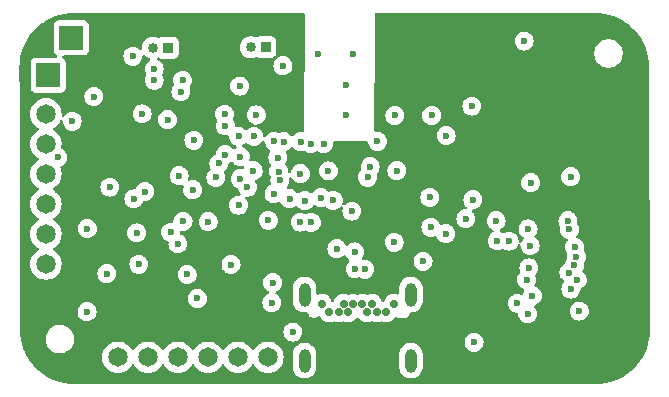
<source format=gbr>
%TF.GenerationSoftware,KiCad,Pcbnew,8.0.8*%
%TF.CreationDate,2025-02-18T00:45:43-08:00*%
%TF.ProjectId,OuterBoard_rev3.1,4f757465-7242-46f6-9172-645f72657633,rev?*%
%TF.SameCoordinates,Original*%
%TF.FileFunction,Copper,L3,Inr*%
%TF.FilePolarity,Positive*%
%FSLAX46Y46*%
G04 Gerber Fmt 4.6, Leading zero omitted, Abs format (unit mm)*
G04 Created by KiCad (PCBNEW 8.0.8) date 2025-02-18 00:45:43*
%MOMM*%
%LPD*%
G01*
G04 APERTURE LIST*
%TA.AperFunction,ComponentPad*%
%ADD10C,1.650000*%
%TD*%
%TA.AperFunction,ComponentPad*%
%ADD11C,0.700000*%
%TD*%
%TA.AperFunction,ComponentPad*%
%ADD12O,1.000000X2.000000*%
%TD*%
%TA.AperFunction,ComponentPad*%
%ADD13R,2.000000X2.000000*%
%TD*%
%TA.AperFunction,ComponentPad*%
%ADD14R,0.850000X0.850000*%
%TD*%
%TA.AperFunction,ComponentPad*%
%ADD15C,0.850000*%
%TD*%
%TA.AperFunction,ViaPad*%
%ADD16C,0.600000*%
%TD*%
G04 APERTURE END LIST*
D10*
%TO.N,GPIO45*%
%TO.C,J2*%
X115620800Y-104013000D03*
%TO.N,GPIO46*%
X118160800Y-104013000D03*
%TO.N,IO21{slash}USER_LED*%
X120700800Y-104013000D03*
%TO.N,D10{slash}A10{slash}MOSI*%
X123240800Y-104013000D03*
%TO.N,D9{slash}A9{slash}MISO*%
X125780800Y-104013000D03*
%TO.N,D8{slash}A8{slash}SCK*%
X128320800Y-104013000D03*
%TD*%
D11*
%TO.N,GND*%
%TO.C,J42*%
X138978400Y-99503000D03*
%TO.N,unconnected-(J42-SSTXP2-PadB2)*%
X138328400Y-100203000D03*
%TO.N,unconnected-(J42-SSTXN2-PadB3)*%
X137528400Y-100203000D03*
%TO.N,+5V*%
X137128400Y-99503000D03*
%TO.N,Net-(J42-CC2)*%
X136728400Y-100203000D03*
%TO.N,USB_DP*%
X136328400Y-99503000D03*
%TO.N,USB_DN*%
X135528400Y-99503000D03*
%TO.N,unconnected-(J42-SBU2-PadB8)*%
X135128400Y-100203000D03*
%TO.N,+5V*%
X134728400Y-99503000D03*
%TO.N,unconnected-(J42-SSRXN1-PadB10)*%
X134328400Y-100203000D03*
%TO.N,unconnected-(J42-SSRXP1-PadB11)*%
X133528400Y-100203000D03*
%TO.N,GND*%
X132878400Y-99503000D03*
D12*
X131428400Y-98703000D03*
X140428400Y-98703000D03*
X131428400Y-104303000D03*
X140428400Y-104303000D03*
%TD*%
D13*
%TO.N,Net-(D1-K)*%
%TO.C,TP1*%
X109728000Y-80137000D03*
%TD*%
D14*
%TO.N,+BATT1*%
%TO.C,J3*%
X119837200Y-77800200D03*
D15*
%TO.N,GNDPWR*%
X118587200Y-77800200D03*
%TD*%
D14*
%TO.N,+BATT2*%
%TO.C,J4*%
X128117600Y-77749400D03*
D15*
%TO.N,GNDPWR*%
X126867600Y-77749400D03*
%TD*%
D13*
%TO.N,Net-(D2-K)*%
%TO.C,TP2*%
X111683800Y-76962000D03*
%TD*%
D10*
%TO.N,GNDPWR*%
%TO.C,J1*%
X109524800Y-96113600D03*
%TO.N,VDC*%
X109524800Y-93573600D03*
%TO.N,D1{slash}A1*%
X109524800Y-91033600D03*
%TO.N,GNDPWR*%
X109524800Y-88493600D03*
%TO.N,VDC*%
X109524800Y-85953600D03*
%TO.N,D0{slash}A0*%
X109524800Y-83413600D03*
%TD*%
D16*
%TO.N,GND*%
X147726400Y-94157800D03*
X114935000Y-89611200D03*
X121132600Y-92504600D03*
X142111489Y-93007223D03*
X121488200Y-97002600D03*
X145669000Y-90678000D03*
X154263252Y-96239441D03*
X123910000Y-88790000D03*
X120802400Y-88646600D03*
X110540800Y-87096600D03*
X150320000Y-100336400D03*
X145084800Y-92284600D03*
X150571200Y-89230200D03*
X113030000Y-93116400D03*
X128730000Y-97690000D03*
X142028800Y-90476900D03*
X147650200Y-92456000D03*
X117889684Y-89981291D03*
X123266200Y-92532200D03*
X131069477Y-88457575D03*
X111749000Y-84037600D03*
X139238800Y-88206400D03*
X122047000Y-85648800D03*
X128652394Y-99384806D03*
X135485000Y-78335000D03*
X132535000Y-78335000D03*
X134970000Y-80990000D03*
X134970000Y-83510000D03*
X114681000Y-96926400D03*
X125196600Y-96164400D03*
X122351800Y-99034600D03*
X135661400Y-95097600D03*
X139065000Y-83540600D03*
X117201071Y-93477539D03*
X145770600Y-102743000D03*
X121943122Y-89829707D03*
X142189200Y-83540600D03*
X150012400Y-77241400D03*
%TO.N,VCC*%
X120954800Y-81538800D03*
%TO.N,+2V8*%
X143408400Y-85242400D03*
X141452600Y-95885000D03*
%TO.N,VDC*%
X117396700Y-96139000D03*
X113004600Y-100152200D03*
X121107200Y-80568800D03*
X118688700Y-79618800D03*
%TO.N,Net-(D7-K)*%
X154686000Y-100101400D03*
%TO.N,+3.3V*%
X140944600Y-81584800D03*
X123266200Y-90954600D03*
X126100000Y-96920000D03*
X120802400Y-87096600D03*
X146098900Y-95123000D03*
X111988600Y-98348800D03*
X144909600Y-81965800D03*
X142087600Y-94589600D03*
X119483800Y-88793400D03*
X123153000Y-87031400D03*
X133527800Y-89662000D03*
X110515400Y-89814400D03*
X143078200Y-97866200D03*
%TO.N,+1V8*%
X153847800Y-93192600D03*
X120700800Y-94411800D03*
%TO.N,Net-(C38-Pad1)*%
X133444702Y-88239600D03*
%TO.N,+5V*%
X130429000Y-101879400D03*
%TO.N,IO21{slash}USER_LED*%
X125830000Y-85308799D03*
%TO.N,Net-(FB1-Pad2)*%
X153949400Y-88722200D03*
%TO.N,USB_DP*%
X135712200Y-96520000D03*
X126586400Y-89603665D03*
%TO.N,USB_DN*%
X136525000Y-96570800D03*
X125984000Y-88900000D03*
%TO.N,MTCK{slash}IO39{slash}CAM_SCL*%
X139013899Y-94285101D03*
X143370000Y-93550000D03*
%TO.N,IO38{slash}DVP_VSYNC*%
X133858000Y-90728800D03*
X153725086Y-92450272D03*
%TO.N,Net-(J10-Pad8)*%
X148742400Y-94183200D03*
%TO.N,IO47{slash}DVP_HREF*%
X131987500Y-92597090D03*
X150342600Y-93141800D03*
%TO.N,IO48{slash}DVP_Y9*%
X131054076Y-92574211D03*
X150520400Y-94564200D03*
%TO.N,IO10{slash}XMCLK*%
X127127615Y-85308799D03*
X154300000Y-94700000D03*
%TO.N,IO11{slash}DVP_Y8*%
X124715600Y-86848296D03*
X154440000Y-95490000D03*
%TO.N,IO12{slash}DVP_Y7*%
X153810000Y-96840000D03*
X125984000Y-87020400D03*
%TO.N,IO13{slash}DVP_PCLK*%
X129164567Y-87102167D03*
X150418800Y-96443800D03*
%TO.N,IO14{slash}DVP_Y6*%
X154514600Y-97455000D03*
X124160450Y-87606201D03*
%TO.N,IO15{slash}DVP_Y2*%
X127076200Y-88206000D03*
X150215600Y-97434400D03*
%TO.N,IO16{slash}DVP_Y5*%
X153970000Y-98240000D03*
X129235200Y-88288500D03*
%TO.N,IO17{slash}DVP_Y3*%
X129330301Y-89044545D03*
X150710000Y-98792400D03*
%TO.N,IO18{slash}DVP_Y4*%
X149450000Y-99441000D03*
X128839742Y-90170878D03*
%TO.N,CHIP_EN*%
X133030300Y-85939200D03*
X137591800Y-85725000D03*
%TO.N,BNO_INT*%
X120091200Y-93421200D03*
X125933200Y-81049800D03*
%TO.N,D1{slash}A1*%
X131108400Y-85750400D03*
%TO.N,D0{slash}A0*%
X129592400Y-79324200D03*
%TO.N,GPIO0*%
X131953000Y-85928200D03*
X145592800Y-82753200D03*
%TO.N,BNO_RST*%
X116967000Y-90601800D03*
X124661600Y-83439000D03*
%TO.N,D8{slash}A8{slash}SCK*%
X129641600Y-85750400D03*
%TO.N,D9{slash}A9{slash}MISO*%
X128843704Y-85733896D03*
%TO.N,D10{slash}A10{slash}MOSI*%
X124714000Y-84404200D03*
%TO.N,VDD_SPI*%
X125830000Y-91135200D03*
%TO.N,SPIHD*%
X128357314Y-92410849D03*
%TO.N,SPIWP*%
X134162800Y-94818200D03*
%TO.N,SPICS0*%
X135432900Y-91643200D03*
%TO.N,SPICLK*%
X130149600Y-90576400D03*
%TO.N,SPIQ*%
X132791200Y-90500200D03*
%TO.N,SPID*%
X131445000Y-90754200D03*
%TO.N,GNDPWR*%
X118688700Y-80568800D03*
X117668297Y-83398103D03*
X127345704Y-83494601D03*
X113583130Y-81940400D03*
X119820552Y-83885375D03*
X116890800Y-78536800D03*
%TO.N,GPIO45*%
X136753600Y-88773000D03*
%TO.N,GPIO46*%
X136982200Y-87884000D03*
%TD*%
%TA.AperFunction,Conductor*%
%TO.N,+3.3V*%
G36*
X131384180Y-74870785D02*
G01*
X131429935Y-74923589D01*
X131441140Y-74975641D01*
X131398067Y-84839257D01*
X131378090Y-84906210D01*
X131325086Y-84951734D01*
X131260185Y-84961936D01*
X131108404Y-84944835D01*
X131108396Y-84944835D01*
X130929150Y-84965030D01*
X130929145Y-84965031D01*
X130758876Y-85024611D01*
X130606137Y-85120584D01*
X130478584Y-85248137D01*
X130474241Y-85253584D01*
X130472695Y-85252351D01*
X130427653Y-85292188D01*
X130358599Y-85302833D01*
X130294752Y-85274454D01*
X130276296Y-85253155D01*
X130275759Y-85253584D01*
X130271415Y-85248137D01*
X130143862Y-85120584D01*
X129991123Y-85024611D01*
X129820854Y-84965031D01*
X129820849Y-84965030D01*
X129641604Y-84944835D01*
X129641596Y-84944835D01*
X129462350Y-84965030D01*
X129462345Y-84965031D01*
X129301820Y-85021202D01*
X129232041Y-85024763D01*
X129199513Y-85011096D01*
X129199499Y-85011127D01*
X129198894Y-85010835D01*
X129194894Y-85009155D01*
X129193226Y-85008107D01*
X129022958Y-84948527D01*
X129022953Y-84948526D01*
X128843708Y-84928331D01*
X128843700Y-84928331D01*
X128664454Y-84948526D01*
X128664449Y-84948527D01*
X128494180Y-85008107D01*
X128341441Y-85104080D01*
X128213886Y-85231635D01*
X128157026Y-85322128D01*
X128104692Y-85368418D01*
X128035638Y-85379066D01*
X127971790Y-85350691D01*
X127933418Y-85292301D01*
X127928813Y-85270038D01*
X127912984Y-85129549D01*
X127912983Y-85129544D01*
X127879556Y-85034015D01*
X127853404Y-84959277D01*
X127848664Y-84951734D01*
X127799124Y-84872891D01*
X127757431Y-84806537D01*
X127629877Y-84678983D01*
X127605904Y-84663920D01*
X127477134Y-84583008D01*
X127346479Y-84537289D01*
X127289703Y-84496567D01*
X127263956Y-84431615D01*
X127277413Y-84363053D01*
X127325800Y-84312650D01*
X127373549Y-84297028D01*
X127448303Y-84288605D01*
X127524954Y-84279970D01*
X127524957Y-84279969D01*
X127524959Y-84279969D01*
X127695226Y-84220390D01*
X127847966Y-84124417D01*
X127975520Y-83996863D01*
X128071493Y-83844123D01*
X128131072Y-83673856D01*
X128132091Y-83664814D01*
X128151269Y-83494604D01*
X128151269Y-83494597D01*
X128131073Y-83315351D01*
X128131072Y-83315346D01*
X128101920Y-83232035D01*
X128071493Y-83145079D01*
X127975520Y-82992339D01*
X127847966Y-82864785D01*
X127759478Y-82809184D01*
X127695227Y-82768812D01*
X127524958Y-82709232D01*
X127524953Y-82709231D01*
X127345708Y-82689036D01*
X127345700Y-82689036D01*
X127166454Y-82709231D01*
X127166449Y-82709232D01*
X126996180Y-82768812D01*
X126843441Y-82864785D01*
X126715888Y-82992338D01*
X126619915Y-83145077D01*
X126560335Y-83315346D01*
X126560334Y-83315351D01*
X126540139Y-83494597D01*
X126540139Y-83494604D01*
X126560334Y-83673850D01*
X126560335Y-83673855D01*
X126619915Y-83844124D01*
X126692032Y-83958896D01*
X126715888Y-83996863D01*
X126843442Y-84124417D01*
X126996182Y-84220390D01*
X126996184Y-84220391D01*
X127126839Y-84266110D01*
X127183615Y-84306831D01*
X127209362Y-84371784D01*
X127195906Y-84440346D01*
X127147518Y-84490748D01*
X127099767Y-84506371D01*
X126948365Y-84523429D01*
X126948360Y-84523430D01*
X126778091Y-84583010D01*
X126625354Y-84678982D01*
X126566488Y-84737848D01*
X126505164Y-84771332D01*
X126435473Y-84766347D01*
X126391126Y-84737847D01*
X126332262Y-84678983D01*
X126179523Y-84583010D01*
X126009254Y-84523430D01*
X126009249Y-84523429D01*
X125830004Y-84503234D01*
X125829996Y-84503234D01*
X125657448Y-84522675D01*
X125588626Y-84510620D01*
X125537247Y-84463271D01*
X125522722Y-84410851D01*
X125520345Y-84411119D01*
X125499369Y-84224950D01*
X125499368Y-84224945D01*
X125439788Y-84054675D01*
X125371424Y-83945876D01*
X125352423Y-83878639D01*
X125371423Y-83813930D01*
X125387389Y-83788522D01*
X125446968Y-83618255D01*
X125446969Y-83618249D01*
X125467165Y-83439003D01*
X125467165Y-83438996D01*
X125446969Y-83259750D01*
X125446968Y-83259745D01*
X125432659Y-83218853D01*
X125387389Y-83089478D01*
X125361690Y-83048579D01*
X125305103Y-82958521D01*
X125291416Y-82936738D01*
X125163862Y-82809184D01*
X125124118Y-82784211D01*
X125011123Y-82713211D01*
X124840854Y-82653631D01*
X124840849Y-82653630D01*
X124661604Y-82633435D01*
X124661596Y-82633435D01*
X124482350Y-82653630D01*
X124482345Y-82653631D01*
X124312076Y-82713211D01*
X124159337Y-82809184D01*
X124031784Y-82936737D01*
X123935811Y-83089476D01*
X123876231Y-83259745D01*
X123876230Y-83259750D01*
X123856035Y-83438996D01*
X123856035Y-83439003D01*
X123876230Y-83618249D01*
X123876231Y-83618254D01*
X123935811Y-83788523D01*
X124004176Y-83897324D01*
X124023176Y-83964560D01*
X124004178Y-84029264D01*
X123988210Y-84054678D01*
X123928633Y-84224937D01*
X123928630Y-84224950D01*
X123908435Y-84404196D01*
X123908435Y-84404203D01*
X123928630Y-84583449D01*
X123928631Y-84583454D01*
X123988211Y-84753723D01*
X124040388Y-84836761D01*
X124084184Y-84906462D01*
X124211738Y-85034016D01*
X124302080Y-85090782D01*
X124363777Y-85129549D01*
X124364478Y-85129989D01*
X124505509Y-85179338D01*
X124534745Y-85189568D01*
X124534750Y-85189569D01*
X124713996Y-85209765D01*
X124714000Y-85209765D01*
X124714004Y-85209765D01*
X124886552Y-85190324D01*
X124955374Y-85202379D01*
X125006753Y-85249728D01*
X125021277Y-85302147D01*
X125023655Y-85301880D01*
X125044630Y-85488048D01*
X125044631Y-85488053D01*
X125104211Y-85658322D01*
X125176052Y-85772655D01*
X125200184Y-85811061D01*
X125327738Y-85938615D01*
X125480478Y-86034588D01*
X125602154Y-86077164D01*
X125658930Y-86117886D01*
X125684678Y-86182838D01*
X125671222Y-86251400D01*
X125627173Y-86299199D01*
X125508419Y-86373818D01*
X125441182Y-86392819D01*
X125374347Y-86372452D01*
X125350550Y-86350747D01*
X125350340Y-86350958D01*
X125345754Y-86346372D01*
X125345504Y-86346144D01*
X125345417Y-86346035D01*
X125217862Y-86218480D01*
X125065123Y-86122507D01*
X124894854Y-86062927D01*
X124894849Y-86062926D01*
X124715604Y-86042731D01*
X124715596Y-86042731D01*
X124536350Y-86062926D01*
X124536345Y-86062927D01*
X124366076Y-86122507D01*
X124213337Y-86218480D01*
X124085784Y-86346033D01*
X123989810Y-86498774D01*
X123930230Y-86669046D01*
X123919058Y-86768203D01*
X123891991Y-86832617D01*
X123836797Y-86871359D01*
X123810927Y-86880412D01*
X123810925Y-86880413D01*
X123658187Y-86976385D01*
X123530634Y-87103938D01*
X123434661Y-87256677D01*
X123375081Y-87426946D01*
X123375080Y-87426951D01*
X123354885Y-87606197D01*
X123354885Y-87606204D01*
X123375080Y-87785450D01*
X123375083Y-87785463D01*
X123434659Y-87955720D01*
X123453175Y-87985189D01*
X123472174Y-88052426D01*
X123451805Y-88119261D01*
X123414155Y-88156151D01*
X123407740Y-88160181D01*
X123280184Y-88287737D01*
X123184211Y-88440476D01*
X123124631Y-88610745D01*
X123124630Y-88610750D01*
X123104435Y-88789996D01*
X123104435Y-88790003D01*
X123124630Y-88969249D01*
X123124631Y-88969254D01*
X123184211Y-89139523D01*
X123260967Y-89261678D01*
X123280184Y-89292262D01*
X123407738Y-89419816D01*
X123452575Y-89447989D01*
X123555830Y-89512869D01*
X123560478Y-89515789D01*
X123727710Y-89574306D01*
X123730745Y-89575368D01*
X123730750Y-89575369D01*
X123909996Y-89595565D01*
X123910000Y-89595565D01*
X123910004Y-89595565D01*
X124089249Y-89575369D01*
X124089252Y-89575368D01*
X124089255Y-89575368D01*
X124259522Y-89515789D01*
X124412262Y-89419816D01*
X124539816Y-89292262D01*
X124635789Y-89139522D01*
X124695368Y-88969255D01*
X124696429Y-88959837D01*
X124715565Y-88790003D01*
X124715565Y-88789996D01*
X124695369Y-88610750D01*
X124695366Y-88610737D01*
X124635790Y-88440481D01*
X124635789Y-88440477D01*
X124617275Y-88411013D01*
X124598275Y-88343777D01*
X124618642Y-88276941D01*
X124656297Y-88240047D01*
X124662712Y-88236017D01*
X124790266Y-88108463D01*
X124886239Y-87955723D01*
X124945818Y-87785456D01*
X124956990Y-87686290D01*
X124984055Y-87621881D01*
X125039254Y-87583136D01*
X125065122Y-87574085D01*
X125191182Y-87494875D01*
X125258418Y-87475876D01*
X125325254Y-87496244D01*
X125349049Y-87517948D01*
X125349260Y-87517738D01*
X125353852Y-87522330D01*
X125354103Y-87522559D01*
X125354180Y-87522655D01*
X125354184Y-87522662D01*
X125481738Y-87650216D01*
X125566916Y-87703737D01*
X125628810Y-87742628D01*
X125634478Y-87746189D01*
X125793094Y-87801691D01*
X125804745Y-87805768D01*
X125804750Y-87805769D01*
X125983996Y-87825965D01*
X125984000Y-87825965D01*
X125984004Y-87825965D01*
X126163248Y-87805769D01*
X126163249Y-87805768D01*
X126163255Y-87805768D01*
X126163259Y-87805766D01*
X126167202Y-87804867D01*
X126169829Y-87805027D01*
X126170175Y-87804989D01*
X126170181Y-87805049D01*
X126236941Y-87809140D01*
X126293299Y-87850438D01*
X126318383Y-87915650D01*
X126311838Y-87966712D01*
X126289067Y-88031789D01*
X126248345Y-88088565D01*
X126183393Y-88114313D01*
X126158142Y-88114055D01*
X125984004Y-88094435D01*
X125983996Y-88094435D01*
X125804750Y-88114630D01*
X125804745Y-88114631D01*
X125634476Y-88174211D01*
X125481737Y-88270184D01*
X125354184Y-88397737D01*
X125258211Y-88550476D01*
X125198631Y-88720745D01*
X125198630Y-88720750D01*
X125178435Y-88899996D01*
X125178435Y-88900003D01*
X125198630Y-89079249D01*
X125198631Y-89079254D01*
X125258211Y-89249523D01*
X125349035Y-89394067D01*
X125354184Y-89402262D01*
X125481738Y-89529816D01*
X125572080Y-89586582D01*
X125611264Y-89611203D01*
X125634478Y-89625789D01*
X125715895Y-89654277D01*
X125772670Y-89694998D01*
X125798160Y-89757436D01*
X125801030Y-89782914D01*
X125801031Y-89782919D01*
X125860611Y-89953188D01*
X125956584Y-90105927D01*
X125974193Y-90123536D01*
X126007678Y-90184859D01*
X126002694Y-90254551D01*
X125960822Y-90310484D01*
X125895358Y-90334901D01*
X125872630Y-90334438D01*
X125856645Y-90332637D01*
X125830000Y-90329635D01*
X125829998Y-90329635D01*
X125829997Y-90329635D01*
X125829996Y-90329635D01*
X125650750Y-90349830D01*
X125650745Y-90349831D01*
X125480476Y-90409411D01*
X125327737Y-90505384D01*
X125200184Y-90632937D01*
X125104211Y-90785676D01*
X125044631Y-90955945D01*
X125044630Y-90955950D01*
X125024435Y-91135196D01*
X125024435Y-91135203D01*
X125044630Y-91314449D01*
X125044631Y-91314454D01*
X125104211Y-91484723D01*
X125151673Y-91560257D01*
X125200184Y-91637462D01*
X125327738Y-91765016D01*
X125365660Y-91788844D01*
X125460477Y-91848422D01*
X125480478Y-91860989D01*
X125616505Y-91908587D01*
X125650745Y-91920568D01*
X125650750Y-91920569D01*
X125829996Y-91940765D01*
X125830000Y-91940765D01*
X125830004Y-91940765D01*
X126009249Y-91920569D01*
X126009252Y-91920568D01*
X126009255Y-91920568D01*
X126179522Y-91860989D01*
X126332262Y-91765016D01*
X126459816Y-91637462D01*
X126555789Y-91484722D01*
X126615368Y-91314455D01*
X126617709Y-91293678D01*
X126635565Y-91135203D01*
X126635565Y-91135196D01*
X126615369Y-90955950D01*
X126615368Y-90955945D01*
X126598613Y-90908062D01*
X126555789Y-90785678D01*
X126552880Y-90781049D01*
X126516582Y-90723280D01*
X126459816Y-90632938D01*
X126442206Y-90615328D01*
X126408721Y-90554005D01*
X126413705Y-90484313D01*
X126455577Y-90428380D01*
X126521041Y-90403963D01*
X126543771Y-90404427D01*
X126586398Y-90409230D01*
X126586400Y-90409230D01*
X126586404Y-90409230D01*
X126765649Y-90389034D01*
X126765652Y-90389033D01*
X126765655Y-90389033D01*
X126935922Y-90329454D01*
X127088662Y-90233481D01*
X127216216Y-90105927D01*
X127312189Y-89953187D01*
X127371768Y-89782920D01*
X127371769Y-89782914D01*
X127391965Y-89603668D01*
X127391965Y-89603661D01*
X127371769Y-89424415D01*
X127371768Y-89424410D01*
X127312188Y-89254140D01*
X127249337Y-89154115D01*
X127230336Y-89086878D01*
X127250703Y-89020043D01*
X127303971Y-88974828D01*
X127313363Y-88971104D01*
X127425722Y-88931789D01*
X127578462Y-88835816D01*
X127706016Y-88708262D01*
X127801989Y-88555522D01*
X127861568Y-88385255D01*
X127862985Y-88372678D01*
X127881765Y-88206003D01*
X127881765Y-88205996D01*
X127861569Y-88026750D01*
X127861568Y-88026745D01*
X127847027Y-87985189D01*
X127801989Y-87856478D01*
X127792958Y-87842106D01*
X127757367Y-87785463D01*
X127706016Y-87703738D01*
X127578462Y-87576184D01*
X127575118Y-87574083D01*
X127425723Y-87480211D01*
X127255454Y-87420631D01*
X127255449Y-87420630D01*
X127076204Y-87400435D01*
X127076196Y-87400435D01*
X126896941Y-87420631D01*
X126892987Y-87421534D01*
X126890362Y-87421372D01*
X126890025Y-87421411D01*
X126890018Y-87421351D01*
X126823249Y-87417255D01*
X126766894Y-87375952D01*
X126741816Y-87310739D01*
X126748363Y-87259686D01*
X126769366Y-87199662D01*
X126769369Y-87199649D01*
X126789565Y-87020403D01*
X126789565Y-87020396D01*
X126769369Y-86841150D01*
X126769368Y-86841145D01*
X126743844Y-86768203D01*
X126709789Y-86670878D01*
X126613816Y-86518138D01*
X126486262Y-86390584D01*
X126333523Y-86294611D01*
X126211844Y-86252034D01*
X126155068Y-86211312D01*
X126129321Y-86146359D01*
X126142777Y-86077797D01*
X126186827Y-86029998D01*
X126237239Y-85998322D01*
X126332262Y-85938615D01*
X126391129Y-85879747D01*
X126452448Y-85846265D01*
X126522140Y-85851249D01*
X126566488Y-85879750D01*
X126625353Y-85938615D01*
X126649203Y-85953601D01*
X126767240Y-86027769D01*
X126778093Y-86034588D01*
X126892218Y-86074522D01*
X126948360Y-86094167D01*
X126948365Y-86094168D01*
X127127611Y-86114364D01*
X127127615Y-86114364D01*
X127127619Y-86114364D01*
X127306864Y-86094168D01*
X127306867Y-86094167D01*
X127306870Y-86094167D01*
X127477137Y-86034588D01*
X127629877Y-85938615D01*
X127757431Y-85811061D01*
X127814292Y-85720566D01*
X127866625Y-85674276D01*
X127935678Y-85663627D01*
X127999527Y-85692002D01*
X128037899Y-85750392D01*
X128042505Y-85772655D01*
X128058334Y-85913146D01*
X128058335Y-85913150D01*
X128117915Y-86083419D01*
X128181523Y-86184649D01*
X128213888Y-86236158D01*
X128341442Y-86363712D01*
X128413008Y-86408680D01*
X128481440Y-86451679D01*
X128527731Y-86504014D01*
X128538379Y-86573068D01*
X128520462Y-86622645D01*
X128438778Y-86752643D01*
X128379198Y-86922912D01*
X128379197Y-86922917D01*
X128359002Y-87102163D01*
X128359002Y-87102170D01*
X128379197Y-87281416D01*
X128379198Y-87281421D01*
X128438778Y-87451690D01*
X128534751Y-87604429D01*
X128578360Y-87648038D01*
X128611845Y-87709361D01*
X128606861Y-87779053D01*
X128595673Y-87801691D01*
X128509411Y-87938976D01*
X128449831Y-88109245D01*
X128449830Y-88109250D01*
X128429635Y-88288496D01*
X128429635Y-88288503D01*
X128449830Y-88467749D01*
X128449831Y-88467754D01*
X128509411Y-88638023D01*
X128551535Y-88705062D01*
X128570535Y-88772298D01*
X128563583Y-88811987D01*
X128544932Y-88865290D01*
X128544932Y-88865291D01*
X128524736Y-89044541D01*
X128524736Y-89044548D01*
X128544931Y-89223794D01*
X128544934Y-89223807D01*
X128566995Y-89286851D01*
X128570558Y-89356629D01*
X128535829Y-89417257D01*
X128496247Y-89441571D01*
X128496488Y-89442071D01*
X128491614Y-89444417D01*
X128490922Y-89444843D01*
X128490222Y-89445087D01*
X128490217Y-89445090D01*
X128337479Y-89541062D01*
X128209926Y-89668615D01*
X128113953Y-89821354D01*
X128054373Y-89991623D01*
X128054372Y-89991628D01*
X128034177Y-90170874D01*
X128034177Y-90170881D01*
X128054372Y-90350127D01*
X128054373Y-90350132D01*
X128113953Y-90520401D01*
X128165100Y-90601800D01*
X128209926Y-90673140D01*
X128337480Y-90800694D01*
X128490220Y-90896667D01*
X128552581Y-90918488D01*
X128660487Y-90956246D01*
X128660492Y-90956247D01*
X128839738Y-90976443D01*
X128839742Y-90976443D01*
X128839746Y-90976443D01*
X129018991Y-90956247D01*
X129018994Y-90956246D01*
X129018997Y-90956246D01*
X129189264Y-90896667D01*
X129239312Y-90865220D01*
X129241486Y-90863854D01*
X129308723Y-90844853D01*
X129375558Y-90865220D01*
X129420773Y-90918488D01*
X129423294Y-90924849D01*
X129423812Y-90925924D01*
X129487651Y-91027523D01*
X129519784Y-91078662D01*
X129647338Y-91206216D01*
X129719980Y-91251860D01*
X129786529Y-91293676D01*
X129800078Y-91302189D01*
X129887131Y-91332650D01*
X129970345Y-91361768D01*
X129970350Y-91361769D01*
X130149596Y-91381965D01*
X130149600Y-91381965D01*
X130149604Y-91381965D01*
X130328849Y-91361769D01*
X130328852Y-91361768D01*
X130328855Y-91361768D01*
X130499122Y-91302189D01*
X130512671Y-91293676D01*
X130579220Y-91251860D01*
X130641325Y-91212836D01*
X130708561Y-91193836D01*
X130775396Y-91214203D01*
X130812292Y-91251860D01*
X130815182Y-91256460D01*
X130815184Y-91256462D01*
X130942738Y-91384016D01*
X130971904Y-91402342D01*
X131093959Y-91479035D01*
X131095478Y-91479989D01*
X131193156Y-91514168D01*
X131265745Y-91539568D01*
X131265750Y-91539569D01*
X131444996Y-91559765D01*
X131445000Y-91559765D01*
X131445004Y-91559765D01*
X131624249Y-91539569D01*
X131624252Y-91539568D01*
X131624255Y-91539568D01*
X131794522Y-91479989D01*
X131947262Y-91384016D01*
X132074816Y-91256462D01*
X132126415Y-91174341D01*
X132178748Y-91128051D01*
X132247801Y-91117402D01*
X132297378Y-91135319D01*
X132441678Y-91225989D01*
X132552148Y-91264644D01*
X132611945Y-91285568D01*
X132611950Y-91285569D01*
X132791196Y-91305765D01*
X132791200Y-91305765D01*
X132791204Y-91305765D01*
X132970449Y-91285569D01*
X132970452Y-91285568D01*
X132970455Y-91285568D01*
X132970456Y-91285567D01*
X132970459Y-91285567D01*
X133030252Y-91264644D01*
X133128213Y-91230365D01*
X133197990Y-91226803D01*
X133256848Y-91259726D01*
X133355738Y-91358616D01*
X133508478Y-91454589D01*
X133678745Y-91514168D01*
X133678750Y-91514169D01*
X133857996Y-91534365D01*
X133858000Y-91534365D01*
X133858004Y-91534365D01*
X134037249Y-91514169D01*
X134037252Y-91514168D01*
X134037255Y-91514168D01*
X134207522Y-91454589D01*
X134360262Y-91358616D01*
X134474698Y-91244179D01*
X134536017Y-91210697D01*
X134605709Y-91215681D01*
X134661643Y-91257552D01*
X134686060Y-91323016D01*
X134679418Y-91372817D01*
X134647532Y-91463942D01*
X134647530Y-91463950D01*
X134627335Y-91643196D01*
X134627335Y-91643203D01*
X134647530Y-91822449D01*
X134647531Y-91822454D01*
X134707111Y-91992723D01*
X134777877Y-92105345D01*
X134803084Y-92145462D01*
X134930638Y-92273016D01*
X134949074Y-92284600D01*
X135063393Y-92356432D01*
X135083378Y-92368989D01*
X135217676Y-92415982D01*
X135253645Y-92428568D01*
X135253650Y-92428569D01*
X135432896Y-92448765D01*
X135432900Y-92448765D01*
X135432904Y-92448765D01*
X135612149Y-92428569D01*
X135612152Y-92428568D01*
X135612155Y-92428568D01*
X135782422Y-92368989D01*
X135935162Y-92273016D01*
X136062716Y-92145462D01*
X136158689Y-91992722D01*
X136218268Y-91822455D01*
X136218269Y-91822449D01*
X136238465Y-91643203D01*
X136238465Y-91643196D01*
X136218269Y-91463950D01*
X136218268Y-91463945D01*
X136198470Y-91407365D01*
X136158689Y-91293678D01*
X136151643Y-91282465D01*
X136116157Y-91225989D01*
X136062716Y-91140938D01*
X135935162Y-91013384D01*
X135876371Y-90976443D01*
X135782423Y-90917411D01*
X135612154Y-90857831D01*
X135612149Y-90857830D01*
X135432904Y-90837635D01*
X135432896Y-90837635D01*
X135253650Y-90857830D01*
X135253645Y-90857831D01*
X135083376Y-90917411D01*
X134930639Y-91013383D01*
X134816204Y-91127818D01*
X134754881Y-91161302D01*
X134685189Y-91156318D01*
X134629256Y-91114446D01*
X134604839Y-91048982D01*
X134611482Y-90999181D01*
X134643366Y-90908062D01*
X134643369Y-90908049D01*
X134663565Y-90728803D01*
X134663565Y-90728796D01*
X134643369Y-90549550D01*
X134643368Y-90549545D01*
X134617947Y-90476896D01*
X141223235Y-90476896D01*
X141223235Y-90476903D01*
X141243430Y-90656149D01*
X141243431Y-90656154D01*
X141303011Y-90826423D01*
X141397276Y-90976443D01*
X141398984Y-90979162D01*
X141526538Y-91106716D01*
X141581002Y-91140938D01*
X141665188Y-91193836D01*
X141679278Y-91202689D01*
X141842280Y-91259726D01*
X141849545Y-91262268D01*
X141849550Y-91262269D01*
X142028796Y-91282465D01*
X142028800Y-91282465D01*
X142028804Y-91282465D01*
X142208049Y-91262269D01*
X142208052Y-91262268D01*
X142208055Y-91262268D01*
X142378322Y-91202689D01*
X142531062Y-91106716D01*
X142658616Y-90979162D01*
X142754589Y-90826422D01*
X142814168Y-90656155D01*
X142818768Y-90615328D01*
X142834365Y-90476903D01*
X142834365Y-90476896D01*
X142814169Y-90297650D01*
X142814168Y-90297645D01*
X142791716Y-90233480D01*
X142754589Y-90127378D01*
X142749374Y-90119079D01*
X142692404Y-90028411D01*
X142658616Y-89974638D01*
X142531062Y-89847084D01*
X142503571Y-89829810D01*
X142378323Y-89751111D01*
X142208054Y-89691531D01*
X142208049Y-89691530D01*
X142028804Y-89671335D01*
X142028796Y-89671335D01*
X141849550Y-89691530D01*
X141849545Y-89691531D01*
X141679276Y-89751111D01*
X141526537Y-89847084D01*
X141398984Y-89974637D01*
X141303011Y-90127376D01*
X141243431Y-90297645D01*
X141243430Y-90297650D01*
X141223235Y-90476896D01*
X134617947Y-90476896D01*
X134611868Y-90459523D01*
X134583789Y-90379278D01*
X134576902Y-90368318D01*
X134532499Y-90297650D01*
X134487816Y-90226538D01*
X134360262Y-90098984D01*
X134330140Y-90080057D01*
X134207523Y-90003011D01*
X134037254Y-89943431D01*
X134037249Y-89943430D01*
X133858004Y-89923235D01*
X133857996Y-89923235D01*
X133678750Y-89943430D01*
X133678745Y-89943431D01*
X133520987Y-89998634D01*
X133451208Y-90002195D01*
X133392351Y-89969273D01*
X133293462Y-89870384D01*
X133140723Y-89774411D01*
X132970454Y-89714831D01*
X132970449Y-89714830D01*
X132791204Y-89694635D01*
X132791196Y-89694635D01*
X132611950Y-89714830D01*
X132611945Y-89714831D01*
X132441676Y-89774411D01*
X132288937Y-89870384D01*
X132161384Y-89997937D01*
X132109785Y-90080057D01*
X132057450Y-90126348D01*
X131988396Y-90136996D01*
X131938819Y-90119079D01*
X131934547Y-90116395D01*
X131867296Y-90074138D01*
X131794523Y-90028411D01*
X131624254Y-89968831D01*
X131624249Y-89968830D01*
X131445004Y-89948635D01*
X131444996Y-89948635D01*
X131265750Y-89968830D01*
X131265745Y-89968831D01*
X131095476Y-90028411D01*
X130953274Y-90117763D01*
X130886037Y-90136763D01*
X130819202Y-90116395D01*
X130782308Y-90078741D01*
X130779415Y-90074137D01*
X130651862Y-89946584D01*
X130499123Y-89850611D01*
X130328854Y-89791031D01*
X130328849Y-89791030D01*
X130149604Y-89770835D01*
X130149596Y-89770835D01*
X130035723Y-89783665D01*
X129966901Y-89771610D01*
X129915522Y-89724261D01*
X129897898Y-89656651D01*
X129919625Y-89590245D01*
X129934150Y-89572773D01*
X129960117Y-89546807D01*
X130056090Y-89394067D01*
X130115669Y-89223800D01*
X130118810Y-89195922D01*
X130135866Y-89044548D01*
X130135866Y-89044542D01*
X130118686Y-88892065D01*
X130130740Y-88823243D01*
X130178090Y-88771863D01*
X130245700Y-88754239D01*
X130312106Y-88775966D01*
X130346900Y-88812209D01*
X130439661Y-88959837D01*
X130567215Y-89087391D01*
X130601507Y-89108938D01*
X130680990Y-89158881D01*
X130719955Y-89183364D01*
X130853793Y-89230196D01*
X130890222Y-89242943D01*
X130890227Y-89242944D01*
X131069473Y-89263140D01*
X131069477Y-89263140D01*
X131069481Y-89263140D01*
X131248726Y-89242944D01*
X131248729Y-89242943D01*
X131248732Y-89242943D01*
X131418999Y-89183364D01*
X131571739Y-89087391D01*
X131699293Y-88959837D01*
X131795266Y-88807097D01*
X131854845Y-88636830D01*
X131854846Y-88636824D01*
X131875042Y-88457578D01*
X131875042Y-88457571D01*
X131854846Y-88278325D01*
X131854845Y-88278320D01*
X131841295Y-88239596D01*
X132639137Y-88239596D01*
X132639137Y-88239603D01*
X132659332Y-88418849D01*
X132659333Y-88418854D01*
X132718913Y-88589123D01*
X132802533Y-88722203D01*
X132814886Y-88741862D01*
X132942440Y-88869416D01*
X132967896Y-88885411D01*
X133042342Y-88932189D01*
X133095180Y-88965389D01*
X133169424Y-88991368D01*
X133265447Y-89024968D01*
X133265452Y-89024969D01*
X133444698Y-89045165D01*
X133444702Y-89045165D01*
X133444706Y-89045165D01*
X133623951Y-89024969D01*
X133623954Y-89024968D01*
X133623957Y-89024968D01*
X133794224Y-88965389D01*
X133946964Y-88869416D01*
X134043384Y-88772996D01*
X135948035Y-88772996D01*
X135948035Y-88773003D01*
X135968230Y-88952249D01*
X135968231Y-88952254D01*
X136027811Y-89122523D01*
X136103477Y-89242944D01*
X136123784Y-89275262D01*
X136251338Y-89402816D01*
X136297732Y-89431967D01*
X136372628Y-89479028D01*
X136404078Y-89498789D01*
X136541297Y-89546804D01*
X136574345Y-89558368D01*
X136574350Y-89558369D01*
X136753596Y-89578565D01*
X136753600Y-89578565D01*
X136753604Y-89578565D01*
X136932849Y-89558369D01*
X136932852Y-89558368D01*
X136932855Y-89558368D01*
X137103122Y-89498789D01*
X137255862Y-89402816D01*
X137383416Y-89275262D01*
X137411733Y-89230196D01*
X149765635Y-89230196D01*
X149765635Y-89230203D01*
X149785830Y-89409449D01*
X149785831Y-89409454D01*
X149845411Y-89579723D01*
X149908427Y-89680011D01*
X149941384Y-89732462D01*
X150068938Y-89860016D01*
X150120846Y-89892632D01*
X150217218Y-89953187D01*
X150221678Y-89955989D01*
X150353727Y-90002195D01*
X150391945Y-90015568D01*
X150391950Y-90015569D01*
X150571196Y-90035765D01*
X150571200Y-90035765D01*
X150571204Y-90035765D01*
X150750449Y-90015569D01*
X150750452Y-90015568D01*
X150750455Y-90015568D01*
X150920722Y-89955989D01*
X151073462Y-89860016D01*
X151201016Y-89732462D01*
X151296989Y-89579722D01*
X151356568Y-89409455D01*
X151357316Y-89402815D01*
X151376765Y-89230203D01*
X151376765Y-89230196D01*
X151356569Y-89050950D01*
X151356568Y-89050945D01*
X151335721Y-88991368D01*
X151296989Y-88880678D01*
X151201016Y-88727938D01*
X151195274Y-88722196D01*
X153143835Y-88722196D01*
X153143835Y-88722203D01*
X153164030Y-88901449D01*
X153164031Y-88901454D01*
X153223611Y-89071723D01*
X153278377Y-89158882D01*
X153319584Y-89224462D01*
X153447138Y-89352016D01*
X153514062Y-89394067D01*
X153599061Y-89447476D01*
X153599878Y-89447989D01*
X153691889Y-89480185D01*
X153770145Y-89507568D01*
X153770150Y-89507569D01*
X153949396Y-89527765D01*
X153949400Y-89527765D01*
X153949404Y-89527765D01*
X154128649Y-89507569D01*
X154128652Y-89507568D01*
X154128655Y-89507568D01*
X154298922Y-89447989D01*
X154451662Y-89352016D01*
X154579216Y-89224462D01*
X154675189Y-89071722D01*
X154734768Y-88901455D01*
X154734932Y-88900000D01*
X154754965Y-88722203D01*
X154754965Y-88722196D01*
X154734769Y-88542950D01*
X154734768Y-88542945D01*
X154708458Y-88467755D01*
X154675189Y-88372678D01*
X154579216Y-88219938D01*
X154451662Y-88092384D01*
X154405294Y-88063249D01*
X154298923Y-87996411D01*
X154128654Y-87936831D01*
X154128649Y-87936830D01*
X153949404Y-87916635D01*
X153949396Y-87916635D01*
X153770150Y-87936830D01*
X153770145Y-87936831D01*
X153599876Y-87996411D01*
X153447137Y-88092384D01*
X153319584Y-88219937D01*
X153223611Y-88372676D01*
X153164031Y-88542945D01*
X153164030Y-88542950D01*
X153143835Y-88722196D01*
X151195274Y-88722196D01*
X151073462Y-88600384D01*
X151055539Y-88589122D01*
X150920723Y-88504411D01*
X150750454Y-88444831D01*
X150750449Y-88444830D01*
X150571204Y-88424635D01*
X150571196Y-88424635D01*
X150391950Y-88444830D01*
X150391945Y-88444831D01*
X150221676Y-88504411D01*
X150068937Y-88600384D01*
X149941384Y-88727937D01*
X149845411Y-88880676D01*
X149785831Y-89050945D01*
X149785830Y-89050950D01*
X149765635Y-89230196D01*
X137411733Y-89230196D01*
X137479389Y-89122522D01*
X137538968Y-88952255D01*
X137539371Y-88948679D01*
X137559165Y-88773003D01*
X137559165Y-88772996D01*
X137538969Y-88593750D01*
X137538968Y-88593748D01*
X137538968Y-88593745D01*
X137529853Y-88567698D01*
X137526291Y-88497922D01*
X137559215Y-88439063D01*
X137612013Y-88386265D01*
X137612013Y-88386264D01*
X137612016Y-88386262D01*
X137707989Y-88233522D01*
X137717481Y-88206396D01*
X138433235Y-88206396D01*
X138433235Y-88206403D01*
X138453430Y-88385649D01*
X138453431Y-88385654D01*
X138513011Y-88555923D01*
X138600414Y-88695023D01*
X138608984Y-88708662D01*
X138736538Y-88836216D01*
X138807296Y-88880676D01*
X138840363Y-88901454D01*
X138889278Y-88932189D01*
X139029869Y-88981384D01*
X139059545Y-88991768D01*
X139059550Y-88991769D01*
X139238796Y-89011965D01*
X139238800Y-89011965D01*
X139238804Y-89011965D01*
X139418049Y-88991769D01*
X139418052Y-88991768D01*
X139418055Y-88991768D01*
X139588322Y-88932189D01*
X139741062Y-88836216D01*
X139868616Y-88708662D01*
X139964589Y-88555922D01*
X140024168Y-88385655D01*
X140024213Y-88385255D01*
X140044365Y-88206403D01*
X140044365Y-88206396D01*
X140024169Y-88027150D01*
X140024168Y-88027145D01*
X140009487Y-87985189D01*
X139964589Y-87856878D01*
X139964336Y-87856476D01*
X139885988Y-87731786D01*
X139868616Y-87704138D01*
X139741062Y-87576584D01*
X139655082Y-87522559D01*
X139588323Y-87480611D01*
X139418054Y-87421031D01*
X139418049Y-87421030D01*
X139238804Y-87400835D01*
X139238796Y-87400835D01*
X139059550Y-87421030D01*
X139059545Y-87421031D01*
X138889276Y-87480611D01*
X138736537Y-87576584D01*
X138608984Y-87704137D01*
X138513011Y-87856876D01*
X138453431Y-88027145D01*
X138453430Y-88027150D01*
X138433235Y-88206396D01*
X137717481Y-88206396D01*
X137767568Y-88063255D01*
X137767569Y-88063249D01*
X137787765Y-87884003D01*
X137787765Y-87883996D01*
X137767569Y-87704750D01*
X137767568Y-87704745D01*
X137744328Y-87638329D01*
X137707989Y-87534478D01*
X137612016Y-87381738D01*
X137484462Y-87254184D01*
X137331723Y-87158211D01*
X137161454Y-87098631D01*
X137161449Y-87098630D01*
X136982204Y-87078435D01*
X136982196Y-87078435D01*
X136802950Y-87098630D01*
X136802945Y-87098631D01*
X136632676Y-87158211D01*
X136479937Y-87254184D01*
X136352384Y-87381737D01*
X136256411Y-87534476D01*
X136196831Y-87704745D01*
X136196830Y-87704750D01*
X136176635Y-87883996D01*
X136176635Y-87884003D01*
X136196830Y-88063249D01*
X136196832Y-88063257D01*
X136205945Y-88089300D01*
X136209506Y-88159079D01*
X136176586Y-88217934D01*
X136123785Y-88270736D01*
X136027811Y-88423476D01*
X135968231Y-88593745D01*
X135968230Y-88593750D01*
X135948035Y-88772996D01*
X134043384Y-88772996D01*
X134074518Y-88741862D01*
X134170491Y-88589122D01*
X134230070Y-88418855D01*
X134230954Y-88411013D01*
X134250267Y-88239603D01*
X134250267Y-88239596D01*
X134230071Y-88060350D01*
X134230070Y-88060345D01*
X134212997Y-88011554D01*
X134170491Y-87890078D01*
X134166669Y-87883996D01*
X134104753Y-87785457D01*
X134074518Y-87737338D01*
X133946964Y-87609784D01*
X133945508Y-87608869D01*
X133794225Y-87513811D01*
X133623956Y-87454231D01*
X133623951Y-87454230D01*
X133444706Y-87434035D01*
X133444698Y-87434035D01*
X133265452Y-87454230D01*
X133265447Y-87454231D01*
X133095178Y-87513811D01*
X132942439Y-87609784D01*
X132814886Y-87737337D01*
X132718913Y-87890076D01*
X132659333Y-88060345D01*
X132659332Y-88060350D01*
X132639137Y-88239596D01*
X131841295Y-88239596D01*
X131795266Y-88108053D01*
X131699293Y-87955313D01*
X131571739Y-87827759D01*
X131536741Y-87805768D01*
X131419000Y-87731786D01*
X131248731Y-87672206D01*
X131248726Y-87672205D01*
X131069481Y-87652010D01*
X131069473Y-87652010D01*
X130890227Y-87672205D01*
X130890222Y-87672206D01*
X130719953Y-87731786D01*
X130567214Y-87827759D01*
X130439661Y-87955312D01*
X130343688Y-88108051D01*
X130284106Y-88278327D01*
X130282819Y-88283967D01*
X130248708Y-88344944D01*
X130187045Y-88377800D01*
X130117408Y-88372102D01*
X130061906Y-88329660D01*
X130038709Y-88270253D01*
X130020569Y-88109250D01*
X130020568Y-88109245D01*
X130000686Y-88052426D01*
X129960989Y-87938978D01*
X129959639Y-87936830D01*
X129909151Y-87856478D01*
X129865016Y-87786238D01*
X129821406Y-87742628D01*
X129787921Y-87681305D01*
X129792905Y-87611613D01*
X129804093Y-87588975D01*
X129890356Y-87451689D01*
X129949935Y-87281422D01*
X129949936Y-87281416D01*
X129970132Y-87102170D01*
X129970132Y-87102163D01*
X129949936Y-86922917D01*
X129949935Y-86922912D01*
X129918339Y-86832617D01*
X129890356Y-86752645D01*
X129848844Y-86686579D01*
X129829844Y-86619343D01*
X129850212Y-86552507D01*
X129903479Y-86507293D01*
X129912878Y-86503567D01*
X129952650Y-86489650D01*
X129991120Y-86476190D01*
X129991122Y-86476189D01*
X130143862Y-86380216D01*
X130271416Y-86252662D01*
X130271419Y-86252656D01*
X130275759Y-86247216D01*
X130277306Y-86248450D01*
X130322333Y-86208617D01*
X130391386Y-86197964D01*
X130455236Y-86226335D01*
X130473701Y-86247645D01*
X130474241Y-86247216D01*
X130478584Y-86252662D01*
X130606138Y-86380216D01*
X130622639Y-86390584D01*
X130728515Y-86457111D01*
X130758878Y-86476189D01*
X130888175Y-86521432D01*
X130929145Y-86535768D01*
X130929150Y-86535769D01*
X131108396Y-86555965D01*
X131108400Y-86555965D01*
X131108404Y-86555965D01*
X131287649Y-86535769D01*
X131287650Y-86535768D01*
X131287655Y-86535768D01*
X131318441Y-86524994D01*
X131388219Y-86521432D01*
X131447077Y-86554355D01*
X131450738Y-86558016D01*
X131603478Y-86653989D01*
X131696615Y-86686579D01*
X131773745Y-86713568D01*
X131773750Y-86713569D01*
X131952996Y-86733765D01*
X131953000Y-86733765D01*
X131953004Y-86733765D01*
X132132249Y-86713569D01*
X132132252Y-86713568D01*
X132132255Y-86713568D01*
X132302522Y-86653989D01*
X132416925Y-86582104D01*
X132484159Y-86563104D01*
X132548866Y-86582103D01*
X132680778Y-86664989D01*
X132819609Y-86713568D01*
X132851045Y-86724568D01*
X132851050Y-86724569D01*
X133030296Y-86744765D01*
X133030300Y-86744765D01*
X133030304Y-86744765D01*
X133209549Y-86724569D01*
X133209552Y-86724568D01*
X133209555Y-86724568D01*
X133379822Y-86664989D01*
X133532562Y-86569016D01*
X133660116Y-86441462D01*
X133756089Y-86288722D01*
X133815668Y-86118455D01*
X133817756Y-86099922D01*
X133835865Y-85939203D01*
X133835865Y-85939197D01*
X133826036Y-85851965D01*
X133838090Y-85783143D01*
X133885439Y-85731764D01*
X133948721Y-85714083D01*
X136672351Y-85702443D01*
X136739472Y-85721841D01*
X136785452Y-85774449D01*
X136796099Y-85812558D01*
X136806430Y-85904250D01*
X136806431Y-85904254D01*
X136866011Y-86074523D01*
X136951962Y-86211312D01*
X136961984Y-86227262D01*
X137089538Y-86354816D01*
X137242278Y-86450789D01*
X137314870Y-86476190D01*
X137412545Y-86510368D01*
X137412550Y-86510369D01*
X137591796Y-86530565D01*
X137591800Y-86530565D01*
X137591804Y-86530565D01*
X137771049Y-86510369D01*
X137771052Y-86510368D01*
X137771055Y-86510368D01*
X137941322Y-86450789D01*
X138094062Y-86354816D01*
X138221616Y-86227262D01*
X138317589Y-86074522D01*
X138377168Y-85904255D01*
X138383060Y-85851965D01*
X138397365Y-85725003D01*
X138397365Y-85724996D01*
X138377169Y-85545750D01*
X138377168Y-85545745D01*
X138333747Y-85421655D01*
X138317589Y-85375478D01*
X138233968Y-85242396D01*
X142602835Y-85242396D01*
X142602835Y-85242403D01*
X142623030Y-85421649D01*
X142623031Y-85421654D01*
X142682611Y-85591923D01*
X142766231Y-85725003D01*
X142778584Y-85744662D01*
X142906138Y-85872216D01*
X142957118Y-85904249D01*
X143035656Y-85953598D01*
X143058878Y-85968189D01*
X143144996Y-85998323D01*
X143229145Y-86027768D01*
X143229150Y-86027769D01*
X143408396Y-86047965D01*
X143408400Y-86047965D01*
X143408404Y-86047965D01*
X143587649Y-86027769D01*
X143587652Y-86027768D01*
X143587655Y-86027768D01*
X143757922Y-85968189D01*
X143910662Y-85872216D01*
X144038216Y-85744662D01*
X144134189Y-85591922D01*
X144193768Y-85421655D01*
X144198971Y-85375476D01*
X144213965Y-85242403D01*
X144213965Y-85242396D01*
X144193769Y-85063150D01*
X144193768Y-85063145D01*
X144183575Y-85034015D01*
X144134189Y-84892878D01*
X144038216Y-84740138D01*
X143910662Y-84612584D01*
X143908402Y-84611164D01*
X143757923Y-84516611D01*
X143587654Y-84457031D01*
X143587649Y-84457030D01*
X143408404Y-84436835D01*
X143408396Y-84436835D01*
X143229150Y-84457030D01*
X143229145Y-84457031D01*
X143058876Y-84516611D01*
X142906137Y-84612584D01*
X142778584Y-84740137D01*
X142682611Y-84892876D01*
X142623031Y-85063145D01*
X142623030Y-85063150D01*
X142602835Y-85242396D01*
X138233968Y-85242396D01*
X138221616Y-85222738D01*
X138094062Y-85095184D01*
X137941323Y-84999211D01*
X137771054Y-84939631D01*
X137771049Y-84939630D01*
X137591804Y-84919435D01*
X137591795Y-84919435D01*
X137477639Y-84932296D01*
X137408817Y-84920241D01*
X137357439Y-84872891D01*
X137339757Y-84808806D01*
X137342544Y-83540596D01*
X138259435Y-83540596D01*
X138259435Y-83540603D01*
X138279630Y-83719849D01*
X138279631Y-83719854D01*
X138339211Y-83890123D01*
X138415830Y-84012061D01*
X138435184Y-84042862D01*
X138562738Y-84170416D01*
X138715478Y-84266389D01*
X138856015Y-84315565D01*
X138885745Y-84325968D01*
X138885750Y-84325969D01*
X139064996Y-84346165D01*
X139065000Y-84346165D01*
X139065004Y-84346165D01*
X139244249Y-84325969D01*
X139244252Y-84325968D01*
X139244255Y-84325968D01*
X139414522Y-84266389D01*
X139567262Y-84170416D01*
X139694816Y-84042862D01*
X139790789Y-83890122D01*
X139850368Y-83719855D01*
X139853816Y-83689255D01*
X139870565Y-83540603D01*
X139870565Y-83540596D01*
X141383635Y-83540596D01*
X141383635Y-83540603D01*
X141403830Y-83719849D01*
X141403831Y-83719854D01*
X141463411Y-83890123D01*
X141540030Y-84012061D01*
X141559384Y-84042862D01*
X141686938Y-84170416D01*
X141839678Y-84266389D01*
X141980215Y-84315565D01*
X142009945Y-84325968D01*
X142009950Y-84325969D01*
X142189196Y-84346165D01*
X142189200Y-84346165D01*
X142189204Y-84346165D01*
X142368449Y-84325969D01*
X142368452Y-84325968D01*
X142368455Y-84325968D01*
X142538722Y-84266389D01*
X142691462Y-84170416D01*
X142819016Y-84042862D01*
X142914989Y-83890122D01*
X142974568Y-83719855D01*
X142978016Y-83689255D01*
X142994765Y-83540603D01*
X142994765Y-83540596D01*
X142974569Y-83361350D01*
X142974568Y-83361345D01*
X142939018Y-83259750D01*
X142914989Y-83191078D01*
X142909630Y-83182550D01*
X142857765Y-83100007D01*
X142819016Y-83038338D01*
X142691462Y-82910784D01*
X142538723Y-82814811D01*
X142368454Y-82755231D01*
X142368449Y-82755230D01*
X142350396Y-82753196D01*
X144787235Y-82753196D01*
X144787235Y-82753203D01*
X144807430Y-82932449D01*
X144807431Y-82932454D01*
X144867011Y-83102723D01*
X144922529Y-83191078D01*
X144962984Y-83255462D01*
X145090538Y-83383016D01*
X145243278Y-83478989D01*
X145404311Y-83535337D01*
X145413545Y-83538568D01*
X145413550Y-83538569D01*
X145592796Y-83558765D01*
X145592800Y-83558765D01*
X145592804Y-83558765D01*
X145772049Y-83538569D01*
X145772052Y-83538568D01*
X145772055Y-83538568D01*
X145942322Y-83478989D01*
X146095062Y-83383016D01*
X146222616Y-83255462D01*
X146318589Y-83102722D01*
X146378168Y-82932455D01*
X146380610Y-82910784D01*
X146398365Y-82753203D01*
X146398365Y-82753196D01*
X146378169Y-82573950D01*
X146378168Y-82573945D01*
X146318588Y-82403676D01*
X146268630Y-82324169D01*
X146222616Y-82250938D01*
X146095062Y-82123384D01*
X146063019Y-82103250D01*
X145942323Y-82027411D01*
X145772054Y-81967831D01*
X145772049Y-81967830D01*
X145592804Y-81947635D01*
X145592796Y-81947635D01*
X145413550Y-81967830D01*
X145413545Y-81967831D01*
X145243276Y-82027411D01*
X145090537Y-82123384D01*
X144962984Y-82250937D01*
X144867011Y-82403676D01*
X144807431Y-82573945D01*
X144807430Y-82573950D01*
X144787235Y-82753196D01*
X142350396Y-82753196D01*
X142189204Y-82735035D01*
X142189196Y-82735035D01*
X142009950Y-82755230D01*
X142009945Y-82755231D01*
X141839676Y-82814811D01*
X141686937Y-82910784D01*
X141559384Y-83038337D01*
X141463411Y-83191076D01*
X141403831Y-83361345D01*
X141403830Y-83361350D01*
X141383635Y-83540596D01*
X139870565Y-83540596D01*
X139850369Y-83361350D01*
X139850368Y-83361345D01*
X139814818Y-83259750D01*
X139790789Y-83191078D01*
X139785430Y-83182550D01*
X139733565Y-83100007D01*
X139694816Y-83038338D01*
X139567262Y-82910784D01*
X139414523Y-82814811D01*
X139244254Y-82755231D01*
X139244249Y-82755230D01*
X139065004Y-82735035D01*
X139064996Y-82735035D01*
X138885750Y-82755230D01*
X138885745Y-82755231D01*
X138715476Y-82814811D01*
X138562737Y-82910784D01*
X138435184Y-83038337D01*
X138339211Y-83191076D01*
X138279631Y-83361345D01*
X138279630Y-83361350D01*
X138259435Y-83540596D01*
X137342544Y-83540596D01*
X137354308Y-78188313D01*
X155949300Y-78188313D01*
X155949300Y-78377286D01*
X155978859Y-78563918D01*
X156037254Y-78743636D01*
X156099842Y-78866470D01*
X156123040Y-78911999D01*
X156234110Y-79064873D01*
X156367727Y-79198490D01*
X156520601Y-79309560D01*
X156545346Y-79322168D01*
X156688963Y-79395345D01*
X156688965Y-79395345D01*
X156688968Y-79395347D01*
X156773850Y-79422927D01*
X156868681Y-79453740D01*
X157055314Y-79483300D01*
X157055319Y-79483300D01*
X157244286Y-79483300D01*
X157430918Y-79453740D01*
X157474605Y-79439545D01*
X157610632Y-79395347D01*
X157778999Y-79309560D01*
X157931873Y-79198490D01*
X158065490Y-79064873D01*
X158176560Y-78911999D01*
X158262347Y-78743632D01*
X158320740Y-78563918D01*
X158324713Y-78538831D01*
X158350300Y-78377286D01*
X158350300Y-78188313D01*
X158320740Y-78001681D01*
X158262345Y-77821963D01*
X158176559Y-77653600D01*
X158065490Y-77500727D01*
X157931873Y-77367110D01*
X157778999Y-77256040D01*
X157773441Y-77253208D01*
X157610636Y-77170254D01*
X157430918Y-77111859D01*
X157244286Y-77082300D01*
X157244281Y-77082300D01*
X157055319Y-77082300D01*
X157055314Y-77082300D01*
X156868681Y-77111859D01*
X156688963Y-77170254D01*
X156520600Y-77256040D01*
X156492400Y-77276529D01*
X156367727Y-77367110D01*
X156367725Y-77367112D01*
X156367724Y-77367112D01*
X156234112Y-77500724D01*
X156234112Y-77500725D01*
X156234110Y-77500727D01*
X156198578Y-77549632D01*
X156123040Y-77653600D01*
X156037254Y-77821963D01*
X155978859Y-78001681D01*
X155949300Y-78188313D01*
X137354308Y-78188313D01*
X137356389Y-77241396D01*
X149206835Y-77241396D01*
X149206835Y-77241403D01*
X149227030Y-77420649D01*
X149227031Y-77420654D01*
X149286611Y-77590923D01*
X149374776Y-77731235D01*
X149382584Y-77743662D01*
X149510138Y-77871216D01*
X149600480Y-77927982D01*
X149661644Y-77966414D01*
X149662878Y-77967189D01*
X149833145Y-78026768D01*
X149833150Y-78026769D01*
X150012396Y-78046965D01*
X150012400Y-78046965D01*
X150012404Y-78046965D01*
X150191649Y-78026769D01*
X150191652Y-78026768D01*
X150191655Y-78026768D01*
X150361922Y-77967189D01*
X150514662Y-77871216D01*
X150642216Y-77743662D01*
X150738189Y-77590922D01*
X150797768Y-77420655D01*
X150803375Y-77370892D01*
X150817965Y-77241403D01*
X150817965Y-77241396D01*
X150797769Y-77062150D01*
X150797768Y-77062145D01*
X150774020Y-76994278D01*
X150738189Y-76891878D01*
X150731422Y-76881109D01*
X150642215Y-76739137D01*
X150514662Y-76611584D01*
X150361923Y-76515611D01*
X150191654Y-76456031D01*
X150191649Y-76456030D01*
X150012404Y-76435835D01*
X150012396Y-76435835D01*
X149833150Y-76456030D01*
X149833145Y-76456031D01*
X149662876Y-76515611D01*
X149510137Y-76611584D01*
X149382584Y-76739137D01*
X149286611Y-76891876D01*
X149227031Y-77062145D01*
X149227030Y-77062150D01*
X149206835Y-77241396D01*
X137356389Y-77241396D01*
X137361371Y-74974825D01*
X137381203Y-74907831D01*
X137434108Y-74862193D01*
X137485371Y-74851100D01*
X155992318Y-74851100D01*
X156029494Y-74851100D01*
X156034902Y-74851218D01*
X156047239Y-74851756D01*
X156425523Y-74868272D01*
X156436260Y-74869212D01*
X156821229Y-74919894D01*
X156831855Y-74921767D01*
X157210947Y-75005810D01*
X157221367Y-75008602D01*
X157591684Y-75125362D01*
X157601838Y-75129058D01*
X157960559Y-75277646D01*
X157970350Y-75282212D01*
X158144505Y-75372871D01*
X158314742Y-75461491D01*
X158324109Y-75466898D01*
X158573340Y-75625676D01*
X158651577Y-75675518D01*
X158660438Y-75681723D01*
X158968467Y-75918082D01*
X158976754Y-75925036D01*
X159263009Y-76187341D01*
X159270658Y-76194990D01*
X159532963Y-76481245D01*
X159539917Y-76489532D01*
X159776276Y-76797561D01*
X159782481Y-76806422D01*
X159991100Y-77133889D01*
X159996508Y-77143257D01*
X160175784Y-77487642D01*
X160180356Y-77497446D01*
X160328940Y-77856159D01*
X160332640Y-77866324D01*
X160449392Y-78236614D01*
X160452192Y-78247064D01*
X160536229Y-78626131D01*
X160538107Y-78636784D01*
X160588785Y-79021719D01*
X160589728Y-79032495D01*
X160606782Y-79423097D01*
X160606900Y-79428506D01*
X160606900Y-79477000D01*
X160607019Y-79478196D01*
X160657692Y-101698780D01*
X160657574Y-101704472D01*
X160640528Y-102094904D01*
X160639585Y-102105680D01*
X160588907Y-102490615D01*
X160587029Y-102501268D01*
X160502992Y-102880335D01*
X160500192Y-102890785D01*
X160383440Y-103261075D01*
X160379740Y-103271240D01*
X160231156Y-103629953D01*
X160226584Y-103639757D01*
X160047308Y-103984142D01*
X160041900Y-103993510D01*
X159833281Y-104320977D01*
X159827076Y-104329838D01*
X159590717Y-104637867D01*
X159583763Y-104646154D01*
X159321458Y-104932409D01*
X159313809Y-104940058D01*
X159027554Y-105202363D01*
X159019267Y-105209317D01*
X158711238Y-105445676D01*
X158702377Y-105451881D01*
X158374910Y-105660500D01*
X158365542Y-105665908D01*
X158021157Y-105845184D01*
X158011353Y-105849756D01*
X157652640Y-105998340D01*
X157642475Y-106002040D01*
X157272185Y-106118792D01*
X157261735Y-106121592D01*
X156882668Y-106205629D01*
X156872015Y-106207507D01*
X156487080Y-106258185D01*
X156476304Y-106259128D01*
X156085703Y-106276182D01*
X156080294Y-106276300D01*
X111915106Y-106276300D01*
X111909697Y-106276182D01*
X111519095Y-106259128D01*
X111508319Y-106258185D01*
X111123384Y-106207507D01*
X111112731Y-106205629D01*
X110733664Y-106121592D01*
X110723214Y-106118792D01*
X110352924Y-106002040D01*
X110342759Y-105998340D01*
X109984046Y-105849756D01*
X109974242Y-105845184D01*
X109629857Y-105665908D01*
X109620489Y-105660500D01*
X109293022Y-105451881D01*
X109284161Y-105445676D01*
X108976132Y-105209317D01*
X108967845Y-105202363D01*
X108681590Y-104940058D01*
X108673941Y-104932409D01*
X108411636Y-104646154D01*
X108404682Y-104637867D01*
X108168323Y-104329838D01*
X108162118Y-104320977D01*
X108117387Y-104250764D01*
X107965914Y-104012998D01*
X114290237Y-104012998D01*
X114290237Y-104013001D01*
X114310450Y-104244044D01*
X114310451Y-104244051D01*
X114370478Y-104468074D01*
X114370479Y-104468076D01*
X114370480Y-104468079D01*
X114468499Y-104678282D01*
X114601530Y-104868269D01*
X114765531Y-105032270D01*
X114955518Y-105165301D01*
X115165721Y-105263320D01*
X115389750Y-105323349D01*
X115554785Y-105337787D01*
X115620798Y-105343563D01*
X115620800Y-105343563D01*
X115620802Y-105343563D01*
X115678562Y-105338509D01*
X115851850Y-105323349D01*
X116075879Y-105263320D01*
X116286082Y-105165301D01*
X116476069Y-105032270D01*
X116640070Y-104868269D01*
X116773101Y-104678282D01*
X116778418Y-104666878D01*
X116824590Y-104614440D01*
X116891784Y-104595288D01*
X116958665Y-104615504D01*
X117003181Y-104666878D01*
X117008499Y-104678282D01*
X117141530Y-104868269D01*
X117305531Y-105032270D01*
X117495518Y-105165301D01*
X117705721Y-105263320D01*
X117929750Y-105323349D01*
X118094785Y-105337787D01*
X118160798Y-105343563D01*
X118160800Y-105343563D01*
X118160802Y-105343563D01*
X118218562Y-105338509D01*
X118391850Y-105323349D01*
X118615879Y-105263320D01*
X118826082Y-105165301D01*
X119016069Y-105032270D01*
X119180070Y-104868269D01*
X119313101Y-104678282D01*
X119318418Y-104666878D01*
X119364590Y-104614440D01*
X119431784Y-104595288D01*
X119498665Y-104615504D01*
X119543181Y-104666878D01*
X119548499Y-104678282D01*
X119681530Y-104868269D01*
X119845531Y-105032270D01*
X120035518Y-105165301D01*
X120245721Y-105263320D01*
X120469750Y-105323349D01*
X120634785Y-105337787D01*
X120700798Y-105343563D01*
X120700800Y-105343563D01*
X120700802Y-105343563D01*
X120758562Y-105338509D01*
X120931850Y-105323349D01*
X121155879Y-105263320D01*
X121366082Y-105165301D01*
X121556069Y-105032270D01*
X121720070Y-104868269D01*
X121853101Y-104678282D01*
X121858418Y-104666878D01*
X121904590Y-104614440D01*
X121971784Y-104595288D01*
X122038665Y-104615504D01*
X122083181Y-104666878D01*
X122088499Y-104678282D01*
X122221530Y-104868269D01*
X122385531Y-105032270D01*
X122575518Y-105165301D01*
X122785721Y-105263320D01*
X123009750Y-105323349D01*
X123174785Y-105337787D01*
X123240798Y-105343563D01*
X123240800Y-105343563D01*
X123240802Y-105343563D01*
X123298562Y-105338509D01*
X123471850Y-105323349D01*
X123695879Y-105263320D01*
X123906082Y-105165301D01*
X124096069Y-105032270D01*
X124260070Y-104868269D01*
X124393101Y-104678282D01*
X124398418Y-104666878D01*
X124444590Y-104614440D01*
X124511784Y-104595288D01*
X124578665Y-104615504D01*
X124623181Y-104666878D01*
X124628499Y-104678282D01*
X124761530Y-104868269D01*
X124925531Y-105032270D01*
X125115518Y-105165301D01*
X125325721Y-105263320D01*
X125549750Y-105323349D01*
X125714785Y-105337787D01*
X125780798Y-105343563D01*
X125780800Y-105343563D01*
X125780802Y-105343563D01*
X125838562Y-105338509D01*
X126011850Y-105323349D01*
X126235879Y-105263320D01*
X126446082Y-105165301D01*
X126636069Y-105032270D01*
X126800070Y-104868269D01*
X126933101Y-104678282D01*
X126938418Y-104666878D01*
X126984590Y-104614440D01*
X127051784Y-104595288D01*
X127118665Y-104615504D01*
X127163181Y-104666878D01*
X127168499Y-104678282D01*
X127301530Y-104868269D01*
X127465531Y-105032270D01*
X127655518Y-105165301D01*
X127865721Y-105263320D01*
X128089750Y-105323349D01*
X128254785Y-105337787D01*
X128320798Y-105343563D01*
X128320800Y-105343563D01*
X128320802Y-105343563D01*
X128378562Y-105338509D01*
X128551850Y-105323349D01*
X128775879Y-105263320D01*
X128986082Y-105165301D01*
X129176069Y-105032270D01*
X129306796Y-104901543D01*
X130427899Y-104901543D01*
X130466347Y-105094829D01*
X130466350Y-105094839D01*
X130541764Y-105276907D01*
X130541771Y-105276920D01*
X130651260Y-105440781D01*
X130651263Y-105440785D01*
X130790614Y-105580136D01*
X130790618Y-105580139D01*
X130954479Y-105689628D01*
X130954492Y-105689635D01*
X131111162Y-105754529D01*
X131136565Y-105765051D01*
X131136569Y-105765051D01*
X131136570Y-105765052D01*
X131329856Y-105803500D01*
X131329859Y-105803500D01*
X131526943Y-105803500D01*
X131656982Y-105777632D01*
X131720235Y-105765051D01*
X131902314Y-105689632D01*
X132066182Y-105580139D01*
X132205539Y-105440782D01*
X132315032Y-105276914D01*
X132390451Y-105094835D01*
X132403032Y-105031582D01*
X132428900Y-104901543D01*
X139427899Y-104901543D01*
X139466347Y-105094829D01*
X139466350Y-105094839D01*
X139541764Y-105276907D01*
X139541771Y-105276920D01*
X139651260Y-105440781D01*
X139651263Y-105440785D01*
X139790614Y-105580136D01*
X139790618Y-105580139D01*
X139954479Y-105689628D01*
X139954492Y-105689635D01*
X140111162Y-105754529D01*
X140136565Y-105765051D01*
X140136569Y-105765051D01*
X140136570Y-105765052D01*
X140329856Y-105803500D01*
X140329859Y-105803500D01*
X140526943Y-105803500D01*
X140656982Y-105777632D01*
X140720235Y-105765051D01*
X140902314Y-105689632D01*
X141066182Y-105580139D01*
X141205539Y-105440782D01*
X141315032Y-105276914D01*
X141390451Y-105094835D01*
X141403032Y-105031582D01*
X141428900Y-104901543D01*
X141428900Y-103704456D01*
X141390452Y-103511170D01*
X141390451Y-103511169D01*
X141390451Y-103511165D01*
X141390449Y-103511160D01*
X141315035Y-103329092D01*
X141315028Y-103329079D01*
X141205539Y-103165218D01*
X141205536Y-103165214D01*
X141066185Y-103025863D01*
X141066181Y-103025860D01*
X140902320Y-102916371D01*
X140902307Y-102916364D01*
X140720239Y-102840950D01*
X140720229Y-102840947D01*
X140526943Y-102802500D01*
X140526941Y-102802500D01*
X140329859Y-102802500D01*
X140329857Y-102802500D01*
X140136570Y-102840947D01*
X140136560Y-102840950D01*
X139954492Y-102916364D01*
X139954479Y-102916371D01*
X139790618Y-103025860D01*
X139790614Y-103025863D01*
X139651263Y-103165214D01*
X139651260Y-103165218D01*
X139541771Y-103329079D01*
X139541764Y-103329092D01*
X139466350Y-103511160D01*
X139466347Y-103511170D01*
X139427900Y-103704456D01*
X139427900Y-103704459D01*
X139427900Y-104901541D01*
X139427900Y-104901543D01*
X139427899Y-104901543D01*
X132428900Y-104901543D01*
X132428900Y-103704456D01*
X132390452Y-103511170D01*
X132390451Y-103511169D01*
X132390451Y-103511165D01*
X132390449Y-103511160D01*
X132315035Y-103329092D01*
X132315028Y-103329079D01*
X132205539Y-103165218D01*
X132205536Y-103165214D01*
X132066185Y-103025863D01*
X132066181Y-103025860D01*
X131902320Y-102916371D01*
X131902307Y-102916364D01*
X131720239Y-102840950D01*
X131720229Y-102840947D01*
X131526943Y-102802500D01*
X131526941Y-102802500D01*
X131329859Y-102802500D01*
X131329857Y-102802500D01*
X131136570Y-102840947D01*
X131136560Y-102840950D01*
X130954492Y-102916364D01*
X130954479Y-102916371D01*
X130790618Y-103025860D01*
X130790614Y-103025863D01*
X130651263Y-103165214D01*
X130651260Y-103165218D01*
X130541771Y-103329079D01*
X130541764Y-103329092D01*
X130466350Y-103511160D01*
X130466347Y-103511170D01*
X130427900Y-103704456D01*
X130427900Y-103704459D01*
X130427900Y-104901541D01*
X130427900Y-104901543D01*
X130427899Y-104901543D01*
X129306796Y-104901543D01*
X129340070Y-104868269D01*
X129473101Y-104678282D01*
X129571120Y-104468079D01*
X129631149Y-104244050D01*
X129651363Y-104013000D01*
X129631149Y-103781950D01*
X129571120Y-103557921D01*
X129473101Y-103347719D01*
X129473099Y-103347716D01*
X129473098Y-103347714D01*
X129340073Y-103157735D01*
X129340068Y-103157729D01*
X129176069Y-102993730D01*
X129113376Y-102949832D01*
X128986082Y-102860699D01*
X128775879Y-102762680D01*
X128775876Y-102762679D01*
X128775874Y-102762678D01*
X128702420Y-102742996D01*
X144965035Y-102742996D01*
X144965035Y-102743003D01*
X144985230Y-102922249D01*
X144985231Y-102922254D01*
X145044811Y-103092523D01*
X145085787Y-103157735D01*
X145140784Y-103245262D01*
X145268338Y-103372816D01*
X145421078Y-103468789D01*
X145591345Y-103528368D01*
X145591350Y-103528369D01*
X145770596Y-103548565D01*
X145770600Y-103548565D01*
X145770604Y-103548565D01*
X145949849Y-103528369D01*
X145949852Y-103528368D01*
X145949855Y-103528368D01*
X146120122Y-103468789D01*
X146272862Y-103372816D01*
X146400416Y-103245262D01*
X146496389Y-103092522D01*
X146555968Y-102922255D01*
X146556631Y-102916371D01*
X146576165Y-102743003D01*
X146576165Y-102742996D01*
X146555969Y-102563750D01*
X146555968Y-102563745D01*
X146496388Y-102393476D01*
X146400415Y-102240737D01*
X146272862Y-102113184D01*
X146120123Y-102017211D01*
X145949854Y-101957631D01*
X145949849Y-101957630D01*
X145770604Y-101937435D01*
X145770596Y-101937435D01*
X145591350Y-101957630D01*
X145591345Y-101957631D01*
X145421076Y-102017211D01*
X145268337Y-102113184D01*
X145140784Y-102240737D01*
X145044811Y-102393476D01*
X144985231Y-102563745D01*
X144985230Y-102563750D01*
X144965035Y-102742996D01*
X128702420Y-102742996D01*
X128551851Y-102702651D01*
X128551844Y-102702650D01*
X128320802Y-102682437D01*
X128320798Y-102682437D01*
X128089755Y-102702650D01*
X128089748Y-102702651D01*
X127865717Y-102762681D01*
X127655518Y-102860699D01*
X127655514Y-102860701D01*
X127465535Y-102993726D01*
X127465529Y-102993731D01*
X127301531Y-103157729D01*
X127301526Y-103157735D01*
X127168501Y-103347714D01*
X127168498Y-103347720D01*
X127163181Y-103359123D01*
X127117007Y-103411562D01*
X127049813Y-103430712D01*
X126982933Y-103410495D01*
X126938419Y-103359123D01*
X126933101Y-103347720D01*
X126933098Y-103347714D01*
X126800073Y-103157735D01*
X126800068Y-103157729D01*
X126636069Y-102993730D01*
X126573376Y-102949832D01*
X126446082Y-102860699D01*
X126235879Y-102762680D01*
X126235876Y-102762679D01*
X126235874Y-102762678D01*
X126011851Y-102702651D01*
X126011844Y-102702650D01*
X125780802Y-102682437D01*
X125780798Y-102682437D01*
X125549755Y-102702650D01*
X125549748Y-102702651D01*
X125325717Y-102762681D01*
X125115518Y-102860699D01*
X125115514Y-102860701D01*
X124925535Y-102993726D01*
X124925529Y-102993731D01*
X124761531Y-103157729D01*
X124761526Y-103157735D01*
X124628501Y-103347714D01*
X124628498Y-103347720D01*
X124623181Y-103359123D01*
X124577007Y-103411562D01*
X124509813Y-103430712D01*
X124442933Y-103410495D01*
X124398419Y-103359123D01*
X124393101Y-103347720D01*
X124393098Y-103347714D01*
X124260073Y-103157735D01*
X124260068Y-103157729D01*
X124096069Y-102993730D01*
X124033376Y-102949832D01*
X123906082Y-102860699D01*
X123695879Y-102762680D01*
X123695876Y-102762679D01*
X123695874Y-102762678D01*
X123471851Y-102702651D01*
X123471844Y-102702650D01*
X123240802Y-102682437D01*
X123240798Y-102682437D01*
X123009755Y-102702650D01*
X123009748Y-102702651D01*
X122785717Y-102762681D01*
X122575518Y-102860699D01*
X122575514Y-102860701D01*
X122385535Y-102993726D01*
X122385529Y-102993731D01*
X122221531Y-103157729D01*
X122221526Y-103157735D01*
X122088501Y-103347714D01*
X122088498Y-103347720D01*
X122083181Y-103359123D01*
X122037007Y-103411562D01*
X121969813Y-103430712D01*
X121902933Y-103410495D01*
X121858419Y-103359123D01*
X121853101Y-103347720D01*
X121853098Y-103347714D01*
X121720073Y-103157735D01*
X121720068Y-103157729D01*
X121556069Y-102993730D01*
X121493376Y-102949832D01*
X121366082Y-102860699D01*
X121155879Y-102762680D01*
X121155876Y-102762679D01*
X121155874Y-102762678D01*
X120931851Y-102702651D01*
X120931844Y-102702650D01*
X120700802Y-102682437D01*
X120700798Y-102682437D01*
X120469755Y-102702650D01*
X120469748Y-102702651D01*
X120245717Y-102762681D01*
X120035518Y-102860699D01*
X120035514Y-102860701D01*
X119845535Y-102993726D01*
X119845529Y-102993731D01*
X119681531Y-103157729D01*
X119681526Y-103157735D01*
X119548501Y-103347714D01*
X119548498Y-103347720D01*
X119543181Y-103359123D01*
X119497007Y-103411562D01*
X119429813Y-103430712D01*
X119362933Y-103410495D01*
X119318419Y-103359123D01*
X119313101Y-103347720D01*
X119313098Y-103347714D01*
X119180073Y-103157735D01*
X119180068Y-103157729D01*
X119016069Y-102993730D01*
X118953376Y-102949832D01*
X118826082Y-102860699D01*
X118615879Y-102762680D01*
X118615876Y-102762679D01*
X118615874Y-102762678D01*
X118391851Y-102702651D01*
X118391844Y-102702650D01*
X118160802Y-102682437D01*
X118160798Y-102682437D01*
X117929755Y-102702650D01*
X117929748Y-102702651D01*
X117705717Y-102762681D01*
X117495518Y-102860699D01*
X117495514Y-102860701D01*
X117305535Y-102993726D01*
X117305529Y-102993731D01*
X117141531Y-103157729D01*
X117141526Y-103157735D01*
X117008501Y-103347714D01*
X117008498Y-103347720D01*
X117003181Y-103359123D01*
X116957007Y-103411562D01*
X116889813Y-103430712D01*
X116822933Y-103410495D01*
X116778419Y-103359123D01*
X116773101Y-103347720D01*
X116773098Y-103347714D01*
X116640073Y-103157735D01*
X116640068Y-103157729D01*
X116476069Y-102993730D01*
X116413376Y-102949832D01*
X116286082Y-102860699D01*
X116075879Y-102762680D01*
X116075876Y-102762679D01*
X116075874Y-102762678D01*
X115851851Y-102702651D01*
X115851844Y-102702650D01*
X115620802Y-102682437D01*
X115620798Y-102682437D01*
X115389755Y-102702650D01*
X115389748Y-102702651D01*
X115165717Y-102762681D01*
X114955518Y-102860699D01*
X114955514Y-102860701D01*
X114765535Y-102993726D01*
X114765529Y-102993731D01*
X114601531Y-103157729D01*
X114601526Y-103157735D01*
X114468501Y-103347714D01*
X114468499Y-103347718D01*
X114370481Y-103557917D01*
X114310451Y-103781948D01*
X114310450Y-103781955D01*
X114290237Y-104012998D01*
X107965914Y-104012998D01*
X107953498Y-103993509D01*
X107948091Y-103984142D01*
X107802497Y-103704459D01*
X107768812Y-103639750D01*
X107764243Y-103629953D01*
X107734406Y-103557921D01*
X107615658Y-103271238D01*
X107611959Y-103261075D01*
X107495202Y-102890767D01*
X107492410Y-102880347D01*
X107408367Y-102501255D01*
X107406494Y-102490629D01*
X107393840Y-102394513D01*
X109492700Y-102394513D01*
X109492700Y-102583486D01*
X109522259Y-102770118D01*
X109580654Y-102949836D01*
X109653357Y-103092522D01*
X109666440Y-103118199D01*
X109777510Y-103271073D01*
X109911127Y-103404690D01*
X110064001Y-103515760D01*
X110088746Y-103528368D01*
X110232363Y-103601545D01*
X110232365Y-103601545D01*
X110232368Y-103601547D01*
X110319792Y-103629953D01*
X110412081Y-103659940D01*
X110598714Y-103689500D01*
X110598719Y-103689500D01*
X110787686Y-103689500D01*
X110974318Y-103659940D01*
X111036434Y-103639757D01*
X111154032Y-103601547D01*
X111322399Y-103515760D01*
X111475273Y-103404690D01*
X111608890Y-103271073D01*
X111719960Y-103118199D01*
X111805747Y-102949832D01*
X111864140Y-102770118D01*
X111868436Y-102742996D01*
X111893700Y-102583486D01*
X111893700Y-102394513D01*
X111864140Y-102207881D01*
X111815653Y-102058655D01*
X111805747Y-102028168D01*
X111805745Y-102028165D01*
X111805745Y-102028163D01*
X111744211Y-101907396D01*
X111729944Y-101879396D01*
X129623435Y-101879396D01*
X129623435Y-101879403D01*
X129643630Y-102058649D01*
X129643631Y-102058654D01*
X129703211Y-102228923D01*
X129710635Y-102240738D01*
X129799184Y-102381662D01*
X129926738Y-102509216D01*
X130079478Y-102605189D01*
X130249745Y-102664768D01*
X130249750Y-102664769D01*
X130428996Y-102684965D01*
X130429000Y-102684965D01*
X130429004Y-102684965D01*
X130608249Y-102664769D01*
X130608252Y-102664768D01*
X130608255Y-102664768D01*
X130778522Y-102605189D01*
X130931262Y-102509216D01*
X131058816Y-102381662D01*
X131154789Y-102228922D01*
X131214368Y-102058655D01*
X131219038Y-102017211D01*
X131234565Y-101879403D01*
X131234565Y-101879396D01*
X131214369Y-101700150D01*
X131214368Y-101700145D01*
X131169987Y-101573312D01*
X131154789Y-101529878D01*
X131058816Y-101377138D01*
X130931262Y-101249584D01*
X130778523Y-101153611D01*
X130608254Y-101094031D01*
X130608249Y-101094030D01*
X130429004Y-101073835D01*
X130428996Y-101073835D01*
X130249750Y-101094030D01*
X130249745Y-101094031D01*
X130079476Y-101153611D01*
X129926737Y-101249584D01*
X129799184Y-101377137D01*
X129703211Y-101529876D01*
X129643631Y-101700145D01*
X129643630Y-101700150D01*
X129623435Y-101879396D01*
X111729944Y-101879396D01*
X111719960Y-101859801D01*
X111608890Y-101706927D01*
X111475273Y-101573310D01*
X111322399Y-101462240D01*
X111154036Y-101376454D01*
X110974318Y-101318059D01*
X110787686Y-101288500D01*
X110787681Y-101288500D01*
X110598719Y-101288500D01*
X110598714Y-101288500D01*
X110412081Y-101318059D01*
X110232363Y-101376454D01*
X110064000Y-101462240D01*
X109976779Y-101525610D01*
X109911127Y-101573310D01*
X109911125Y-101573312D01*
X109911124Y-101573312D01*
X109777512Y-101706924D01*
X109777512Y-101706925D01*
X109777510Y-101706927D01*
X109752736Y-101741025D01*
X109666440Y-101859800D01*
X109580654Y-102028163D01*
X109522259Y-102207881D01*
X109492700Y-102394513D01*
X107393840Y-102394513D01*
X107355812Y-102105660D01*
X107354872Y-102094923D01*
X107337933Y-101706927D01*
X107337818Y-101704301D01*
X107337700Y-101698893D01*
X107337700Y-101650333D01*
X107337579Y-101649139D01*
X107334165Y-100152196D01*
X112199035Y-100152196D01*
X112199035Y-100152203D01*
X112219230Y-100331449D01*
X112219231Y-100331454D01*
X112278811Y-100501723D01*
X112330191Y-100583493D01*
X112374784Y-100654462D01*
X112502338Y-100782016D01*
X112655078Y-100877989D01*
X112737887Y-100906965D01*
X112825345Y-100937568D01*
X112825350Y-100937569D01*
X113004596Y-100957765D01*
X113004600Y-100957765D01*
X113004604Y-100957765D01*
X113183849Y-100937569D01*
X113183852Y-100937568D01*
X113183855Y-100937568D01*
X113354122Y-100877989D01*
X113506862Y-100782016D01*
X113634416Y-100654462D01*
X113730389Y-100501722D01*
X113789968Y-100331455D01*
X113794030Y-100295406D01*
X113810165Y-100152203D01*
X113810165Y-100152196D01*
X113789969Y-99972950D01*
X113789968Y-99972945D01*
X113730388Y-99802676D01*
X113643513Y-99664416D01*
X113634416Y-99649938D01*
X113506862Y-99522384D01*
X113500186Y-99518189D01*
X113354123Y-99426411D01*
X113183854Y-99366831D01*
X113183849Y-99366830D01*
X113004604Y-99346635D01*
X113004596Y-99346635D01*
X112825350Y-99366830D01*
X112825345Y-99366831D01*
X112655076Y-99426411D01*
X112502337Y-99522384D01*
X112374784Y-99649937D01*
X112278811Y-99802676D01*
X112219231Y-99972945D01*
X112219230Y-99972950D01*
X112199035Y-100152196D01*
X107334165Y-100152196D01*
X107331616Y-99034596D01*
X121546235Y-99034596D01*
X121546235Y-99034603D01*
X121566430Y-99213849D01*
X121566431Y-99213854D01*
X121626011Y-99384123D01*
X121695579Y-99494839D01*
X121721984Y-99536862D01*
X121849538Y-99664416D01*
X121869438Y-99676920D01*
X121988729Y-99751876D01*
X122002278Y-99760389D01*
X122123133Y-99802678D01*
X122172545Y-99819968D01*
X122172550Y-99819969D01*
X122351796Y-99840165D01*
X122351800Y-99840165D01*
X122351804Y-99840165D01*
X122531049Y-99819969D01*
X122531052Y-99819968D01*
X122531055Y-99819968D01*
X122701322Y-99760389D01*
X122854062Y-99664416D01*
X122981616Y-99536862D01*
X123077162Y-99384802D01*
X127846829Y-99384802D01*
X127846829Y-99384809D01*
X127867024Y-99564055D01*
X127867025Y-99564060D01*
X127926605Y-99734329D01*
X127993496Y-99840785D01*
X128022578Y-99887068D01*
X128150132Y-100014622D01*
X128239563Y-100070815D01*
X128269509Y-100089632D01*
X128302872Y-100110595D01*
X128421781Y-100152203D01*
X128473139Y-100170174D01*
X128473144Y-100170175D01*
X128652390Y-100190371D01*
X128652394Y-100190371D01*
X128652398Y-100190371D01*
X128831643Y-100170175D01*
X128831646Y-100170174D01*
X128831649Y-100170174D01*
X129001916Y-100110595D01*
X129154656Y-100014622D01*
X129282210Y-99887068D01*
X129378183Y-99734328D01*
X129437762Y-99564061D01*
X129442458Y-99522384D01*
X129457959Y-99384809D01*
X129457959Y-99384802D01*
X129448578Y-99301543D01*
X130427899Y-99301543D01*
X130466347Y-99494829D01*
X130466350Y-99494839D01*
X130541764Y-99676907D01*
X130541771Y-99676920D01*
X130651260Y-99840781D01*
X130651263Y-99840785D01*
X130790614Y-99980136D01*
X130790618Y-99980139D01*
X130954479Y-100089628D01*
X130954492Y-100089635D01*
X131105547Y-100152203D01*
X131136565Y-100165051D01*
X131136569Y-100165051D01*
X131136570Y-100165052D01*
X131329856Y-100203500D01*
X131329859Y-100203500D01*
X131526942Y-100203500D01*
X131540472Y-100200808D01*
X131588026Y-100191349D01*
X131657616Y-100197575D01*
X131712793Y-100240438D01*
X131731991Y-100280869D01*
X131760305Y-100386536D01*
X131822905Y-100494964D01*
X131911436Y-100583495D01*
X132019864Y-100646095D01*
X132140799Y-100678500D01*
X132140801Y-100678500D01*
X132265999Y-100678500D01*
X132266001Y-100678500D01*
X132386936Y-100646095D01*
X132495364Y-100583495D01*
X132552679Y-100526179D01*
X132613998Y-100492697D01*
X132683690Y-100497681D01*
X132739624Y-100539552D01*
X132747740Y-100551857D01*
X132836541Y-100705665D01*
X132878212Y-100751946D01*
X132956164Y-100838521D01*
X132956167Y-100838523D01*
X132956170Y-100838526D01*
X133100807Y-100943612D01*
X133264133Y-101016329D01*
X133439009Y-101053500D01*
X133439010Y-101053500D01*
X133617789Y-101053500D01*
X133617791Y-101053500D01*
X133792667Y-101016329D01*
X133877965Y-100978351D01*
X133947214Y-100969067D01*
X133978832Y-100978351D01*
X134064133Y-101016329D01*
X134239009Y-101053500D01*
X134239010Y-101053500D01*
X134417789Y-101053500D01*
X134417791Y-101053500D01*
X134592667Y-101016329D01*
X134677965Y-100978351D01*
X134747214Y-100969067D01*
X134778832Y-100978351D01*
X134864133Y-101016329D01*
X135039009Y-101053500D01*
X135039010Y-101053500D01*
X135217789Y-101053500D01*
X135217791Y-101053500D01*
X135392667Y-101016329D01*
X135555993Y-100943612D01*
X135700630Y-100838526D01*
X135820259Y-100705665D01*
X135821011Y-100704363D01*
X135821643Y-100703760D01*
X135824081Y-100700405D01*
X135824694Y-100700850D01*
X135871576Y-100656146D01*
X135940182Y-100642920D01*
X136005048Y-100668886D01*
X136032498Y-100700565D01*
X136032719Y-100700405D01*
X136034586Y-100702975D01*
X136035789Y-100704363D01*
X136036539Y-100705663D01*
X136156164Y-100838521D01*
X136156167Y-100838523D01*
X136156170Y-100838526D01*
X136300807Y-100943612D01*
X136464133Y-101016329D01*
X136639009Y-101053500D01*
X136639010Y-101053500D01*
X136817789Y-101053500D01*
X136817791Y-101053500D01*
X136992667Y-101016329D01*
X137077965Y-100978351D01*
X137147214Y-100969067D01*
X137178832Y-100978351D01*
X137264133Y-101016329D01*
X137439009Y-101053500D01*
X137439010Y-101053500D01*
X137617789Y-101053500D01*
X137617791Y-101053500D01*
X137792667Y-101016329D01*
X137877965Y-100978351D01*
X137947214Y-100969067D01*
X137978832Y-100978351D01*
X138064133Y-101016329D01*
X138239009Y-101053500D01*
X138239010Y-101053500D01*
X138417789Y-101053500D01*
X138417791Y-101053500D01*
X138592667Y-101016329D01*
X138755993Y-100943612D01*
X138900630Y-100838526D01*
X139020259Y-100705665D01*
X139033954Y-100681943D01*
X139084519Y-100633728D01*
X139153126Y-100620504D01*
X139203338Y-100636555D01*
X139300564Y-100692688D01*
X139434217Y-100728500D01*
X139434219Y-100728500D01*
X139872581Y-100728500D01*
X139872583Y-100728500D01*
X140006236Y-100692688D01*
X140126065Y-100623505D01*
X140223905Y-100525665D01*
X140293088Y-100405836D01*
X140322677Y-100295404D01*
X140359042Y-100235746D01*
X140421889Y-100205217D01*
X140442452Y-100203500D01*
X140526943Y-100203500D01*
X140694480Y-100170174D01*
X140720235Y-100165051D01*
X140902314Y-100089632D01*
X141066182Y-99980139D01*
X141205539Y-99840782D01*
X141315032Y-99676914D01*
X141390451Y-99494835D01*
X141401160Y-99440996D01*
X148644435Y-99440996D01*
X148644435Y-99441003D01*
X148664630Y-99620249D01*
X148664631Y-99620254D01*
X148724211Y-99790523D01*
X148755791Y-99840782D01*
X148820184Y-99943262D01*
X148947738Y-100070816D01*
X148996406Y-100101396D01*
X149097713Y-100165052D01*
X149100478Y-100166789D01*
X149204846Y-100203309D01*
X149270745Y-100226368D01*
X149270749Y-100226369D01*
X149351368Y-100235452D01*
X149406746Y-100241691D01*
X149471159Y-100268757D01*
X149510714Y-100326351D01*
X149516082Y-100351027D01*
X149534630Y-100515650D01*
X149534631Y-100515654D01*
X149594211Y-100685923D01*
X149622671Y-100731216D01*
X149690184Y-100838662D01*
X149817738Y-100966216D01*
X149897491Y-101016328D01*
X149956649Y-101053500D01*
X149970478Y-101062189D01*
X150061480Y-101094032D01*
X150140745Y-101121768D01*
X150140750Y-101121769D01*
X150319996Y-101141965D01*
X150320000Y-101141965D01*
X150320004Y-101141965D01*
X150499249Y-101121769D01*
X150499252Y-101121768D01*
X150499255Y-101121768D01*
X150669522Y-101062189D01*
X150822262Y-100966216D01*
X150949816Y-100838662D01*
X151045789Y-100685922D01*
X151105368Y-100515655D01*
X151107393Y-100497681D01*
X151125565Y-100336403D01*
X151125565Y-100336396D01*
X151105369Y-100157150D01*
X151105368Y-100157145D01*
X151085862Y-100101400D01*
X151085861Y-100101396D01*
X153880435Y-100101396D01*
X153880435Y-100101403D01*
X153900630Y-100280649D01*
X153900631Y-100280654D01*
X153960211Y-100450923D01*
X154023621Y-100551839D01*
X154056184Y-100603662D01*
X154183738Y-100731216D01*
X154336478Y-100827189D01*
X154481653Y-100877988D01*
X154506745Y-100886768D01*
X154506750Y-100886769D01*
X154685996Y-100906965D01*
X154686000Y-100906965D01*
X154686004Y-100906965D01*
X154865249Y-100886769D01*
X154865252Y-100886768D01*
X154865255Y-100886768D01*
X155035522Y-100827189D01*
X155188262Y-100731216D01*
X155315816Y-100603662D01*
X155411789Y-100450922D01*
X155471368Y-100280655D01*
X155475758Y-100241691D01*
X155491565Y-100101403D01*
X155491565Y-100101396D01*
X155471369Y-99922150D01*
X155471368Y-99922145D01*
X155442898Y-99840782D01*
X155411789Y-99751878D01*
X155315816Y-99599138D01*
X155188262Y-99471584D01*
X155116370Y-99426411D01*
X155035523Y-99375611D01*
X154865254Y-99316031D01*
X154865249Y-99316030D01*
X154686004Y-99295835D01*
X154685996Y-99295835D01*
X154506750Y-99316030D01*
X154506745Y-99316031D01*
X154336476Y-99375611D01*
X154183737Y-99471584D01*
X154056184Y-99599137D01*
X153960211Y-99751876D01*
X153900631Y-99922145D01*
X153900630Y-99922150D01*
X153880435Y-100101396D01*
X151085861Y-100101396D01*
X151045789Y-99986878D01*
X151037037Y-99972950D01*
X150983074Y-99887068D01*
X150949816Y-99834138D01*
X150883746Y-99768068D01*
X150850261Y-99706745D01*
X150855245Y-99637053D01*
X150897117Y-99581120D01*
X150930471Y-99563345D01*
X151059522Y-99518189D01*
X151212262Y-99422216D01*
X151339816Y-99294662D01*
X151435789Y-99141922D01*
X151495368Y-98971655D01*
X151499077Y-98938737D01*
X151515565Y-98792403D01*
X151515565Y-98792396D01*
X151495369Y-98613150D01*
X151495368Y-98613145D01*
X151454225Y-98495565D01*
X151435789Y-98442878D01*
X151339816Y-98290138D01*
X151212262Y-98162584D01*
X151119757Y-98104459D01*
X151059523Y-98066611D01*
X150963836Y-98033129D01*
X150907060Y-97992407D01*
X150881313Y-97927454D01*
X150894769Y-97858892D01*
X150899798Y-97850115D01*
X150941387Y-97783926D01*
X150941388Y-97783923D01*
X150941389Y-97783922D01*
X151000968Y-97613655D01*
X151006361Y-97565789D01*
X151021165Y-97434403D01*
X151021165Y-97434396D01*
X151000969Y-97255150D01*
X151000967Y-97255142D01*
X150958934Y-97135017D01*
X150955373Y-97065239D01*
X150988293Y-97006384D01*
X151048616Y-96946062D01*
X151144589Y-96793322D01*
X151204168Y-96623055D01*
X151205550Y-96610788D01*
X151224365Y-96443803D01*
X151224365Y-96443796D01*
X151204169Y-96264550D01*
X151204168Y-96264545D01*
X151189028Y-96221278D01*
X151144589Y-96094278D01*
X151128415Y-96068538D01*
X151048615Y-95941537D01*
X150921062Y-95813984D01*
X150768323Y-95718011D01*
X150598054Y-95658431D01*
X150598049Y-95658430D01*
X150418804Y-95638235D01*
X150418796Y-95638235D01*
X150239550Y-95658430D01*
X150239545Y-95658431D01*
X150069276Y-95718011D01*
X149916537Y-95813984D01*
X149788984Y-95941537D01*
X149693011Y-96094276D01*
X149633431Y-96264545D01*
X149633430Y-96264550D01*
X149613235Y-96443796D01*
X149613235Y-96443803D01*
X149633430Y-96623049D01*
X149633432Y-96623057D01*
X149675465Y-96743180D01*
X149679026Y-96812958D01*
X149646106Y-96871814D01*
X149585784Y-96932136D01*
X149489811Y-97084876D01*
X149430231Y-97255145D01*
X149430230Y-97255150D01*
X149410035Y-97434396D01*
X149410035Y-97434403D01*
X149430230Y-97613649D01*
X149430231Y-97613654D01*
X149489811Y-97783923D01*
X149569760Y-97911160D01*
X149585784Y-97936662D01*
X149713338Y-98064216D01*
X149866078Y-98160189D01*
X149961762Y-98193670D01*
X150018538Y-98234392D01*
X150044286Y-98299344D01*
X150030830Y-98367906D01*
X150025803Y-98376683D01*
X149984210Y-98442879D01*
X149974750Y-98469916D01*
X149924632Y-98613145D01*
X149924631Y-98613147D01*
X149922333Y-98619717D01*
X149921122Y-98619293D01*
X149890565Y-98673911D01*
X149828900Y-98706763D01*
X149762836Y-98702374D01*
X149629254Y-98655631D01*
X149629249Y-98655630D01*
X149450004Y-98635435D01*
X149449996Y-98635435D01*
X149270750Y-98655630D01*
X149270745Y-98655631D01*
X149100476Y-98715211D01*
X148947737Y-98811184D01*
X148820184Y-98938737D01*
X148724211Y-99091476D01*
X148664631Y-99261745D01*
X148664630Y-99261750D01*
X148644435Y-99440996D01*
X141401160Y-99440996D01*
X141412337Y-99384809D01*
X141428900Y-99301543D01*
X141428900Y-98104456D01*
X141390452Y-97911170D01*
X141390451Y-97911169D01*
X141390451Y-97911165D01*
X141381882Y-97890478D01*
X141315035Y-97729092D01*
X141315028Y-97729079D01*
X141205539Y-97565218D01*
X141205536Y-97565214D01*
X141066185Y-97425863D01*
X141066181Y-97425860D01*
X140902320Y-97316371D01*
X140902307Y-97316364D01*
X140720239Y-97240950D01*
X140720229Y-97240947D01*
X140526943Y-97202500D01*
X140526941Y-97202500D01*
X140329859Y-97202500D01*
X140329857Y-97202500D01*
X140136570Y-97240947D01*
X140136560Y-97240950D01*
X139954492Y-97316364D01*
X139954479Y-97316371D01*
X139790618Y-97425860D01*
X139790614Y-97425863D01*
X139651263Y-97565214D01*
X139651260Y-97565218D01*
X139541771Y-97729079D01*
X139541764Y-97729092D01*
X139466350Y-97911160D01*
X139466347Y-97911170D01*
X139427900Y-98104456D01*
X139427900Y-98581198D01*
X139408215Y-98648237D01*
X139355411Y-98693992D01*
X139286253Y-98703936D01*
X139253470Y-98694480D01*
X139242668Y-98689671D01*
X139242665Y-98689670D01*
X139098451Y-98659017D01*
X139067791Y-98652500D01*
X138889009Y-98652500D01*
X138858354Y-98659015D01*
X138714133Y-98689670D01*
X138714128Y-98689672D01*
X138550808Y-98762387D01*
X138406168Y-98867475D01*
X138286540Y-99000336D01*
X138197150Y-99155164D01*
X138197147Y-99155171D01*
X138171331Y-99234626D01*
X138131893Y-99292302D01*
X138067535Y-99319500D01*
X137998688Y-99307585D01*
X137947213Y-99260341D01*
X137935469Y-99234626D01*
X137909652Y-99155171D01*
X137909651Y-99155170D01*
X137909650Y-99155165D01*
X137820259Y-99000335D01*
X137764796Y-98938737D01*
X137700635Y-98867478D01*
X137700632Y-98867476D01*
X137700631Y-98867475D01*
X137700630Y-98867474D01*
X137555993Y-98762388D01*
X137392667Y-98689671D01*
X137392665Y-98689670D01*
X137248451Y-98659017D01*
X137217791Y-98652500D01*
X137039009Y-98652500D01*
X137008349Y-98659017D01*
X136864135Y-98689670D01*
X136778835Y-98727648D01*
X136709585Y-98736932D01*
X136677965Y-98727648D01*
X136631056Y-98706763D01*
X136592667Y-98689671D01*
X136592665Y-98689670D01*
X136448451Y-98659017D01*
X136417791Y-98652500D01*
X136239009Y-98652500D01*
X136208349Y-98659017D01*
X136064135Y-98689670D01*
X135978835Y-98727648D01*
X135909585Y-98736932D01*
X135877965Y-98727648D01*
X135831056Y-98706763D01*
X135792667Y-98689671D01*
X135792665Y-98689670D01*
X135648451Y-98659017D01*
X135617791Y-98652500D01*
X135439009Y-98652500D01*
X135408349Y-98659017D01*
X135264135Y-98689670D01*
X135178835Y-98727648D01*
X135109585Y-98736932D01*
X135077965Y-98727648D01*
X135031056Y-98706763D01*
X134992667Y-98689671D01*
X134992665Y-98689670D01*
X134848451Y-98659017D01*
X134817791Y-98652500D01*
X134639009Y-98652500D01*
X134608354Y-98659015D01*
X134464133Y-98689670D01*
X134464128Y-98689672D01*
X134300808Y-98762387D01*
X134156168Y-98867475D01*
X134036540Y-99000336D01*
X133947150Y-99155164D01*
X133947147Y-99155171D01*
X133921331Y-99234626D01*
X133881893Y-99292302D01*
X133817535Y-99319500D01*
X133748688Y-99307585D01*
X133697213Y-99260341D01*
X133685469Y-99234626D01*
X133659652Y-99155171D01*
X133659651Y-99155170D01*
X133659650Y-99155165D01*
X133570259Y-99000335D01*
X133514796Y-98938737D01*
X133450635Y-98867478D01*
X133450632Y-98867476D01*
X133450631Y-98867475D01*
X133450630Y-98867474D01*
X133305993Y-98762388D01*
X133142667Y-98689671D01*
X133142665Y-98689670D01*
X132998451Y-98659017D01*
X132967791Y-98652500D01*
X132789009Y-98652500D01*
X132758354Y-98659015D01*
X132614133Y-98689670D01*
X132614132Y-98689670D01*
X132603333Y-98694479D01*
X132534083Y-98703762D01*
X132470807Y-98674132D01*
X132433595Y-98614996D01*
X132428900Y-98581198D01*
X132428900Y-98104456D01*
X132390452Y-97911170D01*
X132390451Y-97911169D01*
X132390451Y-97911165D01*
X132381882Y-97890478D01*
X132315035Y-97729092D01*
X132315028Y-97729079D01*
X132205539Y-97565218D01*
X132205536Y-97565214D01*
X132066185Y-97425863D01*
X132066181Y-97425860D01*
X131902320Y-97316371D01*
X131902307Y-97316364D01*
X131720239Y-97240950D01*
X131720229Y-97240947D01*
X131526943Y-97202500D01*
X131526941Y-97202500D01*
X131329859Y-97202500D01*
X131329857Y-97202500D01*
X131136570Y-97240947D01*
X131136560Y-97240950D01*
X130954492Y-97316364D01*
X130954479Y-97316371D01*
X130790618Y-97425860D01*
X130790614Y-97425863D01*
X130651263Y-97565214D01*
X130651260Y-97565218D01*
X130541771Y-97729079D01*
X130541764Y-97729092D01*
X130466350Y-97911160D01*
X130466347Y-97911170D01*
X130427900Y-98104456D01*
X130427900Y-98104459D01*
X130427900Y-99301541D01*
X130427900Y-99301543D01*
X130427899Y-99301543D01*
X129448578Y-99301543D01*
X129437763Y-99205556D01*
X129437762Y-99205551D01*
X129420131Y-99155164D01*
X129378183Y-99035284D01*
X129371952Y-99025368D01*
X129282209Y-98882543D01*
X129154656Y-98754990D01*
X128999063Y-98657224D01*
X128952772Y-98604889D01*
X128942124Y-98535835D01*
X128970499Y-98471987D01*
X129024081Y-98435188D01*
X129079522Y-98415789D01*
X129232262Y-98319816D01*
X129359816Y-98192262D01*
X129455789Y-98039522D01*
X129515368Y-97869255D01*
X129522251Y-97808165D01*
X129535565Y-97690003D01*
X129535565Y-97689996D01*
X129515369Y-97510750D01*
X129515368Y-97510745D01*
X129495862Y-97455000D01*
X129455789Y-97340478D01*
X129359816Y-97187738D01*
X129232262Y-97060184D01*
X129167124Y-97019255D01*
X129079523Y-96964211D01*
X128909254Y-96904631D01*
X128909249Y-96904630D01*
X128730004Y-96884435D01*
X128729996Y-96884435D01*
X128550750Y-96904630D01*
X128550745Y-96904631D01*
X128380476Y-96964211D01*
X128227737Y-97060184D01*
X128100184Y-97187737D01*
X128004211Y-97340476D01*
X127944631Y-97510745D01*
X127944630Y-97510750D01*
X127924435Y-97689996D01*
X127924435Y-97690003D01*
X127944630Y-97869249D01*
X127944631Y-97869254D01*
X128004211Y-98039523D01*
X128080031Y-98160189D01*
X128100184Y-98192262D01*
X128227738Y-98319816D01*
X128304273Y-98367906D01*
X128383330Y-98417581D01*
X128429621Y-98469916D01*
X128440269Y-98538969D01*
X128411894Y-98602818D01*
X128358313Y-98639616D01*
X128302874Y-98659015D01*
X128150131Y-98754990D01*
X128022578Y-98882543D01*
X127926605Y-99035282D01*
X127867025Y-99205551D01*
X127867024Y-99205556D01*
X127846829Y-99384802D01*
X123077162Y-99384802D01*
X123077589Y-99384122D01*
X123137168Y-99213855D01*
X123145273Y-99141922D01*
X123157365Y-99034603D01*
X123157365Y-99034596D01*
X123137169Y-98855350D01*
X123137168Y-98855345D01*
X123115144Y-98792403D01*
X123077589Y-98685078D01*
X123070572Y-98673911D01*
X123036520Y-98619717D01*
X122981616Y-98532338D01*
X122854062Y-98404784D01*
X122795371Y-98367906D01*
X122701323Y-98308811D01*
X122531054Y-98249231D01*
X122531049Y-98249230D01*
X122351804Y-98229035D01*
X122351796Y-98229035D01*
X122172550Y-98249230D01*
X122172545Y-98249231D01*
X122002276Y-98308811D01*
X121849537Y-98404784D01*
X121721984Y-98532337D01*
X121626011Y-98685076D01*
X121566431Y-98855345D01*
X121566430Y-98855350D01*
X121546235Y-99034596D01*
X107331616Y-99034596D01*
X107295994Y-83413598D01*
X108194237Y-83413598D01*
X108194237Y-83413601D01*
X108214450Y-83644644D01*
X108214451Y-83644651D01*
X108274478Y-83868674D01*
X108274479Y-83868676D01*
X108274480Y-83868679D01*
X108372499Y-84078882D01*
X108505530Y-84268869D01*
X108669531Y-84432870D01*
X108859518Y-84565901D01*
X108870921Y-84571218D01*
X108923360Y-84617390D01*
X108942512Y-84684584D01*
X108922296Y-84751465D01*
X108870923Y-84795981D01*
X108859520Y-84801298D01*
X108859514Y-84801301D01*
X108669535Y-84934326D01*
X108669529Y-84934331D01*
X108505531Y-85098329D01*
X108505526Y-85098335D01*
X108372501Y-85288314D01*
X108372499Y-85288318D01*
X108274481Y-85498517D01*
X108214451Y-85722548D01*
X108214450Y-85722555D01*
X108194237Y-85953598D01*
X108194237Y-85953601D01*
X108214450Y-86184644D01*
X108214451Y-86184651D01*
X108274478Y-86408674D01*
X108274479Y-86408676D01*
X108274480Y-86408679D01*
X108372499Y-86618882D01*
X108505530Y-86808869D01*
X108669531Y-86972870D01*
X108859518Y-87105901D01*
X108870921Y-87111218D01*
X108923360Y-87157390D01*
X108942512Y-87224584D01*
X108922296Y-87291465D01*
X108870923Y-87335981D01*
X108859520Y-87341298D01*
X108859514Y-87341301D01*
X108669535Y-87474326D01*
X108669529Y-87474331D01*
X108505531Y-87638329D01*
X108505526Y-87638335D01*
X108372501Y-87828314D01*
X108372499Y-87828318D01*
X108274481Y-88038517D01*
X108214451Y-88262548D01*
X108214450Y-88262555D01*
X108194237Y-88493598D01*
X108194237Y-88493601D01*
X108214450Y-88724644D01*
X108214451Y-88724651D01*
X108274478Y-88948674D01*
X108274479Y-88948676D01*
X108274480Y-88948679D01*
X108372499Y-89158882D01*
X108505530Y-89348869D01*
X108669531Y-89512870D01*
X108859518Y-89645901D01*
X108870921Y-89651218D01*
X108923360Y-89697390D01*
X108942512Y-89764584D01*
X108922296Y-89831465D01*
X108870923Y-89875981D01*
X108859520Y-89881298D01*
X108859514Y-89881301D01*
X108669535Y-90014326D01*
X108669529Y-90014331D01*
X108505531Y-90178329D01*
X108505526Y-90178335D01*
X108372501Y-90368314D01*
X108372499Y-90368318D01*
X108274481Y-90578517D01*
X108214451Y-90802548D01*
X108214450Y-90802555D01*
X108194237Y-91033598D01*
X108194237Y-91033601D01*
X108214450Y-91264644D01*
X108214451Y-91264651D01*
X108274478Y-91488674D01*
X108274479Y-91488676D01*
X108274480Y-91488679D01*
X108372499Y-91698882D01*
X108505530Y-91888869D01*
X108669531Y-92052870D01*
X108859518Y-92185901D01*
X108870921Y-92191218D01*
X108923360Y-92237390D01*
X108942512Y-92304584D01*
X108922296Y-92371465D01*
X108870923Y-92415981D01*
X108859520Y-92421298D01*
X108859514Y-92421301D01*
X108669535Y-92554326D01*
X108669529Y-92554331D01*
X108505531Y-92718329D01*
X108505526Y-92718335D01*
X108372501Y-92908314D01*
X108372499Y-92908318D01*
X108274481Y-93118517D01*
X108214451Y-93342548D01*
X108214450Y-93342555D01*
X108194237Y-93573598D01*
X108194237Y-93573601D01*
X108214450Y-93804644D01*
X108214451Y-93804651D01*
X108274478Y-94028674D01*
X108274479Y-94028676D01*
X108274480Y-94028679D01*
X108372499Y-94238882D01*
X108505530Y-94428869D01*
X108669531Y-94592870D01*
X108859518Y-94725901D01*
X108870921Y-94731218D01*
X108923360Y-94777390D01*
X108942512Y-94844584D01*
X108922296Y-94911465D01*
X108870923Y-94955981D01*
X108859520Y-94961298D01*
X108859514Y-94961301D01*
X108669535Y-95094326D01*
X108669529Y-95094331D01*
X108505531Y-95258329D01*
X108505526Y-95258335D01*
X108372501Y-95448314D01*
X108372499Y-95448318D01*
X108274481Y-95658517D01*
X108214451Y-95882548D01*
X108214450Y-95882555D01*
X108194237Y-96113598D01*
X108194237Y-96113601D01*
X108214450Y-96344644D01*
X108214451Y-96344651D01*
X108274478Y-96568674D01*
X108274479Y-96568676D01*
X108274480Y-96568679D01*
X108372499Y-96778882D01*
X108505530Y-96968869D01*
X108669531Y-97132870D01*
X108859518Y-97265901D01*
X109069721Y-97363920D01*
X109293750Y-97423949D01*
X109458785Y-97438387D01*
X109524798Y-97444163D01*
X109524800Y-97444163D01*
X109524802Y-97444163D01*
X109582562Y-97439109D01*
X109755850Y-97423949D01*
X109979879Y-97363920D01*
X110190082Y-97265901D01*
X110380069Y-97132870D01*
X110544070Y-96968869D01*
X110573810Y-96926396D01*
X113875435Y-96926396D01*
X113875435Y-96926403D01*
X113895630Y-97105649D01*
X113895631Y-97105654D01*
X113955211Y-97275923D01*
X114048222Y-97423948D01*
X114051184Y-97428662D01*
X114178738Y-97556216D01*
X114269080Y-97612982D01*
X114302934Y-97634254D01*
X114331478Y-97652189D01*
X114455737Y-97695669D01*
X114501745Y-97711768D01*
X114501750Y-97711769D01*
X114680996Y-97731965D01*
X114681000Y-97731965D01*
X114681004Y-97731965D01*
X114860249Y-97711769D01*
X114860252Y-97711768D01*
X114860255Y-97711768D01*
X115030522Y-97652189D01*
X115183262Y-97556216D01*
X115310816Y-97428662D01*
X115406789Y-97275922D01*
X115466368Y-97105655D01*
X115468709Y-97084878D01*
X115477980Y-97002596D01*
X120682635Y-97002596D01*
X120682635Y-97002603D01*
X120702830Y-97181849D01*
X120702831Y-97181854D01*
X120762411Y-97352123D01*
X120827055Y-97455003D01*
X120858384Y-97504862D01*
X120985938Y-97632416D01*
X121138678Y-97728389D01*
X121297382Y-97783922D01*
X121308945Y-97787968D01*
X121308950Y-97787969D01*
X121488196Y-97808165D01*
X121488200Y-97808165D01*
X121488204Y-97808165D01*
X121667449Y-97787969D01*
X121667452Y-97787968D01*
X121667455Y-97787968D01*
X121837722Y-97728389D01*
X121990462Y-97632416D01*
X122118016Y-97504862D01*
X122213989Y-97352122D01*
X122273568Y-97181855D01*
X122277178Y-97149815D01*
X122293765Y-97002603D01*
X122293765Y-97002596D01*
X122273569Y-96823350D01*
X122273568Y-96823345D01*
X122269933Y-96812958D01*
X122213989Y-96653078D01*
X122118016Y-96500338D01*
X121990462Y-96372784D01*
X121945687Y-96344650D01*
X121837723Y-96276811D01*
X121667454Y-96217231D01*
X121667449Y-96217230D01*
X121488204Y-96197035D01*
X121488196Y-96197035D01*
X121308950Y-96217230D01*
X121308945Y-96217231D01*
X121138676Y-96276811D01*
X120985937Y-96372784D01*
X120858384Y-96500337D01*
X120762411Y-96653076D01*
X120702831Y-96823345D01*
X120702830Y-96823350D01*
X120682635Y-97002596D01*
X115477980Y-97002596D01*
X115486565Y-96926403D01*
X115486565Y-96926396D01*
X115466369Y-96747150D01*
X115466368Y-96747145D01*
X115464464Y-96741703D01*
X115406789Y-96576878D01*
X115402967Y-96570796D01*
X115310815Y-96424137D01*
X115183262Y-96296584D01*
X115030523Y-96200611D01*
X114860254Y-96141031D01*
X114860249Y-96141030D01*
X114842196Y-96138996D01*
X116591135Y-96138996D01*
X116591135Y-96139003D01*
X116611330Y-96318249D01*
X116611331Y-96318254D01*
X116670911Y-96488523D01*
X116755440Y-96623049D01*
X116766884Y-96641262D01*
X116894438Y-96768816D01*
X116934862Y-96794216D01*
X117007726Y-96840000D01*
X117047178Y-96864789D01*
X117161037Y-96904630D01*
X117217445Y-96924368D01*
X117217450Y-96924369D01*
X117396696Y-96944565D01*
X117396700Y-96944565D01*
X117396704Y-96944565D01*
X117575949Y-96924369D01*
X117575952Y-96924368D01*
X117575955Y-96924368D01*
X117746222Y-96864789D01*
X117898962Y-96768816D01*
X118026516Y-96641262D01*
X118122489Y-96488522D01*
X118182068Y-96318255D01*
X118190949Y-96239437D01*
X118199404Y-96164396D01*
X124391035Y-96164396D01*
X124391035Y-96164403D01*
X124411230Y-96343649D01*
X124411231Y-96343654D01*
X124470811Y-96513923D01*
X124539380Y-96623049D01*
X124566784Y-96666662D01*
X124694338Y-96794216D01*
X124767196Y-96839996D01*
X124837920Y-96884435D01*
X124847078Y-96890189D01*
X125002476Y-96944565D01*
X125017345Y-96949768D01*
X125017350Y-96949769D01*
X125196596Y-96969965D01*
X125196600Y-96969965D01*
X125196604Y-96969965D01*
X125375849Y-96949769D01*
X125375852Y-96949768D01*
X125375855Y-96949768D01*
X125546122Y-96890189D01*
X125698862Y-96794216D01*
X125826416Y-96666662D01*
X125922389Y-96513922D01*
X125981968Y-96343655D01*
X125981969Y-96343649D01*
X126002165Y-96164403D01*
X126002165Y-96164396D01*
X125981969Y-95985150D01*
X125981968Y-95985145D01*
X125932933Y-95845011D01*
X125922389Y-95814878D01*
X125921827Y-95813984D01*
X125826415Y-95662137D01*
X125698862Y-95534584D01*
X125546123Y-95438611D01*
X125375854Y-95379031D01*
X125375849Y-95379030D01*
X125196604Y-95358835D01*
X125196596Y-95358835D01*
X125017350Y-95379030D01*
X125017345Y-95379031D01*
X124847076Y-95438611D01*
X124694337Y-95534584D01*
X124566784Y-95662137D01*
X124470811Y-95814876D01*
X124411231Y-95985145D01*
X124411230Y-95985150D01*
X124391035Y-96164396D01*
X118199404Y-96164396D01*
X118202265Y-96139003D01*
X118202265Y-96138996D01*
X118182069Y-95959750D01*
X118182068Y-95959745D01*
X118165475Y-95912325D01*
X118122489Y-95789478D01*
X118119945Y-95785430D01*
X118040203Y-95658521D01*
X118026516Y-95636738D01*
X117898962Y-95509184D01*
X117868425Y-95489996D01*
X117746223Y-95413211D01*
X117575954Y-95353631D01*
X117575949Y-95353630D01*
X117396704Y-95333435D01*
X117396696Y-95333435D01*
X117217450Y-95353630D01*
X117217445Y-95353631D01*
X117047176Y-95413211D01*
X116894437Y-95509184D01*
X116766884Y-95636737D01*
X116670911Y-95789476D01*
X116611331Y-95959745D01*
X116611330Y-95959750D01*
X116591135Y-96138996D01*
X114842196Y-96138996D01*
X114681004Y-96120835D01*
X114680996Y-96120835D01*
X114501750Y-96141030D01*
X114501745Y-96141031D01*
X114331476Y-96200611D01*
X114178737Y-96296584D01*
X114051184Y-96424137D01*
X113955211Y-96576876D01*
X113895631Y-96747145D01*
X113895630Y-96747150D01*
X113875435Y-96926396D01*
X110573810Y-96926396D01*
X110677101Y-96778882D01*
X110775120Y-96568679D01*
X110835149Y-96344650D01*
X110855363Y-96113600D01*
X110853672Y-96094276D01*
X110846976Y-96017738D01*
X110835149Y-95882550D01*
X110775120Y-95658521D01*
X110677101Y-95448319D01*
X110677099Y-95448316D01*
X110677098Y-95448314D01*
X110544073Y-95258335D01*
X110544068Y-95258329D01*
X110380069Y-95094330D01*
X110358797Y-95079435D01*
X110190082Y-94961299D01*
X110178678Y-94955981D01*
X110126240Y-94909810D01*
X110107088Y-94842616D01*
X110127304Y-94775735D01*
X110178678Y-94731218D01*
X110190082Y-94725901D01*
X110380069Y-94592870D01*
X110544070Y-94428869D01*
X110677101Y-94238882D01*
X110775120Y-94028679D01*
X110835149Y-93804650D01*
X110855363Y-93573600D01*
X110853408Y-93551259D01*
X110848165Y-93491322D01*
X110835149Y-93342550D01*
X110775120Y-93118521D01*
X110774129Y-93116396D01*
X112224435Y-93116396D01*
X112224435Y-93116403D01*
X112244630Y-93295649D01*
X112244631Y-93295654D01*
X112304211Y-93465923D01*
X112371870Y-93573601D01*
X112400184Y-93618662D01*
X112527738Y-93746216D01*
X112586022Y-93782838D01*
X112666929Y-93833676D01*
X112680478Y-93842189D01*
X112837442Y-93897113D01*
X112850745Y-93901768D01*
X112850750Y-93901769D01*
X113029996Y-93921965D01*
X113030000Y-93921965D01*
X113030004Y-93921965D01*
X113209249Y-93901769D01*
X113209252Y-93901768D01*
X113209255Y-93901768D01*
X113379522Y-93842189D01*
X113532262Y-93746216D01*
X113659816Y-93618662D01*
X113748492Y-93477535D01*
X116395506Y-93477535D01*
X116395506Y-93477542D01*
X116415701Y-93656788D01*
X116415702Y-93656793D01*
X116475282Y-93827062D01*
X116543467Y-93935577D01*
X116571255Y-93979801D01*
X116698809Y-94107355D01*
X116789151Y-94164121D01*
X116842652Y-94197738D01*
X116851549Y-94203328D01*
X116988851Y-94251372D01*
X117021816Y-94262907D01*
X117021821Y-94262908D01*
X117201067Y-94283104D01*
X117201071Y-94283104D01*
X117201075Y-94283104D01*
X117380320Y-94262908D01*
X117380323Y-94262907D01*
X117380326Y-94262907D01*
X117550593Y-94203328D01*
X117703333Y-94107355D01*
X117830887Y-93979801D01*
X117926860Y-93827061D01*
X117986439Y-93656794D01*
X117990014Y-93625068D01*
X118006636Y-93477542D01*
X118006636Y-93477535D01*
X118000288Y-93421196D01*
X119285635Y-93421196D01*
X119285635Y-93421203D01*
X119305830Y-93600449D01*
X119305831Y-93600454D01*
X119365411Y-93770723D01*
X119443145Y-93894435D01*
X119461384Y-93923462D01*
X119588938Y-94051016D01*
X119741678Y-94146989D01*
X119824778Y-94176067D01*
X119881553Y-94216787D01*
X119907301Y-94281740D01*
X119907043Y-94306991D01*
X119895235Y-94411795D01*
X119895235Y-94411803D01*
X119915430Y-94591049D01*
X119915431Y-94591054D01*
X119975011Y-94761323D01*
X120051837Y-94883590D01*
X120070984Y-94914062D01*
X120198538Y-95041616D01*
X120351278Y-95137589D01*
X120437396Y-95167723D01*
X120521545Y-95197168D01*
X120521550Y-95197169D01*
X120700796Y-95217365D01*
X120700800Y-95217365D01*
X120700804Y-95217365D01*
X120880049Y-95197169D01*
X120880052Y-95197168D01*
X120880055Y-95197168D01*
X121050322Y-95137589D01*
X121203062Y-95041616D01*
X121330616Y-94914062D01*
X121390853Y-94818196D01*
X133357235Y-94818196D01*
X133357235Y-94818203D01*
X133377430Y-94997449D01*
X133377431Y-94997454D01*
X133437011Y-95167723D01*
X133532984Y-95320462D01*
X133660538Y-95448016D01*
X133727349Y-95489996D01*
X133799729Y-95535476D01*
X133813278Y-95543989D01*
X133939509Y-95588159D01*
X133983545Y-95603568D01*
X133983550Y-95603569D01*
X134162796Y-95623765D01*
X134162800Y-95623765D01*
X134162804Y-95623765D01*
X134342049Y-95603569D01*
X134342052Y-95603568D01*
X134342055Y-95603568D01*
X134512322Y-95543989D01*
X134665062Y-95448016D01*
X134726171Y-95386906D01*
X134787490Y-95353424D01*
X134857182Y-95358408D01*
X134913116Y-95400279D01*
X134930889Y-95433632D01*
X134935608Y-95447118D01*
X135031584Y-95599862D01*
X135159137Y-95727415D01*
X135164584Y-95731759D01*
X135163716Y-95732847D01*
X135204922Y-95779421D01*
X135215578Y-95848473D01*
X135187211Y-95912325D01*
X135180347Y-95919775D01*
X135082383Y-96017739D01*
X134986411Y-96170476D01*
X134926831Y-96340745D01*
X134926830Y-96340750D01*
X134906635Y-96519996D01*
X134906635Y-96520003D01*
X134926830Y-96699249D01*
X134926831Y-96699254D01*
X134986411Y-96869523D01*
X135070031Y-97002603D01*
X135082384Y-97022262D01*
X135209938Y-97149816D01*
X135273130Y-97189522D01*
X135354976Y-97240950D01*
X135362678Y-97245789D01*
X135448796Y-97275923D01*
X135532945Y-97305368D01*
X135532950Y-97305369D01*
X135712196Y-97325565D01*
X135712200Y-97325565D01*
X135712204Y-97325565D01*
X135891449Y-97305369D01*
X135891451Y-97305368D01*
X135891455Y-97305368D01*
X135891458Y-97305366D01*
X135891462Y-97305366D01*
X136026494Y-97258116D01*
X136096273Y-97254554D01*
X136133421Y-97270163D01*
X136142586Y-97275922D01*
X136175478Y-97296589D01*
X136232012Y-97316371D01*
X136345745Y-97356168D01*
X136345750Y-97356169D01*
X136524996Y-97376365D01*
X136525000Y-97376365D01*
X136525004Y-97376365D01*
X136704249Y-97356169D01*
X136704252Y-97356168D01*
X136704255Y-97356168D01*
X136874522Y-97296589D01*
X137027262Y-97200616D01*
X137154816Y-97073062D01*
X137250789Y-96920322D01*
X137310368Y-96750055D01*
X137310369Y-96750049D01*
X137330565Y-96570803D01*
X137330565Y-96570796D01*
X137310369Y-96391550D01*
X137310368Y-96391545D01*
X137293957Y-96344644D01*
X137250789Y-96221278D01*
X137248245Y-96217230D01*
X137180923Y-96110087D01*
X137154816Y-96068538D01*
X137027262Y-95940984D01*
X136981652Y-95912325D01*
X136938158Y-95884996D01*
X140647035Y-95884996D01*
X140647035Y-95885003D01*
X140667230Y-96064249D01*
X140667231Y-96064254D01*
X140726811Y-96234523D01*
X140795380Y-96343649D01*
X140822784Y-96387262D01*
X140950338Y-96514816D01*
X141103078Y-96610789D01*
X141223933Y-96653078D01*
X141273345Y-96670368D01*
X141273350Y-96670369D01*
X141452596Y-96690565D01*
X141452600Y-96690565D01*
X141452604Y-96690565D01*
X141631849Y-96670369D01*
X141631852Y-96670368D01*
X141631855Y-96670368D01*
X141802122Y-96610789D01*
X141954862Y-96514816D01*
X142082416Y-96387262D01*
X142178389Y-96234522D01*
X142237968Y-96064255D01*
X142238426Y-96060190D01*
X142258165Y-95885003D01*
X142258165Y-95884996D01*
X142237969Y-95705750D01*
X142237968Y-95705745D01*
X142181367Y-95543989D01*
X142178389Y-95535478D01*
X142177827Y-95534584D01*
X142123620Y-95448314D01*
X142082416Y-95382738D01*
X141954862Y-95255184D01*
X141933627Y-95241841D01*
X141802123Y-95159211D01*
X141631854Y-95099631D01*
X141631849Y-95099630D01*
X141452604Y-95079435D01*
X141452596Y-95079435D01*
X141273350Y-95099630D01*
X141273345Y-95099631D01*
X141103076Y-95159211D01*
X140950337Y-95255184D01*
X140822784Y-95382737D01*
X140726811Y-95535476D01*
X140667231Y-95705745D01*
X140667230Y-95705750D01*
X140647035Y-95884996D01*
X136938158Y-95884996D01*
X136874523Y-95845011D01*
X136704254Y-95785431D01*
X136704249Y-95785430D01*
X136525004Y-95765235D01*
X136524995Y-95765235D01*
X136417444Y-95777352D01*
X136348623Y-95765297D01*
X136297244Y-95717948D01*
X136279620Y-95650337D01*
X136298569Y-95588159D01*
X136387188Y-95447124D01*
X136409718Y-95382737D01*
X136446768Y-95276855D01*
X136448855Y-95258331D01*
X136466965Y-95097603D01*
X136466965Y-95097596D01*
X136446769Y-94918350D01*
X136446768Y-94918345D01*
X136420958Y-94844584D01*
X136387189Y-94748078D01*
X136384280Y-94743449D01*
X136291215Y-94595337D01*
X136163662Y-94467784D01*
X136010923Y-94371811D01*
X135840654Y-94312231D01*
X135840649Y-94312230D01*
X135661404Y-94292035D01*
X135661396Y-94292035D01*
X135482150Y-94312230D01*
X135482145Y-94312231D01*
X135311876Y-94371811D01*
X135159139Y-94467783D01*
X135098031Y-94528891D01*
X135036707Y-94562375D01*
X134967016Y-94557390D01*
X134911082Y-94515519D01*
X134893309Y-94482164D01*
X134888590Y-94468680D01*
X134888589Y-94468678D01*
X134792616Y-94315938D01*
X134761775Y-94285097D01*
X138208334Y-94285097D01*
X138208334Y-94285104D01*
X138228529Y-94464350D01*
X138228530Y-94464355D01*
X138288110Y-94634624D01*
X138367720Y-94761322D01*
X138384083Y-94787363D01*
X138511637Y-94914917D01*
X138597022Y-94968568D01*
X138642993Y-94997454D01*
X138664377Y-95010890D01*
X138752184Y-95041615D01*
X138834644Y-95070469D01*
X138834649Y-95070470D01*
X139013895Y-95090666D01*
X139013899Y-95090666D01*
X139013903Y-95090666D01*
X139193148Y-95070470D01*
X139193151Y-95070469D01*
X139193154Y-95070469D01*
X139363421Y-95010890D01*
X139516161Y-94914917D01*
X139643715Y-94787363D01*
X139739688Y-94634623D01*
X139799267Y-94464356D01*
X139802667Y-94434183D01*
X139819464Y-94285104D01*
X139819464Y-94285097D01*
X139799268Y-94105851D01*
X139799267Y-94105846D01*
X139783903Y-94061938D01*
X139739688Y-93935579D01*
X139732074Y-93923462D01*
X139675658Y-93833676D01*
X139643715Y-93782839D01*
X139516161Y-93655285D01*
X139457876Y-93618662D01*
X139363422Y-93559312D01*
X139193153Y-93499732D01*
X139193148Y-93499731D01*
X139013903Y-93479536D01*
X139013895Y-93479536D01*
X138834649Y-93499731D01*
X138834644Y-93499732D01*
X138664375Y-93559312D01*
X138511636Y-93655285D01*
X138384083Y-93782838D01*
X138288110Y-93935577D01*
X138228530Y-94105846D01*
X138228529Y-94105851D01*
X138208334Y-94285097D01*
X134761775Y-94285097D01*
X134665062Y-94188384D01*
X134616382Y-94157796D01*
X134512323Y-94092411D01*
X134342054Y-94032831D01*
X134342049Y-94032830D01*
X134162804Y-94012635D01*
X134162796Y-94012635D01*
X133983550Y-94032830D01*
X133983545Y-94032831D01*
X133813276Y-94092411D01*
X133660537Y-94188384D01*
X133532984Y-94315937D01*
X133437011Y-94468676D01*
X133377431Y-94638945D01*
X133377430Y-94638950D01*
X133357235Y-94818196D01*
X121390853Y-94818196D01*
X121426589Y-94761322D01*
X121486168Y-94591055D01*
X121486169Y-94591049D01*
X121506365Y-94411803D01*
X121506365Y-94411796D01*
X121486169Y-94232550D01*
X121486168Y-94232545D01*
X121477078Y-94206568D01*
X121426589Y-94062278D01*
X121426375Y-94061938D01*
X121371253Y-93974211D01*
X121330616Y-93909538D01*
X121203062Y-93781984D01*
X121050321Y-93686010D01*
X120967222Y-93656933D01*
X120910446Y-93616211D01*
X120884698Y-93551259D01*
X120884956Y-93526007D01*
X120887917Y-93499733D01*
X120895574Y-93431771D01*
X120897545Y-93414280D01*
X120899083Y-93414453D01*
X120916450Y-93355310D01*
X120969254Y-93309555D01*
X121034648Y-93299129D01*
X121132596Y-93310165D01*
X121132600Y-93310165D01*
X121132604Y-93310165D01*
X121311849Y-93289969D01*
X121311852Y-93289968D01*
X121311855Y-93289968D01*
X121482122Y-93230389D01*
X121634862Y-93134416D01*
X121762416Y-93006862D01*
X121858389Y-92854122D01*
X121917968Y-92683855D01*
X121920915Y-92657699D01*
X121935056Y-92532196D01*
X122460635Y-92532196D01*
X122460635Y-92532203D01*
X122480830Y-92711449D01*
X122480831Y-92711454D01*
X122540411Y-92881723D01*
X122619270Y-93007226D01*
X122636384Y-93034462D01*
X122763938Y-93162016D01*
X122830798Y-93204027D01*
X122881531Y-93235905D01*
X122916678Y-93257989D01*
X123086945Y-93317568D01*
X123086950Y-93317569D01*
X123266196Y-93337765D01*
X123266200Y-93337765D01*
X123266204Y-93337765D01*
X123445449Y-93317569D01*
X123445452Y-93317568D01*
X123445455Y-93317568D01*
X123615722Y-93257989D01*
X123768462Y-93162016D01*
X123896016Y-93034462D01*
X123991989Y-92881722D01*
X124051568Y-92711455D01*
X124054678Y-92683854D01*
X124071765Y-92532203D01*
X124071765Y-92532196D01*
X124058092Y-92410845D01*
X127551749Y-92410845D01*
X127551749Y-92410852D01*
X127571944Y-92590098D01*
X127571945Y-92590103D01*
X127631525Y-92760372D01*
X127713074Y-92890155D01*
X127727498Y-92913111D01*
X127855052Y-93040665D01*
X127901689Y-93069969D01*
X128004255Y-93134416D01*
X128007792Y-93136638D01*
X128150224Y-93186477D01*
X128178059Y-93196217D01*
X128178064Y-93196218D01*
X128357310Y-93216414D01*
X128357314Y-93216414D01*
X128357318Y-93216414D01*
X128536563Y-93196218D01*
X128536566Y-93196217D01*
X128536569Y-93196217D01*
X128706836Y-93136638D01*
X128859576Y-93040665D01*
X128987130Y-92913111D01*
X129083103Y-92760371D01*
X129142682Y-92590104D01*
X129142683Y-92590098D01*
X129144473Y-92574207D01*
X130248511Y-92574207D01*
X130248511Y-92574214D01*
X130268706Y-92753460D01*
X130268707Y-92753465D01*
X130328287Y-92923734D01*
X130420173Y-93069968D01*
X130424260Y-93076473D01*
X130551814Y-93204027D01*
X130605570Y-93237804D01*
X130703167Y-93299129D01*
X130704554Y-93300000D01*
X130812480Y-93337765D01*
X130874821Y-93359579D01*
X130874826Y-93359580D01*
X131054072Y-93379776D01*
X131054076Y-93379776D01*
X131054080Y-93379776D01*
X131233325Y-93359580D01*
X131233328Y-93359579D01*
X131233331Y-93359579D01*
X131403598Y-93300000D01*
X131403600Y-93299999D01*
X131436609Y-93279258D01*
X131503846Y-93260257D01*
X131568554Y-93279257D01*
X131635073Y-93321054D01*
X131637978Y-93322879D01*
X131779592Y-93372432D01*
X131808245Y-93382458D01*
X131808250Y-93382459D01*
X131987496Y-93402655D01*
X131987500Y-93402655D01*
X131987504Y-93402655D01*
X132166749Y-93382459D01*
X132166752Y-93382458D01*
X132166755Y-93382458D01*
X132337022Y-93322879D01*
X132489762Y-93226906D01*
X132617316Y-93099352D01*
X132675207Y-93007219D01*
X141305924Y-93007219D01*
X141305924Y-93007226D01*
X141326119Y-93186472D01*
X141326120Y-93186477D01*
X141385700Y-93356746D01*
X141454301Y-93465923D01*
X141481673Y-93509485D01*
X141609227Y-93637039D01*
X141679090Y-93680937D01*
X141759490Y-93731456D01*
X141761967Y-93733012D01*
X141932228Y-93792589D01*
X141932234Y-93792591D01*
X141932239Y-93792592D01*
X142111485Y-93812788D01*
X142111489Y-93812788D01*
X142111493Y-93812788D01*
X142290738Y-93792592D01*
X142290740Y-93792591D01*
X142290744Y-93792591D01*
X142290747Y-93792589D01*
X142290751Y-93792589D01*
X142455275Y-93735019D01*
X142525054Y-93731456D01*
X142585681Y-93766185D01*
X142613271Y-93811105D01*
X142644209Y-93899519D01*
X142710829Y-94005544D01*
X142740184Y-94052262D01*
X142867738Y-94179816D01*
X142923224Y-94214680D01*
X142981618Y-94251372D01*
X143020478Y-94275789D01*
X143190745Y-94335368D01*
X143190750Y-94335369D01*
X143369996Y-94355565D01*
X143370000Y-94355565D01*
X143370004Y-94355565D01*
X143549249Y-94335369D01*
X143549252Y-94335368D01*
X143549255Y-94335368D01*
X143719522Y-94275789D01*
X143872262Y-94179816D01*
X143999816Y-94052262D01*
X144095789Y-93899522D01*
X144155368Y-93729255D01*
X144159243Y-93694862D01*
X144175565Y-93550003D01*
X144175565Y-93549996D01*
X144155369Y-93370750D01*
X144155368Y-93370745D01*
X144136761Y-93317569D01*
X144095789Y-93200478D01*
X144093112Y-93196218D01*
X144032247Y-93099352D01*
X143999816Y-93047738D01*
X143872262Y-92920184D01*
X143853379Y-92908319D01*
X143719523Y-92824211D01*
X143549254Y-92764631D01*
X143549249Y-92764630D01*
X143370004Y-92744435D01*
X143369996Y-92744435D01*
X143190750Y-92764630D01*
X143190742Y-92764632D01*
X143026212Y-92822204D01*
X142956434Y-92825765D01*
X142895806Y-92791036D01*
X142868216Y-92746117D01*
X142837278Y-92657701D01*
X142829791Y-92645786D01*
X142772326Y-92554331D01*
X142741305Y-92504961D01*
X142613751Y-92377407D01*
X142604294Y-92371465D01*
X142466044Y-92284596D01*
X144279235Y-92284596D01*
X144279235Y-92284603D01*
X144299430Y-92463849D01*
X144299431Y-92463854D01*
X144359011Y-92634123D01*
X144438339Y-92760372D01*
X144454984Y-92786862D01*
X144582538Y-92914416D01*
X144659135Y-92962545D01*
X144729664Y-93006862D01*
X144735278Y-93010389D01*
X144905545Y-93069968D01*
X144905550Y-93069969D01*
X145084796Y-93090165D01*
X145084800Y-93090165D01*
X145084804Y-93090165D01*
X145264049Y-93069969D01*
X145264052Y-93069968D01*
X145264055Y-93069968D01*
X145434322Y-93010389D01*
X145587062Y-92914416D01*
X145714616Y-92786862D01*
X145810589Y-92634122D01*
X145870168Y-92463855D01*
X145871053Y-92456000D01*
X145871053Y-92455996D01*
X146844635Y-92455996D01*
X146844635Y-92456003D01*
X146864830Y-92635249D01*
X146864831Y-92635254D01*
X146924411Y-92805523D01*
X147007115Y-92937145D01*
X147020384Y-92958262D01*
X147147938Y-93085816D01*
X147300678Y-93181789D01*
X147363177Y-93203658D01*
X147419953Y-93244379D01*
X147445701Y-93309332D01*
X147432245Y-93377894D01*
X147383858Y-93428297D01*
X147377258Y-93431771D01*
X147224137Y-93527984D01*
X147096584Y-93655537D01*
X147000611Y-93808276D01*
X146941031Y-93978545D01*
X146941030Y-93978550D01*
X146920835Y-94157796D01*
X146920835Y-94157803D01*
X146941030Y-94337049D01*
X146941031Y-94337054D01*
X147000611Y-94507323D01*
X147080600Y-94634624D01*
X147096584Y-94660062D01*
X147224138Y-94787616D01*
X147376878Y-94883589D01*
X147547139Y-94943166D01*
X147547145Y-94943168D01*
X147547150Y-94943169D01*
X147726396Y-94963365D01*
X147726400Y-94963365D01*
X147726404Y-94963365D01*
X147905649Y-94943169D01*
X147905651Y-94943168D01*
X147905655Y-94943168D01*
X147905658Y-94943166D01*
X147905662Y-94943166D01*
X148004830Y-94908465D01*
X148075922Y-94883589D01*
X148148217Y-94838161D01*
X148215450Y-94819162D01*
X148280158Y-94838162D01*
X148320133Y-94863280D01*
X148392875Y-94908988D01*
X148563145Y-94968568D01*
X148563150Y-94968569D01*
X148742396Y-94988765D01*
X148742400Y-94988765D01*
X148742404Y-94988765D01*
X148921649Y-94968569D01*
X148921652Y-94968568D01*
X148921655Y-94968568D01*
X149091922Y-94908989D01*
X149244662Y-94813016D01*
X149372216Y-94685462D01*
X149468189Y-94532722D01*
X149473793Y-94516707D01*
X149514514Y-94459931D01*
X149579467Y-94434183D01*
X149648028Y-94447639D01*
X149698432Y-94496025D01*
X149714835Y-94557661D01*
X149714835Y-94564203D01*
X149735030Y-94743449D01*
X149735031Y-94743454D01*
X149794611Y-94913723D01*
X149890584Y-95066462D01*
X150018138Y-95194016D01*
X150055298Y-95217365D01*
X150157415Y-95281530D01*
X150170878Y-95289989D01*
X150230210Y-95310750D01*
X150341145Y-95349568D01*
X150341150Y-95349569D01*
X150520396Y-95369765D01*
X150520400Y-95369765D01*
X150520404Y-95369765D01*
X150699649Y-95349569D01*
X150699652Y-95349568D01*
X150699655Y-95349568D01*
X150869922Y-95289989D01*
X151022662Y-95194016D01*
X151150216Y-95066462D01*
X151246189Y-94913722D01*
X151305768Y-94743455D01*
X151310665Y-94699996D01*
X151325965Y-94564203D01*
X151325965Y-94564196D01*
X151305769Y-94384950D01*
X151305768Y-94384945D01*
X151293707Y-94350476D01*
X151246189Y-94214678D01*
X151239057Y-94203328D01*
X151155397Y-94070184D01*
X151150216Y-94061938D01*
X151022662Y-93934384D01*
X150945168Y-93885691D01*
X150898878Y-93833357D01*
X150888230Y-93764304D01*
X150916605Y-93700455D01*
X150923449Y-93693028D01*
X150972416Y-93644062D01*
X151068389Y-93491322D01*
X151127968Y-93321055D01*
X151129837Y-93304466D01*
X151148165Y-93141803D01*
X151148165Y-93141796D01*
X151127969Y-92962550D01*
X151127968Y-92962545D01*
X151111127Y-92914416D01*
X151068389Y-92792278D01*
X151067827Y-92791384D01*
X151007523Y-92695411D01*
X150972416Y-92639538D01*
X150844862Y-92511984D01*
X150833115Y-92504603D01*
X150746642Y-92450268D01*
X152919521Y-92450268D01*
X152919521Y-92450275D01*
X152939716Y-92629521D01*
X152939717Y-92629526D01*
X152999297Y-92799795D01*
X153056074Y-92890155D01*
X153075074Y-92957392D01*
X153068123Y-92997077D01*
X153062431Y-93013343D01*
X153062431Y-93013346D01*
X153042235Y-93192596D01*
X153042235Y-93192603D01*
X153062430Y-93371849D01*
X153062431Y-93371854D01*
X153122011Y-93542123D01*
X153196218Y-93660222D01*
X153217984Y-93694862D01*
X153345538Y-93822416D01*
X153370994Y-93838411D01*
X153492298Y-93914632D01*
X153498278Y-93918389D01*
X153564883Y-93941695D01*
X153646291Y-93970181D01*
X153703067Y-94010903D01*
X153728814Y-94075856D01*
X153715358Y-94144418D01*
X153693019Y-94174903D01*
X153670183Y-94197739D01*
X153574211Y-94350476D01*
X153514631Y-94520745D01*
X153514630Y-94520750D01*
X153494435Y-94699996D01*
X153494435Y-94700003D01*
X153514630Y-94879249D01*
X153514631Y-94879254D01*
X153574211Y-95049523D01*
X153652806Y-95174605D01*
X153671806Y-95241841D01*
X153664854Y-95281530D01*
X153654631Y-95310745D01*
X153654631Y-95310746D01*
X153634435Y-95489996D01*
X153634435Y-95490003D01*
X153653040Y-95655131D01*
X153640985Y-95723953D01*
X153634814Y-95734986D01*
X153537462Y-95889919D01*
X153477883Y-96060190D01*
X153477830Y-96060423D01*
X153477754Y-96060558D01*
X153475585Y-96066758D01*
X153474498Y-96066377D01*
X153443716Y-96121399D01*
X153422914Y-96137813D01*
X153307739Y-96210182D01*
X153180184Y-96337737D01*
X153084211Y-96490476D01*
X153024631Y-96660745D01*
X153024630Y-96660750D01*
X153004435Y-96839996D01*
X153004435Y-96840003D01*
X153024630Y-97019249D01*
X153024631Y-97019254D01*
X153084211Y-97189523D01*
X153169693Y-97325565D01*
X153180184Y-97342262D01*
X153307738Y-97469816D01*
X153358599Y-97501774D01*
X153360542Y-97502995D01*
X153406833Y-97555330D01*
X153417481Y-97624384D01*
X153389106Y-97688232D01*
X153382252Y-97695669D01*
X153340184Y-97737737D01*
X153244211Y-97890476D01*
X153184631Y-98060745D01*
X153184630Y-98060750D01*
X153164435Y-98239996D01*
X153164435Y-98240003D01*
X153184630Y-98419249D01*
X153184631Y-98419254D01*
X153244211Y-98589523D01*
X153315121Y-98702374D01*
X153340184Y-98742262D01*
X153467738Y-98869816D01*
X153558080Y-98926582D01*
X153577426Y-98938738D01*
X153620478Y-98965789D01*
X153719205Y-99000335D01*
X153790745Y-99025368D01*
X153790750Y-99025369D01*
X153969996Y-99045565D01*
X153970000Y-99045565D01*
X153970004Y-99045565D01*
X154149249Y-99025369D01*
X154149252Y-99025368D01*
X154149255Y-99025368D01*
X154319522Y-98965789D01*
X154472262Y-98869816D01*
X154599816Y-98742262D01*
X154695789Y-98589522D01*
X154755368Y-98419255D01*
X154756999Y-98404784D01*
X154770152Y-98288043D01*
X154797218Y-98223629D01*
X154852420Y-98184884D01*
X154858571Y-98182731D01*
X154864122Y-98180789D01*
X155016862Y-98084816D01*
X155144416Y-97957262D01*
X155240389Y-97804522D01*
X155299968Y-97634255D01*
X155299969Y-97634249D01*
X155320165Y-97455003D01*
X155320165Y-97454996D01*
X155299969Y-97275750D01*
X155299968Y-97275745D01*
X155273679Y-97200615D01*
X155240389Y-97105478D01*
X155144416Y-96952738D01*
X155016862Y-96825184D01*
X154995495Y-96811758D01*
X154949205Y-96759424D01*
X154938557Y-96690370D01*
X154956474Y-96640793D01*
X154967618Y-96623057D01*
X154989041Y-96588963D01*
X155048620Y-96418696D01*
X155057076Y-96343649D01*
X155068817Y-96239444D01*
X155068817Y-96239437D01*
X155050212Y-96074310D01*
X155062267Y-96005488D01*
X155068438Y-95994455D01*
X155102036Y-95940984D01*
X155165789Y-95839522D01*
X155225368Y-95669255D01*
X155226170Y-95662137D01*
X155245565Y-95490003D01*
X155245565Y-95489996D01*
X155225369Y-95310750D01*
X155225368Y-95310745D01*
X155207029Y-95258335D01*
X155165789Y-95140478D01*
X155140122Y-95099630D01*
X155087193Y-95015393D01*
X155068193Y-94948156D01*
X155075145Y-94908469D01*
X155085368Y-94879255D01*
X155087168Y-94863280D01*
X155105565Y-94700003D01*
X155105565Y-94699996D01*
X155085369Y-94520750D01*
X155085368Y-94520745D01*
X155065636Y-94464355D01*
X155025789Y-94350478D01*
X155016295Y-94335369D01*
X154970764Y-94262907D01*
X154929816Y-94197738D01*
X154802262Y-94070184D01*
X154673539Y-93989302D01*
X154649519Y-93974209D01*
X154501508Y-93922417D01*
X154444732Y-93881695D01*
X154418985Y-93816743D01*
X154432441Y-93748181D01*
X154454777Y-93717700D01*
X154477616Y-93694862D01*
X154573589Y-93542122D01*
X154633168Y-93371855D01*
X154633293Y-93370745D01*
X154653365Y-93192603D01*
X154653365Y-93192596D01*
X154633169Y-93013350D01*
X154633168Y-93013345D01*
X154573588Y-92843075D01*
X154516811Y-92752717D01*
X154497810Y-92685480D01*
X154504763Y-92645789D01*
X154510454Y-92629527D01*
X154512020Y-92615635D01*
X154530651Y-92450275D01*
X154530651Y-92450268D01*
X154510455Y-92271022D01*
X154510454Y-92271017D01*
X154482531Y-92191218D01*
X154450875Y-92100750D01*
X154447153Y-92094827D01*
X154406380Y-92029937D01*
X154354902Y-91948010D01*
X154227348Y-91820456D01*
X154177038Y-91788844D01*
X154074609Y-91724483D01*
X153904340Y-91664903D01*
X153904335Y-91664902D01*
X153725090Y-91644707D01*
X153725082Y-91644707D01*
X153545836Y-91664902D01*
X153545831Y-91664903D01*
X153375562Y-91724483D01*
X153222823Y-91820456D01*
X153095270Y-91948009D01*
X152999297Y-92100748D01*
X152939717Y-92271017D01*
X152939716Y-92271022D01*
X152919521Y-92450268D01*
X150746642Y-92450268D01*
X150692123Y-92416011D01*
X150521854Y-92356431D01*
X150521849Y-92356430D01*
X150342604Y-92336235D01*
X150342596Y-92336235D01*
X150163350Y-92356430D01*
X150163345Y-92356431D01*
X149993076Y-92416011D01*
X149840337Y-92511984D01*
X149712784Y-92639537D01*
X149616811Y-92792276D01*
X149557231Y-92962545D01*
X149557230Y-92962550D01*
X149537035Y-93141796D01*
X149537035Y-93141803D01*
X149557230Y-93321049D01*
X149557231Y-93321054D01*
X149616811Y-93491323D01*
X149708371Y-93637039D01*
X149712784Y-93644062D01*
X149840338Y-93771616D01*
X149917830Y-93820308D01*
X149964121Y-93872642D01*
X149974769Y-93941695D01*
X149946394Y-94005544D01*
X149939540Y-94012981D01*
X149890584Y-94061937D01*
X149794609Y-94214680D01*
X149789006Y-94230693D01*
X149748284Y-94287469D01*
X149683332Y-94313216D01*
X149614770Y-94299760D01*
X149564367Y-94251372D01*
X149547965Y-94189738D01*
X149547965Y-94183196D01*
X149527769Y-94003950D01*
X149527768Y-94003945D01*
X149503845Y-93935577D01*
X149468189Y-93833678D01*
X149467987Y-93833357D01*
X149404936Y-93733011D01*
X149372216Y-93680938D01*
X149244662Y-93553384D01*
X149194454Y-93521836D01*
X149091923Y-93457411D01*
X148921654Y-93397831D01*
X148921649Y-93397830D01*
X148742404Y-93377635D01*
X148742396Y-93377635D01*
X148563150Y-93397830D01*
X148563145Y-93397831D01*
X148392874Y-93457412D01*
X148320582Y-93502836D01*
X148253345Y-93521836D01*
X148188639Y-93502836D01*
X148183697Y-93499731D01*
X148148384Y-93477542D01*
X148075923Y-93432011D01*
X148013421Y-93410141D01*
X147956645Y-93369419D01*
X147930898Y-93304466D01*
X147944354Y-93235905D01*
X147992741Y-93185502D01*
X147999347Y-93182024D01*
X147999719Y-93181789D01*
X147999722Y-93181789D01*
X148152462Y-93085816D01*
X148280016Y-92958262D01*
X148375989Y-92805522D01*
X148435568Y-92635255D01*
X148435696Y-92634122D01*
X148455765Y-92456003D01*
X148455765Y-92455996D01*
X148435569Y-92276750D01*
X148435568Y-92276745D01*
X148433564Y-92271017D01*
X148375989Y-92106478D01*
X148347617Y-92061325D01*
X148280015Y-91953737D01*
X148152462Y-91826184D01*
X147999723Y-91730211D01*
X147829454Y-91670631D01*
X147829449Y-91670630D01*
X147650204Y-91650435D01*
X147650196Y-91650435D01*
X147470950Y-91670630D01*
X147470945Y-91670631D01*
X147300676Y-91730211D01*
X147147937Y-91826184D01*
X147020384Y-91953737D01*
X146924411Y-92106476D01*
X146864831Y-92276745D01*
X146864830Y-92276750D01*
X146844635Y-92455996D01*
X145871053Y-92455996D01*
X145890365Y-92284603D01*
X145890365Y-92284596D01*
X145870169Y-92105350D01*
X145870168Y-92105345D01*
X145843782Y-92029938D01*
X145810589Y-91935078D01*
X145801472Y-91920569D01*
X145739823Y-91822455D01*
X145714616Y-91782338D01*
X145623550Y-91691272D01*
X145590065Y-91629949D01*
X145595049Y-91560257D01*
X145636921Y-91504324D01*
X145697348Y-91480371D01*
X145848249Y-91463369D01*
X145848252Y-91463368D01*
X145848255Y-91463368D01*
X146018522Y-91403789D01*
X146171262Y-91307816D01*
X146298816Y-91180262D01*
X146394789Y-91027522D01*
X146454368Y-90857255D01*
X146454369Y-90857249D01*
X146474565Y-90678003D01*
X146474565Y-90677996D01*
X146454369Y-90498750D01*
X146454368Y-90498745D01*
X146415978Y-90389033D01*
X146394789Y-90328478D01*
X146375418Y-90297650D01*
X146355582Y-90266080D01*
X146298816Y-90175738D01*
X146171262Y-90048184D01*
X146151497Y-90035765D01*
X146018523Y-89952211D01*
X145848254Y-89892631D01*
X145848249Y-89892630D01*
X145669004Y-89872435D01*
X145668996Y-89872435D01*
X145489750Y-89892630D01*
X145489745Y-89892631D01*
X145319476Y-89952211D01*
X145166737Y-90048184D01*
X145039184Y-90175737D01*
X144943211Y-90328476D01*
X144883631Y-90498745D01*
X144883630Y-90498750D01*
X144863435Y-90677996D01*
X144863435Y-90678003D01*
X144883630Y-90857249D01*
X144883631Y-90857254D01*
X144943211Y-91027523D01*
X145039184Y-91180262D01*
X145130249Y-91271327D01*
X145163734Y-91332650D01*
X145158750Y-91402342D01*
X145116878Y-91458275D01*
X145056452Y-91482228D01*
X144905549Y-91499230D01*
X144905545Y-91499231D01*
X144735276Y-91558811D01*
X144582537Y-91654784D01*
X144454984Y-91782337D01*
X144359011Y-91935076D01*
X144299431Y-92105345D01*
X144299430Y-92105350D01*
X144279235Y-92284596D01*
X142466044Y-92284596D01*
X142461012Y-92281434D01*
X142290743Y-92221854D01*
X142290738Y-92221853D01*
X142111493Y-92201658D01*
X142111485Y-92201658D01*
X141932239Y-92221853D01*
X141932234Y-92221854D01*
X141761965Y-92281434D01*
X141609226Y-92377407D01*
X141481673Y-92504960D01*
X141385700Y-92657699D01*
X141326120Y-92827968D01*
X141326119Y-92827973D01*
X141305924Y-93007219D01*
X132675207Y-93007219D01*
X132713289Y-92946612D01*
X132772868Y-92776345D01*
X132775446Y-92753465D01*
X132793065Y-92597093D01*
X132793065Y-92597086D01*
X132772869Y-92417840D01*
X132772868Y-92417835D01*
X132742494Y-92331031D01*
X132713289Y-92247568D01*
X132697132Y-92221855D01*
X132672515Y-92182676D01*
X132617316Y-92094828D01*
X132489762Y-91967274D01*
X132459102Y-91948009D01*
X132337023Y-91871301D01*
X132166754Y-91811721D01*
X132166749Y-91811720D01*
X131987504Y-91791525D01*
X131987496Y-91791525D01*
X131808250Y-91811720D01*
X131808237Y-91811723D01*
X131637979Y-91871299D01*
X131604964Y-91892044D01*
X131537727Y-91911043D01*
X131473023Y-91892043D01*
X131403603Y-91848424D01*
X131403594Y-91848420D01*
X131233338Y-91788844D01*
X131233325Y-91788841D01*
X131054080Y-91768646D01*
X131054072Y-91768646D01*
X130874826Y-91788841D01*
X130874821Y-91788842D01*
X130704552Y-91848422D01*
X130551813Y-91944395D01*
X130424260Y-92071948D01*
X130328287Y-92224687D01*
X130268707Y-92394956D01*
X130268706Y-92394961D01*
X130248511Y-92574207D01*
X129144473Y-92574207D01*
X129162879Y-92410852D01*
X129162879Y-92410845D01*
X129142683Y-92231599D01*
X129142682Y-92231594D01*
X129126693Y-92185900D01*
X129083103Y-92061327D01*
X129077788Y-92052869D01*
X129039996Y-91992722D01*
X128987130Y-91908587D01*
X128859576Y-91781033D01*
X128834084Y-91765015D01*
X128706837Y-91685060D01*
X128536568Y-91625480D01*
X128536563Y-91625479D01*
X128357318Y-91605284D01*
X128357310Y-91605284D01*
X128178064Y-91625479D01*
X128178059Y-91625480D01*
X128007790Y-91685060D01*
X127855051Y-91781033D01*
X127727498Y-91908586D01*
X127631525Y-92061325D01*
X127571945Y-92231594D01*
X127571944Y-92231599D01*
X127551749Y-92410845D01*
X124058092Y-92410845D01*
X124051569Y-92352950D01*
X124051568Y-92352945D01*
X124024904Y-92276745D01*
X123991989Y-92182678D01*
X123974645Y-92155076D01*
X123944108Y-92106476D01*
X123896016Y-92029938D01*
X123768462Y-91902384D01*
X123752006Y-91892044D01*
X123615723Y-91806411D01*
X123445454Y-91746831D01*
X123445449Y-91746830D01*
X123266204Y-91726635D01*
X123266196Y-91726635D01*
X123086950Y-91746830D01*
X123086945Y-91746831D01*
X122916676Y-91806411D01*
X122763937Y-91902384D01*
X122636384Y-92029937D01*
X122540411Y-92182676D01*
X122480831Y-92352945D01*
X122480830Y-92352950D01*
X122460635Y-92532196D01*
X121935056Y-92532196D01*
X121938165Y-92504603D01*
X121938165Y-92504596D01*
X121917969Y-92325350D01*
X121917968Y-92325345D01*
X121899657Y-92273015D01*
X121858389Y-92155078D01*
X121762416Y-92002338D01*
X121634862Y-91874784D01*
X121629316Y-91871299D01*
X121482123Y-91778811D01*
X121311854Y-91719231D01*
X121311849Y-91719230D01*
X121132604Y-91699035D01*
X121132596Y-91699035D01*
X120953350Y-91719230D01*
X120953345Y-91719231D01*
X120783076Y-91778811D01*
X120630337Y-91874784D01*
X120502784Y-92002337D01*
X120406811Y-92155076D01*
X120347231Y-92325345D01*
X120347230Y-92325350D01*
X120326255Y-92511519D01*
X120324716Y-92511345D01*
X120307350Y-92570489D01*
X120254546Y-92616244D01*
X120189153Y-92626670D01*
X120091205Y-92615635D01*
X120091196Y-92615635D01*
X119911950Y-92635830D01*
X119911945Y-92635831D01*
X119741676Y-92695411D01*
X119588937Y-92791384D01*
X119461384Y-92918937D01*
X119365411Y-93071676D01*
X119305831Y-93241945D01*
X119305830Y-93241950D01*
X119285635Y-93421196D01*
X118000288Y-93421196D01*
X117986440Y-93298289D01*
X117986439Y-93298284D01*
X117983529Y-93289968D01*
X117926860Y-93128017D01*
X117919562Y-93116403D01*
X117852949Y-93010389D01*
X117830887Y-92975277D01*
X117703333Y-92847723D01*
X117662720Y-92822204D01*
X117550594Y-92751750D01*
X117380325Y-92692170D01*
X117380320Y-92692169D01*
X117201075Y-92671974D01*
X117201067Y-92671974D01*
X117021821Y-92692169D01*
X117021816Y-92692170D01*
X116851547Y-92751750D01*
X116698808Y-92847723D01*
X116571255Y-92975276D01*
X116475282Y-93128015D01*
X116415702Y-93298284D01*
X116415701Y-93298289D01*
X116395506Y-93477535D01*
X113748492Y-93477535D01*
X113755789Y-93465922D01*
X113815368Y-93295655D01*
X113816009Y-93289968D01*
X113835565Y-93116403D01*
X113835565Y-93116396D01*
X113815369Y-92937150D01*
X113815368Y-92937145D01*
X113784078Y-92847723D01*
X113755789Y-92766878D01*
X113754376Y-92764630D01*
X113703622Y-92683855D01*
X113659816Y-92614138D01*
X113532262Y-92486584D01*
X113496089Y-92463855D01*
X113379523Y-92390611D01*
X113209254Y-92331031D01*
X113209249Y-92331030D01*
X113030004Y-92310835D01*
X113029996Y-92310835D01*
X112850750Y-92331030D01*
X112850745Y-92331031D01*
X112680476Y-92390611D01*
X112527737Y-92486584D01*
X112400184Y-92614137D01*
X112304211Y-92766876D01*
X112244631Y-92937145D01*
X112244630Y-92937150D01*
X112224435Y-93116396D01*
X110774129Y-93116396D01*
X110677101Y-92908319D01*
X110677099Y-92908316D01*
X110677098Y-92908314D01*
X110544073Y-92718335D01*
X110544068Y-92718329D01*
X110380069Y-92554330D01*
X110380063Y-92554326D01*
X110190082Y-92421299D01*
X110178678Y-92415981D01*
X110126240Y-92369810D01*
X110107088Y-92302616D01*
X110127304Y-92235735D01*
X110178678Y-92191218D01*
X110190082Y-92185901D01*
X110380069Y-92052870D01*
X110544070Y-91888869D01*
X110677101Y-91698882D01*
X110775120Y-91488679D01*
X110835149Y-91264650D01*
X110855363Y-91033600D01*
X110835149Y-90802550D01*
X110781357Y-90601796D01*
X116161435Y-90601796D01*
X116161435Y-90601803D01*
X116181630Y-90781049D01*
X116181631Y-90781054D01*
X116241211Y-90951323D01*
X116292910Y-91033601D01*
X116337184Y-91104062D01*
X116464738Y-91231616D01*
X116517313Y-91264651D01*
X116577052Y-91302188D01*
X116617478Y-91327589D01*
X116706148Y-91358616D01*
X116787745Y-91387168D01*
X116787750Y-91387169D01*
X116966996Y-91407365D01*
X116967000Y-91407365D01*
X116967004Y-91407365D01*
X117146249Y-91387169D01*
X117146252Y-91387168D01*
X117146255Y-91387168D01*
X117316522Y-91327589D01*
X117469262Y-91231616D01*
X117596816Y-91104062D01*
X117692789Y-90951322D01*
X117722963Y-90865088D01*
X117763685Y-90808313D01*
X117828637Y-90782565D01*
X117853889Y-90782823D01*
X117889682Y-90786856D01*
X117889684Y-90786856D01*
X117889688Y-90786856D01*
X118068933Y-90766660D01*
X118068936Y-90766659D01*
X118068939Y-90766659D01*
X118239206Y-90707080D01*
X118391946Y-90611107D01*
X118519500Y-90483553D01*
X118615473Y-90330813D01*
X118675052Y-90160546D01*
X118676164Y-90150678D01*
X118695249Y-89981294D01*
X118695249Y-89981287D01*
X118675053Y-89802041D01*
X118675052Y-89802036D01*
X118659446Y-89757436D01*
X118615473Y-89631769D01*
X118592724Y-89595565D01*
X118558478Y-89541062D01*
X118519500Y-89479029D01*
X118391946Y-89351475D01*
X118353701Y-89327444D01*
X118239207Y-89255502D01*
X118068938Y-89195922D01*
X118068933Y-89195921D01*
X117889688Y-89175726D01*
X117889680Y-89175726D01*
X117710434Y-89195921D01*
X117710429Y-89195922D01*
X117540160Y-89255502D01*
X117387421Y-89351475D01*
X117259868Y-89479028D01*
X117163892Y-89631771D01*
X117133719Y-89718002D01*
X117092997Y-89774778D01*
X117028044Y-89800525D01*
X117002797Y-89800268D01*
X116989251Y-89798742D01*
X116967000Y-89796235D01*
X116966998Y-89796235D01*
X116966997Y-89796235D01*
X116966996Y-89796235D01*
X116787750Y-89816430D01*
X116787745Y-89816431D01*
X116617476Y-89876011D01*
X116464737Y-89971984D01*
X116337184Y-90099537D01*
X116241211Y-90252276D01*
X116181631Y-90422545D01*
X116181630Y-90422550D01*
X116161435Y-90601796D01*
X110781357Y-90601796D01*
X110775120Y-90578521D01*
X110677101Y-90368319D01*
X110677099Y-90368316D01*
X110677098Y-90368314D01*
X110544073Y-90178335D01*
X110544068Y-90178329D01*
X110380069Y-90014330D01*
X110363904Y-90003011D01*
X110190082Y-89881299D01*
X110178678Y-89875981D01*
X110126240Y-89829810D01*
X110107088Y-89762616D01*
X110127304Y-89695735D01*
X110178678Y-89651218D01*
X110190082Y-89645901D01*
X110239646Y-89611196D01*
X114129435Y-89611196D01*
X114129435Y-89611203D01*
X114149630Y-89790449D01*
X114149631Y-89790454D01*
X114209211Y-89960723D01*
X114259637Y-90040975D01*
X114305184Y-90113462D01*
X114432738Y-90241016D01*
X114454279Y-90254551D01*
X114577488Y-90331969D01*
X114585478Y-90336989D01*
X114706333Y-90379278D01*
X114755745Y-90396568D01*
X114755750Y-90396569D01*
X114934996Y-90416765D01*
X114935000Y-90416765D01*
X114935004Y-90416765D01*
X115114249Y-90396569D01*
X115114252Y-90396568D01*
X115114255Y-90396568D01*
X115284522Y-90336989D01*
X115437262Y-90241016D01*
X115564816Y-90113462D01*
X115660789Y-89960722D01*
X115720368Y-89790455D01*
X115721133Y-89783665D01*
X115740565Y-89611203D01*
X115740565Y-89611196D01*
X115720369Y-89431950D01*
X115720368Y-89431945D01*
X115694014Y-89356629D01*
X115660789Y-89261678D01*
X115656908Y-89255502D01*
X115596197Y-89158881D01*
X115564816Y-89108938D01*
X115437262Y-88981384D01*
X115385214Y-88948680D01*
X115284523Y-88885411D01*
X115114254Y-88825831D01*
X115114249Y-88825830D01*
X114935004Y-88805635D01*
X114934996Y-88805635D01*
X114755750Y-88825830D01*
X114755745Y-88825831D01*
X114585476Y-88885411D01*
X114432737Y-88981384D01*
X114305184Y-89108937D01*
X114209211Y-89261676D01*
X114149631Y-89431945D01*
X114149630Y-89431950D01*
X114129435Y-89611196D01*
X110239646Y-89611196D01*
X110380069Y-89512870D01*
X110544070Y-89348869D01*
X110677101Y-89158882D01*
X110775120Y-88948679D01*
X110835149Y-88724650D01*
X110841978Y-88646596D01*
X119996835Y-88646596D01*
X119996835Y-88646603D01*
X120017030Y-88825849D01*
X120017031Y-88825854D01*
X120076611Y-88996123D01*
X120144344Y-89103918D01*
X120172584Y-89148862D01*
X120300138Y-89276416D01*
X120325357Y-89292262D01*
X120420454Y-89352016D01*
X120452878Y-89372389D01*
X120601560Y-89424415D01*
X120623145Y-89431968D01*
X120623150Y-89431969D01*
X120802396Y-89452165D01*
X120802400Y-89452165D01*
X120802404Y-89452165D01*
X120981649Y-89431969D01*
X120981652Y-89431968D01*
X120981655Y-89431968D01*
X120981656Y-89431967D01*
X120981659Y-89431967D01*
X121026400Y-89416311D01*
X121096179Y-89412748D01*
X121156807Y-89447476D01*
X121189034Y-89509470D01*
X121184398Y-89574306D01*
X121157754Y-89650449D01*
X121157752Y-89650457D01*
X121137557Y-89829703D01*
X121137557Y-89829710D01*
X121157752Y-90008956D01*
X121157753Y-90008961D01*
X121217333Y-90179230D01*
X121264661Y-90254551D01*
X121313306Y-90331969D01*
X121440860Y-90459523D01*
X121593600Y-90555496D01*
X121659402Y-90578521D01*
X121763867Y-90615075D01*
X121763872Y-90615076D01*
X121943118Y-90635272D01*
X121943122Y-90635272D01*
X121943126Y-90635272D01*
X122122371Y-90615076D01*
X122122374Y-90615075D01*
X122122377Y-90615075D01*
X122292644Y-90555496D01*
X122445384Y-90459523D01*
X122572938Y-90331969D01*
X122668911Y-90179229D01*
X122728490Y-90008962D01*
X122729161Y-90003011D01*
X122748687Y-89829710D01*
X122748687Y-89829703D01*
X122728491Y-89650457D01*
X122728490Y-89650452D01*
X122714754Y-89611196D01*
X122668911Y-89480185D01*
X122646857Y-89445087D01*
X122601178Y-89372389D01*
X122572938Y-89327445D01*
X122445384Y-89199891D01*
X122439066Y-89195921D01*
X122292645Y-89103918D01*
X122122376Y-89044338D01*
X122122371Y-89044337D01*
X121943126Y-89024142D01*
X121943118Y-89024142D01*
X121763872Y-89044337D01*
X121763861Y-89044340D01*
X121719118Y-89059996D01*
X121649339Y-89063557D01*
X121588712Y-89028827D01*
X121556486Y-88966834D01*
X121561124Y-88901998D01*
X121561315Y-88901454D01*
X121584143Y-88836215D01*
X121587767Y-88825859D01*
X121587769Y-88825849D01*
X121607965Y-88646603D01*
X121607965Y-88646596D01*
X121587769Y-88467350D01*
X121587768Y-88467345D01*
X121572418Y-88423478D01*
X121528189Y-88297078D01*
X121522320Y-88287738D01*
X121443843Y-88162842D01*
X121432216Y-88144338D01*
X121304662Y-88016784D01*
X121207486Y-87955724D01*
X121151923Y-87920811D01*
X120981654Y-87861231D01*
X120981649Y-87861230D01*
X120802404Y-87841035D01*
X120802396Y-87841035D01*
X120623150Y-87861230D01*
X120623145Y-87861231D01*
X120452876Y-87920811D01*
X120300137Y-88016784D01*
X120172584Y-88144337D01*
X120076611Y-88297076D01*
X120017031Y-88467345D01*
X120017030Y-88467350D01*
X119996835Y-88646596D01*
X110841978Y-88646596D01*
X110855363Y-88493600D01*
X110853066Y-88467350D01*
X110846976Y-88397737D01*
X110835149Y-88262550D01*
X110775120Y-88038521D01*
X110762543Y-88011550D01*
X110752052Y-87942477D01*
X110780571Y-87878692D01*
X110833971Y-87842106D01*
X110890322Y-87822389D01*
X111043062Y-87726416D01*
X111170616Y-87598862D01*
X111266589Y-87446122D01*
X111326168Y-87275855D01*
X111328610Y-87254184D01*
X111346365Y-87096603D01*
X111346365Y-87096596D01*
X111326169Y-86917350D01*
X111326168Y-86917345D01*
X111296520Y-86832617D01*
X111266589Y-86747078D01*
X111170616Y-86594338D01*
X111043062Y-86466784D01*
X110890322Y-86370811D01*
X110890321Y-86370810D01*
X110890320Y-86370810D01*
X110889837Y-86370577D01*
X110889578Y-86370343D01*
X110884426Y-86367106D01*
X110884993Y-86366203D01*
X110837977Y-86323754D01*
X110819665Y-86256327D01*
X110823865Y-86226762D01*
X110835147Y-86184657D01*
X110835146Y-86184657D01*
X110835149Y-86184650D01*
X110855363Y-85953600D01*
X110854103Y-85939203D01*
X110846471Y-85851965D01*
X110835149Y-85722550D01*
X110815386Y-85648796D01*
X121241435Y-85648796D01*
X121241435Y-85648803D01*
X121261630Y-85828049D01*
X121261631Y-85828054D01*
X121321211Y-85998323D01*
X121394125Y-86114364D01*
X121417184Y-86151062D01*
X121544738Y-86278616D01*
X121570194Y-86294611D01*
X121691463Y-86370810D01*
X121697478Y-86374589D01*
X121867745Y-86434168D01*
X121867750Y-86434169D01*
X122046996Y-86454365D01*
X122047000Y-86454365D01*
X122047004Y-86454365D01*
X122226249Y-86434169D01*
X122226252Y-86434168D01*
X122226255Y-86434168D01*
X122396522Y-86374589D01*
X122549262Y-86278616D01*
X122676816Y-86151062D01*
X122772789Y-85998322D01*
X122832368Y-85828055D01*
X122834283Y-85811058D01*
X122852565Y-85648803D01*
X122852565Y-85648796D01*
X122832369Y-85469550D01*
X122832368Y-85469545D01*
X122815951Y-85422628D01*
X122772789Y-85299278D01*
X122772227Y-85298384D01*
X122711903Y-85202379D01*
X122676816Y-85146538D01*
X122549262Y-85018984D01*
X122531951Y-85008107D01*
X122396523Y-84923011D01*
X122226254Y-84863431D01*
X122226249Y-84863430D01*
X122047004Y-84843235D01*
X122046996Y-84843235D01*
X121867750Y-84863430D01*
X121867745Y-84863431D01*
X121697476Y-84923011D01*
X121544737Y-85018984D01*
X121417184Y-85146537D01*
X121321211Y-85299276D01*
X121261631Y-85469545D01*
X121261630Y-85469550D01*
X121241435Y-85648796D01*
X110815386Y-85648796D01*
X110775120Y-85498521D01*
X110677101Y-85288319D01*
X110677099Y-85288316D01*
X110677098Y-85288314D01*
X110544073Y-85098335D01*
X110544068Y-85098329D01*
X110380069Y-84934330D01*
X110358797Y-84919435D01*
X110190082Y-84801299D01*
X110178678Y-84795981D01*
X110126240Y-84749810D01*
X110107088Y-84682616D01*
X110127304Y-84615735D01*
X110178678Y-84571218D01*
X110190082Y-84565901D01*
X110380069Y-84432870D01*
X110544070Y-84268869D01*
X110677101Y-84078882D01*
X110709094Y-84010270D01*
X110755264Y-83957834D01*
X110822457Y-83938681D01*
X110889339Y-83958896D01*
X110934674Y-84012061D01*
X110944695Y-84048793D01*
X110963630Y-84216850D01*
X110963631Y-84216854D01*
X111023211Y-84387123D01*
X111103682Y-84515191D01*
X111119184Y-84539862D01*
X111246738Y-84667416D01*
X111303815Y-84703280D01*
X111384094Y-84753723D01*
X111399478Y-84763389D01*
X111569745Y-84822968D01*
X111569750Y-84822969D01*
X111748996Y-84843165D01*
X111749000Y-84843165D01*
X111749004Y-84843165D01*
X111928249Y-84822969D01*
X111928252Y-84822968D01*
X111928255Y-84822968D01*
X112098522Y-84763389D01*
X112251262Y-84667416D01*
X112378816Y-84539862D01*
X112474789Y-84387122D01*
X112534368Y-84216855D01*
X112535854Y-84203668D01*
X112554565Y-84037603D01*
X112554565Y-84037596D01*
X112534369Y-83858350D01*
X112534368Y-83858345D01*
X112529392Y-83844124D01*
X112474789Y-83688078D01*
X112378816Y-83535338D01*
X112251262Y-83407784D01*
X112235855Y-83398103D01*
X112235849Y-83398099D01*
X116862732Y-83398099D01*
X116862732Y-83398106D01*
X116882927Y-83577352D01*
X116882928Y-83577357D01*
X116942508Y-83747626D01*
X117036570Y-83897324D01*
X117038481Y-83900365D01*
X117166035Y-84027919D01*
X117318775Y-84123892D01*
X117451730Y-84170415D01*
X117489042Y-84183471D01*
X117489047Y-84183472D01*
X117668293Y-84203668D01*
X117668297Y-84203668D01*
X117668301Y-84203668D01*
X117847546Y-84183472D01*
X117847549Y-84183471D01*
X117847552Y-84183471D01*
X118017819Y-84123892D01*
X118170559Y-84027919D01*
X118298113Y-83900365D01*
X118307534Y-83885371D01*
X119014987Y-83885371D01*
X119014987Y-83885378D01*
X119035182Y-84064624D01*
X119035183Y-84064629D01*
X119094763Y-84234898D01*
X119135774Y-84300166D01*
X119190736Y-84387637D01*
X119318290Y-84515191D01*
X119471030Y-84611164D01*
X119621798Y-84663920D01*
X119641297Y-84670743D01*
X119641302Y-84670744D01*
X119820548Y-84690940D01*
X119820552Y-84690940D01*
X119820556Y-84690940D01*
X119999801Y-84670744D01*
X119999804Y-84670743D01*
X119999807Y-84670743D01*
X120170074Y-84611164D01*
X120322814Y-84515191D01*
X120450368Y-84387637D01*
X120546341Y-84234897D01*
X120605920Y-84064630D01*
X120605921Y-84064624D01*
X120626117Y-83885378D01*
X120626117Y-83885371D01*
X120605921Y-83706125D01*
X120605920Y-83706120D01*
X120575174Y-83618254D01*
X120546341Y-83535853D01*
X120546017Y-83535338D01*
X120465870Y-83407784D01*
X120450368Y-83383113D01*
X120322814Y-83255559D01*
X120264389Y-83218848D01*
X120170075Y-83159586D01*
X119999806Y-83100006D01*
X119999801Y-83100005D01*
X119820556Y-83079810D01*
X119820548Y-83079810D01*
X119641302Y-83100005D01*
X119641297Y-83100006D01*
X119471028Y-83159586D01*
X119318289Y-83255559D01*
X119190736Y-83383112D01*
X119094763Y-83535851D01*
X119035183Y-83706120D01*
X119035182Y-83706125D01*
X119014987Y-83885371D01*
X118307534Y-83885371D01*
X118394086Y-83747625D01*
X118453665Y-83577358D01*
X118455760Y-83558765D01*
X118473862Y-83398106D01*
X118473862Y-83398099D01*
X118453666Y-83218853D01*
X118453665Y-83218848D01*
X118443947Y-83191076D01*
X118394086Y-83048581D01*
X118298113Y-82895841D01*
X118170559Y-82768287D01*
X118117639Y-82735035D01*
X118017820Y-82672314D01*
X117847551Y-82612734D01*
X117847546Y-82612733D01*
X117668301Y-82592538D01*
X117668293Y-82592538D01*
X117489047Y-82612733D01*
X117489042Y-82612734D01*
X117318773Y-82672314D01*
X117166034Y-82768287D01*
X117038481Y-82895840D01*
X116942508Y-83048579D01*
X116882928Y-83218848D01*
X116882927Y-83218853D01*
X116862732Y-83398099D01*
X112235849Y-83398099D01*
X112098523Y-83311811D01*
X111928254Y-83252231D01*
X111928249Y-83252230D01*
X111749004Y-83232035D01*
X111748996Y-83232035D01*
X111569750Y-83252230D01*
X111569745Y-83252231D01*
X111399476Y-83311811D01*
X111246737Y-83407784D01*
X111119184Y-83535337D01*
X111119182Y-83535340D01*
X111073604Y-83607876D01*
X111021269Y-83654167D01*
X110952215Y-83664814D01*
X110888367Y-83636438D01*
X110849996Y-83578048D01*
X110845083Y-83531098D01*
X110855363Y-83413600D01*
X110854007Y-83398106D01*
X110841903Y-83259750D01*
X110835149Y-83182550D01*
X110775120Y-82958521D01*
X110677101Y-82748319D01*
X110677099Y-82748316D01*
X110677098Y-82748314D01*
X110544073Y-82558335D01*
X110544068Y-82558329D01*
X110380069Y-82394330D01*
X110279869Y-82324169D01*
X110190082Y-82261299D01*
X109979879Y-82163280D01*
X109979876Y-82163279D01*
X109979874Y-82163278D01*
X109755851Y-82103251D01*
X109755844Y-82103250D01*
X109524802Y-82083037D01*
X109524798Y-82083037D01*
X109293755Y-82103250D01*
X109293748Y-82103251D01*
X109069717Y-82163281D01*
X108859518Y-82261299D01*
X108859514Y-82261301D01*
X108669535Y-82394326D01*
X108669529Y-82394331D01*
X108505531Y-82558329D01*
X108505526Y-82558335D01*
X108372501Y-82748314D01*
X108372499Y-82748318D01*
X108274481Y-82958517D01*
X108214451Y-83182548D01*
X108214450Y-83182555D01*
X108194237Y-83413598D01*
X107295994Y-83413598D01*
X107292634Y-81940396D01*
X112777565Y-81940396D01*
X112777565Y-81940403D01*
X112797760Y-82119649D01*
X112797761Y-82119654D01*
X112857341Y-82289923D01*
X112928817Y-82403676D01*
X112953314Y-82442662D01*
X113080868Y-82570216D01*
X113148533Y-82612733D01*
X113213623Y-82653632D01*
X113233608Y-82666189D01*
X113403875Y-82725768D01*
X113403880Y-82725769D01*
X113583126Y-82745965D01*
X113583130Y-82745965D01*
X113583134Y-82745965D01*
X113762379Y-82725769D01*
X113762382Y-82725768D01*
X113762385Y-82725768D01*
X113932652Y-82666189D01*
X114085392Y-82570216D01*
X114212946Y-82442662D01*
X114308919Y-82289922D01*
X114368498Y-82119655D01*
X114368499Y-82119649D01*
X114388695Y-81940403D01*
X114388695Y-81940396D01*
X114368499Y-81761150D01*
X114368498Y-81761144D01*
X114308918Y-81590876D01*
X114276194Y-81538796D01*
X120149235Y-81538796D01*
X120149235Y-81538803D01*
X120169430Y-81718049D01*
X120169431Y-81718054D01*
X120229011Y-81888323D01*
X120278969Y-81967830D01*
X120324984Y-82041062D01*
X120452538Y-82168616D01*
X120542880Y-82225382D01*
X120583552Y-82250938D01*
X120605278Y-82264589D01*
X120775545Y-82324168D01*
X120775550Y-82324169D01*
X120954796Y-82344365D01*
X120954800Y-82344365D01*
X120954804Y-82344365D01*
X121134049Y-82324169D01*
X121134052Y-82324168D01*
X121134055Y-82324168D01*
X121304322Y-82264589D01*
X121457062Y-82168616D01*
X121584616Y-82041062D01*
X121680589Y-81888322D01*
X121740168Y-81718055D01*
X121740169Y-81718049D01*
X121760365Y-81538803D01*
X121760365Y-81538796D01*
X121740169Y-81359550D01*
X121740166Y-81359537D01*
X121690306Y-81217048D01*
X121686743Y-81147270D01*
X121719668Y-81088410D01*
X121737015Y-81071063D01*
X121750376Y-81049800D01*
X121750379Y-81049796D01*
X125127635Y-81049796D01*
X125127635Y-81049803D01*
X125147830Y-81229049D01*
X125147831Y-81229054D01*
X125207411Y-81399323D01*
X125265809Y-81492262D01*
X125303384Y-81552062D01*
X125430938Y-81679616D01*
X125488507Y-81715789D01*
X125560690Y-81761145D01*
X125583678Y-81775589D01*
X125753945Y-81835168D01*
X125753950Y-81835169D01*
X125933196Y-81855365D01*
X125933200Y-81855365D01*
X125933204Y-81855365D01*
X126112449Y-81835169D01*
X126112452Y-81835168D01*
X126112455Y-81835168D01*
X126282722Y-81775589D01*
X126435462Y-81679616D01*
X126563016Y-81552062D01*
X126658989Y-81399322D01*
X126718568Y-81229055D01*
X126719921Y-81217048D01*
X126738765Y-81049803D01*
X126738765Y-81049796D01*
X126718569Y-80870550D01*
X126718568Y-80870545D01*
X126675707Y-80748055D01*
X126658989Y-80700278D01*
X126563016Y-80547538D01*
X126435462Y-80419984D01*
X126387019Y-80389545D01*
X126282723Y-80324011D01*
X126112454Y-80264431D01*
X126112449Y-80264430D01*
X125933204Y-80244235D01*
X125933196Y-80244235D01*
X125753950Y-80264430D01*
X125753945Y-80264431D01*
X125583676Y-80324011D01*
X125430937Y-80419984D01*
X125303384Y-80547537D01*
X125207411Y-80700276D01*
X125147831Y-80870545D01*
X125147830Y-80870550D01*
X125127635Y-81049796D01*
X121750379Y-81049796D01*
X121832989Y-80918322D01*
X121892568Y-80748055D01*
X121897951Y-80700278D01*
X121912765Y-80568803D01*
X121912765Y-80568796D01*
X121892569Y-80389550D01*
X121892568Y-80389545D01*
X121848789Y-80264432D01*
X121832989Y-80219278D01*
X121832986Y-80219274D01*
X121764054Y-80109569D01*
X121737016Y-80066538D01*
X121609462Y-79938984D01*
X121456723Y-79843011D01*
X121286454Y-79783431D01*
X121286449Y-79783430D01*
X121107204Y-79763235D01*
X121107196Y-79763235D01*
X120927950Y-79783430D01*
X120927945Y-79783431D01*
X120757676Y-79843011D01*
X120604937Y-79938984D01*
X120477384Y-80066537D01*
X120381411Y-80219276D01*
X120321831Y-80389545D01*
X120321830Y-80389550D01*
X120301635Y-80568796D01*
X120301635Y-80568803D01*
X120321830Y-80748049D01*
X120321833Y-80748062D01*
X120371693Y-80890551D01*
X120375255Y-80960330D01*
X120342335Y-81019185D01*
X120324986Y-81036534D01*
X120229011Y-81189276D01*
X120169431Y-81359545D01*
X120169430Y-81359550D01*
X120149235Y-81538796D01*
X114276194Y-81538796D01*
X114248390Y-81494547D01*
X114212946Y-81438138D01*
X114085392Y-81310584D01*
X114059935Y-81294588D01*
X113932653Y-81214611D01*
X113762384Y-81155031D01*
X113762379Y-81155030D01*
X113583134Y-81134835D01*
X113583126Y-81134835D01*
X113403880Y-81155030D01*
X113403875Y-81155031D01*
X113233606Y-81214611D01*
X113080867Y-81310584D01*
X112953314Y-81438137D01*
X112857341Y-81590876D01*
X112797762Y-81761144D01*
X112797760Y-81761150D01*
X112777565Y-81940396D01*
X107292634Y-81940396D01*
X107286906Y-79428598D01*
X107287024Y-79422927D01*
X107301598Y-79089135D01*
X108227500Y-79089135D01*
X108227500Y-81184870D01*
X108227501Y-81184876D01*
X108233908Y-81244483D01*
X108284202Y-81379328D01*
X108284206Y-81379335D01*
X108370452Y-81494544D01*
X108370455Y-81494547D01*
X108485664Y-81580793D01*
X108485671Y-81580797D01*
X108620517Y-81631091D01*
X108620516Y-81631091D01*
X108627444Y-81631835D01*
X108680127Y-81637500D01*
X110775872Y-81637499D01*
X110835483Y-81631091D01*
X110970331Y-81580796D01*
X111085546Y-81494546D01*
X111171796Y-81379331D01*
X111222091Y-81244483D01*
X111228500Y-81184873D01*
X111228499Y-79089128D01*
X111222091Y-79029517D01*
X111221185Y-79027089D01*
X111171797Y-78894671D01*
X111171793Y-78894664D01*
X111085547Y-78779455D01*
X111085544Y-78779452D01*
X110963231Y-78687888D01*
X110964751Y-78685857D01*
X110924816Y-78645914D01*
X110909972Y-78577640D01*
X110925211Y-78536796D01*
X116085235Y-78536796D01*
X116085235Y-78536803D01*
X116105430Y-78716049D01*
X116105431Y-78716054D01*
X116165011Y-78886323D01*
X116229518Y-78988984D01*
X116260984Y-79039062D01*
X116388538Y-79166616D01*
X116541278Y-79262589D01*
X116711545Y-79322168D01*
X116711550Y-79322169D01*
X116890796Y-79342365D01*
X116890800Y-79342365D01*
X116890804Y-79342365D01*
X117070049Y-79322169D01*
X117070052Y-79322168D01*
X117070055Y-79322168D01*
X117240322Y-79262589D01*
X117393062Y-79166616D01*
X117520616Y-79039062D01*
X117616589Y-78886322D01*
X117676168Y-78716055D01*
X117678610Y-78694384D01*
X117696365Y-78536803D01*
X117696365Y-78536800D01*
X117695491Y-78529046D01*
X117707543Y-78460227D01*
X117754891Y-78408846D01*
X117822500Y-78391219D01*
X117888907Y-78412943D01*
X117910861Y-78432189D01*
X117964502Y-78491764D01*
X117964505Y-78491766D01*
X117964508Y-78491769D01*
X118121901Y-78606122D01*
X118299629Y-78685251D01*
X118299631Y-78685251D01*
X118303889Y-78687147D01*
X118357126Y-78732397D01*
X118377448Y-78799246D01*
X118358403Y-78866470D01*
X118319427Y-78905420D01*
X118186439Y-78988982D01*
X118058884Y-79116537D01*
X117962911Y-79269276D01*
X117903331Y-79439545D01*
X117903330Y-79439550D01*
X117883135Y-79618796D01*
X117883135Y-79618803D01*
X117903330Y-79798049D01*
X117903331Y-79798054D01*
X117962912Y-79968325D01*
X118000300Y-80027829D01*
X118019300Y-80095066D01*
X118000300Y-80159771D01*
X117962912Y-80219274D01*
X117903331Y-80389545D01*
X117903330Y-80389550D01*
X117883135Y-80568796D01*
X117883135Y-80568803D01*
X117903330Y-80748049D01*
X117903331Y-80748054D01*
X117962911Y-80918323D01*
X118037191Y-81036538D01*
X118058884Y-81071062D01*
X118186438Y-81198616D01*
X118339178Y-81294589D01*
X118467589Y-81339522D01*
X118509445Y-81354168D01*
X118509450Y-81354169D01*
X118688696Y-81374365D01*
X118688700Y-81374365D01*
X118688704Y-81374365D01*
X118867949Y-81354169D01*
X118867952Y-81354168D01*
X118867955Y-81354168D01*
X119038222Y-81294589D01*
X119190962Y-81198616D01*
X119318516Y-81071062D01*
X119414489Y-80918322D01*
X119474068Y-80748055D01*
X119479451Y-80700278D01*
X119494265Y-80568803D01*
X119494265Y-80568796D01*
X119474069Y-80389550D01*
X119474068Y-80389545D01*
X119430289Y-80264432D01*
X119414489Y-80219278D01*
X119377097Y-80159769D01*
X119358097Y-80092537D01*
X119377097Y-80027830D01*
X119414489Y-79968322D01*
X119474068Y-79798055D01*
X119475716Y-79783430D01*
X119494265Y-79618803D01*
X119494265Y-79618796D01*
X119474069Y-79439550D01*
X119474068Y-79439545D01*
X119433707Y-79324200D01*
X119433706Y-79324196D01*
X128786835Y-79324196D01*
X128786835Y-79324203D01*
X128807030Y-79503449D01*
X128807031Y-79503454D01*
X128866611Y-79673723D01*
X128922856Y-79763235D01*
X128962584Y-79826462D01*
X129090138Y-79954016D01*
X129112903Y-79968320D01*
X129207610Y-80027829D01*
X129242878Y-80049989D01*
X129364473Y-80092537D01*
X129413145Y-80109568D01*
X129413150Y-80109569D01*
X129592396Y-80129765D01*
X129592400Y-80129765D01*
X129592404Y-80129765D01*
X129771649Y-80109569D01*
X129771652Y-80109568D01*
X129771655Y-80109568D01*
X129941922Y-80049989D01*
X130094662Y-79954016D01*
X130222216Y-79826462D01*
X130318189Y-79673722D01*
X130377768Y-79503455D01*
X130382024Y-79465682D01*
X130397965Y-79324203D01*
X130397965Y-79324196D01*
X130377769Y-79144950D01*
X130377768Y-79144945D01*
X130358235Y-79089123D01*
X130318189Y-78974678D01*
X130311992Y-78964816D01*
X130266874Y-78893011D01*
X130222216Y-78821938D01*
X130094662Y-78694384D01*
X130078967Y-78684522D01*
X129941923Y-78598411D01*
X129771654Y-78538831D01*
X129771649Y-78538830D01*
X129592404Y-78518635D01*
X129592396Y-78518635D01*
X129413150Y-78538830D01*
X129413145Y-78538831D01*
X129242876Y-78598411D01*
X129090137Y-78694384D01*
X128962584Y-78821937D01*
X128866611Y-78974676D01*
X128807031Y-79144945D01*
X128807030Y-79144950D01*
X128786835Y-79324196D01*
X119433706Y-79324196D01*
X119414489Y-79269278D01*
X119410285Y-79262588D01*
X119333613Y-79140565D01*
X119318516Y-79116538D01*
X119190962Y-78988984D01*
X119152499Y-78964816D01*
X119038221Y-78893010D01*
X118980383Y-78872772D01*
X118923606Y-78832050D01*
X118897859Y-78767097D01*
X118911315Y-78698536D01*
X118959702Y-78648133D01*
X118970893Y-78642454D01*
X119006947Y-78626402D01*
X119076196Y-78617119D01*
X119131691Y-78640416D01*
X119169194Y-78668491D01*
X119169868Y-78668995D01*
X119169871Y-78668997D01*
X119304717Y-78719291D01*
X119304716Y-78719291D01*
X119311644Y-78720035D01*
X119364327Y-78725700D01*
X120310072Y-78725699D01*
X120369683Y-78719291D01*
X120504531Y-78668996D01*
X120619746Y-78582746D01*
X120705996Y-78467531D01*
X120756291Y-78332683D01*
X120762700Y-78273073D01*
X120762699Y-77749400D01*
X125937002Y-77749400D01*
X125957338Y-77942883D01*
X126017456Y-78127910D01*
X126017457Y-78127911D01*
X126097759Y-78266997D01*
X126114730Y-78296392D01*
X126135578Y-78319546D01*
X126244902Y-78440964D01*
X126244905Y-78440966D01*
X126244908Y-78440969D01*
X126314824Y-78491766D01*
X126402302Y-78555323D01*
X126447853Y-78575603D01*
X126580029Y-78634451D01*
X126770326Y-78674900D01*
X126964874Y-78674900D01*
X127155171Y-78634451D01*
X127287347Y-78575602D01*
X127356595Y-78566319D01*
X127412091Y-78589616D01*
X127448830Y-78617119D01*
X127450268Y-78618195D01*
X127450271Y-78618197D01*
X127585117Y-78668491D01*
X127585116Y-78668491D01*
X127589814Y-78668996D01*
X127644727Y-78674900D01*
X128590472Y-78674899D01*
X128650083Y-78668491D01*
X128784931Y-78618196D01*
X128900146Y-78531946D01*
X128986396Y-78416731D01*
X129036691Y-78281883D01*
X129043100Y-78222273D01*
X129043099Y-77276528D01*
X129036691Y-77216917D01*
X129031279Y-77202408D01*
X128986397Y-77082071D01*
X128986393Y-77082064D01*
X128900147Y-76966855D01*
X128900144Y-76966852D01*
X128784935Y-76880606D01*
X128784928Y-76880602D01*
X128650082Y-76830308D01*
X128650083Y-76830308D01*
X128590483Y-76823901D01*
X128590481Y-76823900D01*
X128590473Y-76823900D01*
X128590464Y-76823900D01*
X127644729Y-76823900D01*
X127644723Y-76823901D01*
X127585116Y-76830308D01*
X127450271Y-76880602D01*
X127450265Y-76880605D01*
X127412089Y-76909184D01*
X127346625Y-76933600D01*
X127287345Y-76923196D01*
X127236892Y-76900733D01*
X127155171Y-76864349D01*
X127155169Y-76864348D01*
X126964874Y-76823900D01*
X126770326Y-76823900D01*
X126580031Y-76864348D01*
X126402302Y-76943476D01*
X126244905Y-77057833D01*
X126244902Y-77057835D01*
X126114729Y-77202409D01*
X126017457Y-77370888D01*
X126017456Y-77370889D01*
X125957338Y-77555916D01*
X125937002Y-77749400D01*
X120762699Y-77749400D01*
X120762699Y-77327328D01*
X120756291Y-77267717D01*
X120750879Y-77253208D01*
X120705997Y-77132871D01*
X120705993Y-77132864D01*
X120619747Y-77017655D01*
X120619744Y-77017652D01*
X120504535Y-76931406D01*
X120504528Y-76931402D01*
X120369682Y-76881108D01*
X120369683Y-76881108D01*
X120310083Y-76874701D01*
X120310081Y-76874700D01*
X120310073Y-76874700D01*
X120310064Y-76874700D01*
X119364329Y-76874700D01*
X119364323Y-76874701D01*
X119304716Y-76881108D01*
X119169871Y-76931402D01*
X119169865Y-76931405D01*
X119131689Y-76959984D01*
X119066225Y-76984400D01*
X119006945Y-76973996D01*
X118911285Y-76931406D01*
X118874771Y-76915149D01*
X118874769Y-76915148D01*
X118684474Y-76874700D01*
X118489926Y-76874700D01*
X118299631Y-76915148D01*
X118121902Y-76994276D01*
X117964505Y-77108633D01*
X117964502Y-77108635D01*
X117834329Y-77253209D01*
X117737057Y-77421688D01*
X117737056Y-77421689D01*
X117676938Y-77606716D01*
X117656602Y-77800200D01*
X117663494Y-77865772D01*
X117650924Y-77934501D01*
X117603192Y-77985525D01*
X117535452Y-78002643D01*
X117469211Y-77980420D01*
X117452492Y-77966414D01*
X117393062Y-77906984D01*
X117240323Y-77811011D01*
X117070054Y-77751431D01*
X117070049Y-77751430D01*
X116890804Y-77731235D01*
X116890796Y-77731235D01*
X116711550Y-77751430D01*
X116711545Y-77751431D01*
X116541276Y-77811011D01*
X116388537Y-77906984D01*
X116260984Y-78034537D01*
X116165011Y-78187276D01*
X116105431Y-78357545D01*
X116105430Y-78357550D01*
X116085235Y-78536796D01*
X110925211Y-78536796D01*
X110934396Y-78512178D01*
X110990334Y-78470313D01*
X111033650Y-78462499D01*
X112731672Y-78462499D01*
X112791283Y-78456091D01*
X112926131Y-78405796D01*
X113041346Y-78319546D01*
X113127596Y-78204331D01*
X113177891Y-78069483D01*
X113184300Y-78009873D01*
X113184299Y-75914128D01*
X113177891Y-75854517D01*
X113127596Y-75719669D01*
X113127595Y-75719668D01*
X113127593Y-75719664D01*
X113041347Y-75604455D01*
X113041344Y-75604452D01*
X112926135Y-75518206D01*
X112926128Y-75518202D01*
X112791282Y-75467908D01*
X112791283Y-75467908D01*
X112731683Y-75461501D01*
X112731681Y-75461500D01*
X112731673Y-75461500D01*
X112731664Y-75461500D01*
X110635929Y-75461500D01*
X110635923Y-75461501D01*
X110576316Y-75467908D01*
X110441471Y-75518202D01*
X110441464Y-75518206D01*
X110326255Y-75604452D01*
X110326252Y-75604455D01*
X110240006Y-75719664D01*
X110240002Y-75719671D01*
X110189708Y-75854517D01*
X110184341Y-75904441D01*
X110183301Y-75914123D01*
X110183300Y-75914135D01*
X110183300Y-78009870D01*
X110183301Y-78009876D01*
X110189708Y-78069483D01*
X110240002Y-78204328D01*
X110240006Y-78204335D01*
X110326252Y-78319544D01*
X110326255Y-78319547D01*
X110448569Y-78411112D01*
X110447047Y-78413144D01*
X110486977Y-78453075D01*
X110501828Y-78521348D01*
X110477410Y-78586812D01*
X110421476Y-78628682D01*
X110378144Y-78636500D01*
X108680129Y-78636500D01*
X108680123Y-78636501D01*
X108620516Y-78642908D01*
X108485671Y-78693202D01*
X108485664Y-78693206D01*
X108370455Y-78779452D01*
X108370452Y-78779455D01*
X108284206Y-78894664D01*
X108284202Y-78894671D01*
X108233908Y-79029517D01*
X108230107Y-79064875D01*
X108227501Y-79089123D01*
X108227500Y-79089135D01*
X107301598Y-79089135D01*
X107304072Y-79032473D01*
X107305012Y-79021741D01*
X107355695Y-78636766D01*
X107357567Y-78626147D01*
X107441611Y-78247046D01*
X107444400Y-78236638D01*
X107561164Y-77866307D01*
X107564859Y-77856159D01*
X107713449Y-77497431D01*
X107718007Y-77487657D01*
X107897297Y-77143245D01*
X107902692Y-77133900D01*
X108111325Y-76806411D01*
X108117515Y-76797572D01*
X108353889Y-76489523D01*
X108360827Y-76481254D01*
X108623151Y-76194979D01*
X108630779Y-76187351D01*
X108917054Y-75925027D01*
X108925323Y-75918089D01*
X109233372Y-75681715D01*
X109242211Y-75675525D01*
X109569700Y-75466892D01*
X109579045Y-75461497D01*
X109923457Y-75282207D01*
X109933231Y-75277649D01*
X110291968Y-75129055D01*
X110302107Y-75125364D01*
X110672438Y-75008600D01*
X110682846Y-75005811D01*
X111061947Y-74921767D01*
X111072566Y-74919895D01*
X111457541Y-74869212D01*
X111468274Y-74868272D01*
X111847124Y-74851732D01*
X111858898Y-74851218D01*
X111864306Y-74851100D01*
X111901482Y-74851100D01*
X131317141Y-74851100D01*
X131384180Y-74870785D01*
G37*
%TD.AperFunction*%
%TD*%
M02*

</source>
